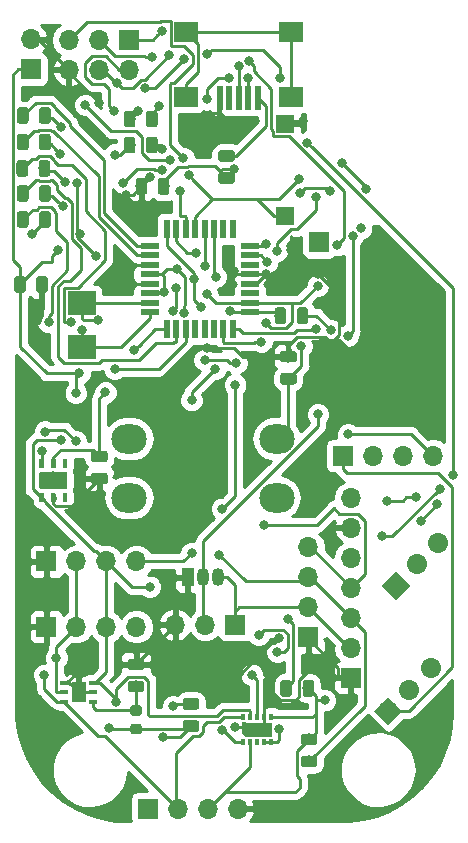
<source format=gbr>
G04 #@! TF.GenerationSoftware,KiCad,Pcbnew,(5.0.0)*
G04 #@! TF.CreationDate,2021-03-27T00:22:29-04:00*
G04 #@! TF.ProjectId,Section_SensorBlock,53656374696F6E5F53656E736F72426C,1.0*
G04 #@! TF.SameCoordinates,Original*
G04 #@! TF.FileFunction,Copper,L1,Top,Signal*
G04 #@! TF.FilePolarity,Positive*
%FSLAX46Y46*%
G04 Gerber Fmt 4.6, Leading zero omitted, Abs format (unit mm)*
G04 Created by KiCad (PCBNEW (5.0.0)) date 03/27/21 00:22:29*
%MOMM*%
%LPD*%
G01*
G04 APERTURE LIST*
G04 #@! TA.AperFunction,ComponentPad*
%ADD10R,1.700000X1.700000*%
G04 #@! TD*
G04 #@! TA.AperFunction,ComponentPad*
%ADD11O,1.700000X1.700000*%
G04 #@! TD*
G04 #@! TA.AperFunction,ComponentPad*
%ADD12C,1.700000*%
G04 #@! TD*
G04 #@! TA.AperFunction,Conductor*
%ADD13C,0.100000*%
G04 #@! TD*
G04 #@! TA.AperFunction,Conductor*
%ADD14C,1.700000*%
G04 #@! TD*
G04 #@! TA.AperFunction,SMDPad,CuDef*
%ADD15C,0.975000*%
G04 #@! TD*
G04 #@! TA.AperFunction,SMDPad,CuDef*
%ADD16R,0.500000X2.000000*%
G04 #@! TD*
G04 #@! TA.AperFunction,SMDPad,CuDef*
%ADD17R,2.000000X1.700000*%
G04 #@! TD*
G04 #@! TA.AperFunction,SMDPad,CuDef*
%ADD18C,0.875000*%
G04 #@! TD*
G04 #@! TA.AperFunction,ComponentPad*
%ADD19O,3.000000X2.500000*%
G04 #@! TD*
G04 #@! TA.AperFunction,SMDPad,CuDef*
%ADD20R,1.600000X0.550000*%
G04 #@! TD*
G04 #@! TA.AperFunction,SMDPad,CuDef*
%ADD21R,0.550000X1.600000*%
G04 #@! TD*
G04 #@! TA.AperFunction,SMDPad,CuDef*
%ADD22C,0.300000*%
G04 #@! TD*
G04 #@! TA.AperFunction,SMDPad,CuDef*
%ADD23R,0.300000X1.000000*%
G04 #@! TD*
G04 #@! TA.AperFunction,SMDPad,CuDef*
%ADD24R,2.200000X1.300000*%
G04 #@! TD*
G04 #@! TA.AperFunction,SMDPad,CuDef*
%ADD25R,0.400000X0.600000*%
G04 #@! TD*
G04 #@! TA.AperFunction,ComponentPad*
%ADD26O,1.050000X1.500000*%
G04 #@! TD*
G04 #@! TA.AperFunction,ComponentPad*
%ADD27R,1.050000X1.500000*%
G04 #@! TD*
G04 #@! TA.AperFunction,SMDPad,CuDef*
%ADD28R,0.700000X0.400000*%
G04 #@! TD*
G04 #@! TA.AperFunction,SMDPad,CuDef*
%ADD29R,1.230000X1.700000*%
G04 #@! TD*
G04 #@! TA.AperFunction,SMDPad,CuDef*
%ADD30R,2.400000X2.000000*%
G04 #@! TD*
G04 #@! TA.AperFunction,SMDPad,CuDef*
%ADD31R,1.500000X1.500000*%
G04 #@! TD*
G04 #@! TA.AperFunction,SMDPad,CuDef*
%ADD32C,1.500000*%
G04 #@! TD*
G04 #@! TA.AperFunction,SMDPad,CuDef*
%ADD33C,0.400000*%
G04 #@! TD*
G04 #@! TA.AperFunction,ViaPad*
%ADD34C,0.800000*%
G04 #@! TD*
G04 #@! TA.AperFunction,Conductor*
%ADD35C,0.250000*%
G04 #@! TD*
G04 #@! TA.AperFunction,Conductor*
%ADD36C,0.254000*%
G04 #@! TD*
G04 APERTURE END LIST*
D10*
G04 #@! TO.P,J304,1*
G04 #@! TO.N,GND*
X162400000Y-114200000D03*
D11*
G04 #@! TO.P,J304,2*
G04 #@! TO.N,+3V3*
X162400000Y-111660000D03*
G04 #@! TO.P,J304,3*
G04 #@! TO.N,/Sensorblock sensor sheet/SDA_3V3*
X162400000Y-109120000D03*
G04 #@! TO.P,J304,4*
G04 #@! TO.N,/Sensorblock sensor sheet/SCL_3V3*
X162400000Y-106580000D03*
G04 #@! TO.P,J304,5*
G04 #@! TO.N,Net-(J304-Pad5)*
X162400000Y-104040000D03*
G04 #@! TO.P,J304,6*
G04 #@! TO.N,GND*
X162400000Y-101500000D03*
G04 #@! TO.P,J304,7*
G04 #@! TO.N,Net-(J304-Pad7)*
X162400000Y-98960000D03*
G04 #@! TD*
D12*
G04 #@! TO.P,JP201,1*
G04 #@! TO.N,/Sensorblock MCU sheet/BT_RX*
X165550000Y-117000000D03*
D13*
G04 #@! TD*
G04 #@! TO.N,/Sensorblock MCU sheet/BT_RX*
G04 #@! TO.C,JP201*
G36*
X166752082Y-117000000D02*
X165550000Y-118202082D01*
X164347918Y-117000000D01*
X165550000Y-115797918D01*
X166752082Y-117000000D01*
X166752082Y-117000000D01*
G37*
D12*
G04 #@! TO.P,JP201,2*
G04 #@! TO.N,/Sensorblock MCU sheet/TX_ARD*
X167346051Y-115203949D03*
D14*
G04 #@! TD*
G04 #@! TO.N,/Sensorblock MCU sheet/TX_ARD*
G04 #@! TO.C,JP201*
X167346051Y-115203949D02*
X167346051Y-115203949D01*
D12*
G04 #@! TO.P,JP201,3*
G04 #@! TO.N,/Sensorblock MCU sheet/USB_RX*
X169142102Y-113407898D03*
D14*
G04 #@! TD*
G04 #@! TO.N,/Sensorblock MCU sheet/USB_RX*
G04 #@! TO.C,JP201*
X169142102Y-113407898D02*
X169142102Y-113407898D01*
D12*
G04 #@! TO.P,JP203,3*
G04 #@! TO.N,/Sensorblock MCU sheet/USB_TX*
X169792102Y-102807898D03*
D14*
G04 #@! TD*
G04 #@! TO.N,/Sensorblock MCU sheet/USB_TX*
G04 #@! TO.C,JP203*
X169792102Y-102807898D02*
X169792102Y-102807898D01*
D12*
G04 #@! TO.P,JP203,2*
G04 #@! TO.N,/Sensorblock MCU sheet/RX_ARD*
X167996051Y-104603949D03*
D14*
G04 #@! TD*
G04 #@! TO.N,/Sensorblock MCU sheet/RX_ARD*
G04 #@! TO.C,JP203*
X167996051Y-104603949D02*
X167996051Y-104603949D01*
D12*
G04 #@! TO.P,JP203,1*
G04 #@! TO.N,/Sensorblock MCU sheet/BT_TX*
X166200000Y-106400000D03*
D13*
G04 #@! TD*
G04 #@! TO.N,/Sensorblock MCU sheet/BT_TX*
G04 #@! TO.C,JP203*
G36*
X167402082Y-106400000D02*
X166200000Y-107602082D01*
X164997918Y-106400000D01*
X166200000Y-105197918D01*
X167402082Y-106400000D01*
X167402082Y-106400000D01*
G37*
G04 #@! TO.N,+5V*
G04 #@! TO.C,C205*
G36*
X146805142Y-71901174D02*
X146828803Y-71904684D01*
X146852007Y-71910496D01*
X146874529Y-71918554D01*
X146896153Y-71928782D01*
X146916670Y-71941079D01*
X146935883Y-71955329D01*
X146953607Y-71971393D01*
X146969671Y-71989117D01*
X146983921Y-72008330D01*
X146996218Y-72028847D01*
X147006446Y-72050471D01*
X147014504Y-72072993D01*
X147020316Y-72096197D01*
X147023826Y-72119858D01*
X147025000Y-72143750D01*
X147025000Y-73056250D01*
X147023826Y-73080142D01*
X147020316Y-73103803D01*
X147014504Y-73127007D01*
X147006446Y-73149529D01*
X146996218Y-73171153D01*
X146983921Y-73191670D01*
X146969671Y-73210883D01*
X146953607Y-73228607D01*
X146935883Y-73244671D01*
X146916670Y-73258921D01*
X146896153Y-73271218D01*
X146874529Y-73281446D01*
X146852007Y-73289504D01*
X146828803Y-73295316D01*
X146805142Y-73298826D01*
X146781250Y-73300000D01*
X146293750Y-73300000D01*
X146269858Y-73298826D01*
X146246197Y-73295316D01*
X146222993Y-73289504D01*
X146200471Y-73281446D01*
X146178847Y-73271218D01*
X146158330Y-73258921D01*
X146139117Y-73244671D01*
X146121393Y-73228607D01*
X146105329Y-73210883D01*
X146091079Y-73191670D01*
X146078782Y-73171153D01*
X146068554Y-73149529D01*
X146060496Y-73127007D01*
X146054684Y-73103803D01*
X146051174Y-73080142D01*
X146050000Y-73056250D01*
X146050000Y-72143750D01*
X146051174Y-72119858D01*
X146054684Y-72096197D01*
X146060496Y-72072993D01*
X146068554Y-72050471D01*
X146078782Y-72028847D01*
X146091079Y-72008330D01*
X146105329Y-71989117D01*
X146121393Y-71971393D01*
X146139117Y-71955329D01*
X146158330Y-71941079D01*
X146178847Y-71928782D01*
X146200471Y-71918554D01*
X146222993Y-71910496D01*
X146246197Y-71904684D01*
X146269858Y-71901174D01*
X146293750Y-71900000D01*
X146781250Y-71900000D01*
X146805142Y-71901174D01*
X146805142Y-71901174D01*
G37*
D15*
G04 #@! TD*
G04 #@! TO.P,C205,2*
G04 #@! TO.N,+5V*
X146537500Y-72600000D03*
D13*
G04 #@! TO.N,GND*
G04 #@! TO.C,C205*
G36*
X144930142Y-71901174D02*
X144953803Y-71904684D01*
X144977007Y-71910496D01*
X144999529Y-71918554D01*
X145021153Y-71928782D01*
X145041670Y-71941079D01*
X145060883Y-71955329D01*
X145078607Y-71971393D01*
X145094671Y-71989117D01*
X145108921Y-72008330D01*
X145121218Y-72028847D01*
X145131446Y-72050471D01*
X145139504Y-72072993D01*
X145145316Y-72096197D01*
X145148826Y-72119858D01*
X145150000Y-72143750D01*
X145150000Y-73056250D01*
X145148826Y-73080142D01*
X145145316Y-73103803D01*
X145139504Y-73127007D01*
X145131446Y-73149529D01*
X145121218Y-73171153D01*
X145108921Y-73191670D01*
X145094671Y-73210883D01*
X145078607Y-73228607D01*
X145060883Y-73244671D01*
X145041670Y-73258921D01*
X145021153Y-73271218D01*
X144999529Y-73281446D01*
X144977007Y-73289504D01*
X144953803Y-73295316D01*
X144930142Y-73298826D01*
X144906250Y-73300000D01*
X144418750Y-73300000D01*
X144394858Y-73298826D01*
X144371197Y-73295316D01*
X144347993Y-73289504D01*
X144325471Y-73281446D01*
X144303847Y-73271218D01*
X144283330Y-73258921D01*
X144264117Y-73244671D01*
X144246393Y-73228607D01*
X144230329Y-73210883D01*
X144216079Y-73191670D01*
X144203782Y-73171153D01*
X144193554Y-73149529D01*
X144185496Y-73127007D01*
X144179684Y-73103803D01*
X144176174Y-73080142D01*
X144175000Y-73056250D01*
X144175000Y-72143750D01*
X144176174Y-72119858D01*
X144179684Y-72096197D01*
X144185496Y-72072993D01*
X144193554Y-72050471D01*
X144203782Y-72028847D01*
X144216079Y-72008330D01*
X144230329Y-71989117D01*
X144246393Y-71971393D01*
X144264117Y-71955329D01*
X144283330Y-71941079D01*
X144303847Y-71928782D01*
X144325471Y-71918554D01*
X144347993Y-71910496D01*
X144371197Y-71904684D01*
X144394858Y-71901174D01*
X144418750Y-71900000D01*
X144906250Y-71900000D01*
X144930142Y-71901174D01*
X144930142Y-71901174D01*
G37*
D15*
G04 #@! TD*
G04 #@! TO.P,C205,1*
G04 #@! TO.N,GND*
X144662500Y-72600000D03*
D13*
G04 #@! TO.N,GND*
G04 #@! TO.C,C301*
G36*
X141580142Y-96851174D02*
X141603803Y-96854684D01*
X141627007Y-96860496D01*
X141649529Y-96868554D01*
X141671153Y-96878782D01*
X141691670Y-96891079D01*
X141710883Y-96905329D01*
X141728607Y-96921393D01*
X141744671Y-96939117D01*
X141758921Y-96958330D01*
X141771218Y-96978847D01*
X141781446Y-97000471D01*
X141789504Y-97022993D01*
X141795316Y-97046197D01*
X141798826Y-97069858D01*
X141800000Y-97093750D01*
X141800000Y-97581250D01*
X141798826Y-97605142D01*
X141795316Y-97628803D01*
X141789504Y-97652007D01*
X141781446Y-97674529D01*
X141771218Y-97696153D01*
X141758921Y-97716670D01*
X141744671Y-97735883D01*
X141728607Y-97753607D01*
X141710883Y-97769671D01*
X141691670Y-97783921D01*
X141671153Y-97796218D01*
X141649529Y-97806446D01*
X141627007Y-97814504D01*
X141603803Y-97820316D01*
X141580142Y-97823826D01*
X141556250Y-97825000D01*
X140643750Y-97825000D01*
X140619858Y-97823826D01*
X140596197Y-97820316D01*
X140572993Y-97814504D01*
X140550471Y-97806446D01*
X140528847Y-97796218D01*
X140508330Y-97783921D01*
X140489117Y-97769671D01*
X140471393Y-97753607D01*
X140455329Y-97735883D01*
X140441079Y-97716670D01*
X140428782Y-97696153D01*
X140418554Y-97674529D01*
X140410496Y-97652007D01*
X140404684Y-97628803D01*
X140401174Y-97605142D01*
X140400000Y-97581250D01*
X140400000Y-97093750D01*
X140401174Y-97069858D01*
X140404684Y-97046197D01*
X140410496Y-97022993D01*
X140418554Y-97000471D01*
X140428782Y-96978847D01*
X140441079Y-96958330D01*
X140455329Y-96939117D01*
X140471393Y-96921393D01*
X140489117Y-96905329D01*
X140508330Y-96891079D01*
X140528847Y-96878782D01*
X140550471Y-96868554D01*
X140572993Y-96860496D01*
X140596197Y-96854684D01*
X140619858Y-96851174D01*
X140643750Y-96850000D01*
X141556250Y-96850000D01*
X141580142Y-96851174D01*
X141580142Y-96851174D01*
G37*
D15*
G04 #@! TD*
G04 #@! TO.P,C301,2*
G04 #@! TO.N,GND*
X141100000Y-97337500D03*
D13*
G04 #@! TO.N,+3V3*
G04 #@! TO.C,C301*
G36*
X141580142Y-94976174D02*
X141603803Y-94979684D01*
X141627007Y-94985496D01*
X141649529Y-94993554D01*
X141671153Y-95003782D01*
X141691670Y-95016079D01*
X141710883Y-95030329D01*
X141728607Y-95046393D01*
X141744671Y-95064117D01*
X141758921Y-95083330D01*
X141771218Y-95103847D01*
X141781446Y-95125471D01*
X141789504Y-95147993D01*
X141795316Y-95171197D01*
X141798826Y-95194858D01*
X141800000Y-95218750D01*
X141800000Y-95706250D01*
X141798826Y-95730142D01*
X141795316Y-95753803D01*
X141789504Y-95777007D01*
X141781446Y-95799529D01*
X141771218Y-95821153D01*
X141758921Y-95841670D01*
X141744671Y-95860883D01*
X141728607Y-95878607D01*
X141710883Y-95894671D01*
X141691670Y-95908921D01*
X141671153Y-95921218D01*
X141649529Y-95931446D01*
X141627007Y-95939504D01*
X141603803Y-95945316D01*
X141580142Y-95948826D01*
X141556250Y-95950000D01*
X140643750Y-95950000D01*
X140619858Y-95948826D01*
X140596197Y-95945316D01*
X140572993Y-95939504D01*
X140550471Y-95931446D01*
X140528847Y-95921218D01*
X140508330Y-95908921D01*
X140489117Y-95894671D01*
X140471393Y-95878607D01*
X140455329Y-95860883D01*
X140441079Y-95841670D01*
X140428782Y-95821153D01*
X140418554Y-95799529D01*
X140410496Y-95777007D01*
X140404684Y-95753803D01*
X140401174Y-95730142D01*
X140400000Y-95706250D01*
X140400000Y-95218750D01*
X140401174Y-95194858D01*
X140404684Y-95171197D01*
X140410496Y-95147993D01*
X140418554Y-95125471D01*
X140428782Y-95103847D01*
X140441079Y-95083330D01*
X140455329Y-95064117D01*
X140471393Y-95046393D01*
X140489117Y-95030329D01*
X140508330Y-95016079D01*
X140528847Y-95003782D01*
X140550471Y-94993554D01*
X140572993Y-94985496D01*
X140596197Y-94979684D01*
X140619858Y-94976174D01*
X140643750Y-94975000D01*
X141556250Y-94975000D01*
X141580142Y-94976174D01*
X141580142Y-94976174D01*
G37*
D15*
G04 #@! TD*
G04 #@! TO.P,C301,1*
G04 #@! TO.N,+3V3*
X141100000Y-95462500D03*
D13*
G04 #@! TO.N,GND*
G04 #@! TO.C,C302*
G36*
X144680143Y-112576174D02*
X144703804Y-112579684D01*
X144727008Y-112585496D01*
X144749530Y-112593554D01*
X144771154Y-112603782D01*
X144791671Y-112616079D01*
X144810884Y-112630329D01*
X144828608Y-112646393D01*
X144844672Y-112664117D01*
X144858922Y-112683330D01*
X144871219Y-112703847D01*
X144881447Y-112725471D01*
X144889505Y-112747993D01*
X144895317Y-112771197D01*
X144898827Y-112794858D01*
X144900001Y-112818750D01*
X144900001Y-113306250D01*
X144898827Y-113330142D01*
X144895317Y-113353803D01*
X144889505Y-113377007D01*
X144881447Y-113399529D01*
X144871219Y-113421153D01*
X144858922Y-113441670D01*
X144844672Y-113460883D01*
X144828608Y-113478607D01*
X144810884Y-113494671D01*
X144791671Y-113508921D01*
X144771154Y-113521218D01*
X144749530Y-113531446D01*
X144727008Y-113539504D01*
X144703804Y-113545316D01*
X144680143Y-113548826D01*
X144656251Y-113550000D01*
X143743751Y-113550000D01*
X143719859Y-113548826D01*
X143696198Y-113545316D01*
X143672994Y-113539504D01*
X143650472Y-113531446D01*
X143628848Y-113521218D01*
X143608331Y-113508921D01*
X143589118Y-113494671D01*
X143571394Y-113478607D01*
X143555330Y-113460883D01*
X143541080Y-113441670D01*
X143528783Y-113421153D01*
X143518555Y-113399529D01*
X143510497Y-113377007D01*
X143504685Y-113353803D01*
X143501175Y-113330142D01*
X143500001Y-113306250D01*
X143500001Y-112818750D01*
X143501175Y-112794858D01*
X143504685Y-112771197D01*
X143510497Y-112747993D01*
X143518555Y-112725471D01*
X143528783Y-112703847D01*
X143541080Y-112683330D01*
X143555330Y-112664117D01*
X143571394Y-112646393D01*
X143589118Y-112630329D01*
X143608331Y-112616079D01*
X143628848Y-112603782D01*
X143650472Y-112593554D01*
X143672994Y-112585496D01*
X143696198Y-112579684D01*
X143719859Y-112576174D01*
X143743751Y-112575000D01*
X144656251Y-112575000D01*
X144680143Y-112576174D01*
X144680143Y-112576174D01*
G37*
D15*
G04 #@! TD*
G04 #@! TO.P,C302,1*
G04 #@! TO.N,GND*
X144200001Y-113062500D03*
D13*
G04 #@! TO.N,Net-(C302-Pad2)*
G04 #@! TO.C,C302*
G36*
X144680143Y-114451174D02*
X144703804Y-114454684D01*
X144727008Y-114460496D01*
X144749530Y-114468554D01*
X144771154Y-114478782D01*
X144791671Y-114491079D01*
X144810884Y-114505329D01*
X144828608Y-114521393D01*
X144844672Y-114539117D01*
X144858922Y-114558330D01*
X144871219Y-114578847D01*
X144881447Y-114600471D01*
X144889505Y-114622993D01*
X144895317Y-114646197D01*
X144898827Y-114669858D01*
X144900001Y-114693750D01*
X144900001Y-115181250D01*
X144898827Y-115205142D01*
X144895317Y-115228803D01*
X144889505Y-115252007D01*
X144881447Y-115274529D01*
X144871219Y-115296153D01*
X144858922Y-115316670D01*
X144844672Y-115335883D01*
X144828608Y-115353607D01*
X144810884Y-115369671D01*
X144791671Y-115383921D01*
X144771154Y-115396218D01*
X144749530Y-115406446D01*
X144727008Y-115414504D01*
X144703804Y-115420316D01*
X144680143Y-115423826D01*
X144656251Y-115425000D01*
X143743751Y-115425000D01*
X143719859Y-115423826D01*
X143696198Y-115420316D01*
X143672994Y-115414504D01*
X143650472Y-115406446D01*
X143628848Y-115396218D01*
X143608331Y-115383921D01*
X143589118Y-115369671D01*
X143571394Y-115353607D01*
X143555330Y-115335883D01*
X143541080Y-115316670D01*
X143528783Y-115296153D01*
X143518555Y-115274529D01*
X143510497Y-115252007D01*
X143504685Y-115228803D01*
X143501175Y-115205142D01*
X143500001Y-115181250D01*
X143500001Y-114693750D01*
X143501175Y-114669858D01*
X143504685Y-114646197D01*
X143510497Y-114622993D01*
X143518555Y-114600471D01*
X143528783Y-114578847D01*
X143541080Y-114558330D01*
X143555330Y-114539117D01*
X143571394Y-114521393D01*
X143589118Y-114505329D01*
X143608331Y-114491079D01*
X143628848Y-114478782D01*
X143650472Y-114468554D01*
X143672994Y-114460496D01*
X143696198Y-114454684D01*
X143719859Y-114451174D01*
X143743751Y-114450000D01*
X144656251Y-114450000D01*
X144680143Y-114451174D01*
X144680143Y-114451174D01*
G37*
D15*
G04 #@! TD*
G04 #@! TO.P,C302,2*
G04 #@! TO.N,Net-(C302-Pad2)*
X144200001Y-114937500D03*
D13*
G04 #@! TO.N,+5V*
G04 #@! TO.C,D201*
G36*
X152330142Y-71401174D02*
X152353803Y-71404684D01*
X152377007Y-71410496D01*
X152399529Y-71418554D01*
X152421153Y-71428782D01*
X152441670Y-71441079D01*
X152460883Y-71455329D01*
X152478607Y-71471393D01*
X152494671Y-71489117D01*
X152508921Y-71508330D01*
X152521218Y-71528847D01*
X152531446Y-71550471D01*
X152539504Y-71572993D01*
X152545316Y-71596197D01*
X152548826Y-71619858D01*
X152550000Y-71643750D01*
X152550000Y-72131250D01*
X152548826Y-72155142D01*
X152545316Y-72178803D01*
X152539504Y-72202007D01*
X152531446Y-72224529D01*
X152521218Y-72246153D01*
X152508921Y-72266670D01*
X152494671Y-72285883D01*
X152478607Y-72303607D01*
X152460883Y-72319671D01*
X152441670Y-72333921D01*
X152421153Y-72346218D01*
X152399529Y-72356446D01*
X152377007Y-72364504D01*
X152353803Y-72370316D01*
X152330142Y-72373826D01*
X152306250Y-72375000D01*
X151393750Y-72375000D01*
X151369858Y-72373826D01*
X151346197Y-72370316D01*
X151322993Y-72364504D01*
X151300471Y-72356446D01*
X151278847Y-72346218D01*
X151258330Y-72333921D01*
X151239117Y-72319671D01*
X151221393Y-72303607D01*
X151205329Y-72285883D01*
X151191079Y-72266670D01*
X151178782Y-72246153D01*
X151168554Y-72224529D01*
X151160496Y-72202007D01*
X151154684Y-72178803D01*
X151151174Y-72155142D01*
X151150000Y-72131250D01*
X151150000Y-71643750D01*
X151151174Y-71619858D01*
X151154684Y-71596197D01*
X151160496Y-71572993D01*
X151168554Y-71550471D01*
X151178782Y-71528847D01*
X151191079Y-71508330D01*
X151205329Y-71489117D01*
X151221393Y-71471393D01*
X151239117Y-71455329D01*
X151258330Y-71441079D01*
X151278847Y-71428782D01*
X151300471Y-71418554D01*
X151322993Y-71410496D01*
X151346197Y-71404684D01*
X151369858Y-71401174D01*
X151393750Y-71400000D01*
X152306250Y-71400000D01*
X152330142Y-71401174D01*
X152330142Y-71401174D01*
G37*
D15*
G04 #@! TD*
G04 #@! TO.P,D201,1*
G04 #@! TO.N,+5V*
X151850000Y-71887500D03*
D13*
G04 #@! TO.N,Net-(D201-Pad2)*
G04 #@! TO.C,D201*
G36*
X152330142Y-69526174D02*
X152353803Y-69529684D01*
X152377007Y-69535496D01*
X152399529Y-69543554D01*
X152421153Y-69553782D01*
X152441670Y-69566079D01*
X152460883Y-69580329D01*
X152478607Y-69596393D01*
X152494671Y-69614117D01*
X152508921Y-69633330D01*
X152521218Y-69653847D01*
X152531446Y-69675471D01*
X152539504Y-69697993D01*
X152545316Y-69721197D01*
X152548826Y-69744858D01*
X152550000Y-69768750D01*
X152550000Y-70256250D01*
X152548826Y-70280142D01*
X152545316Y-70303803D01*
X152539504Y-70327007D01*
X152531446Y-70349529D01*
X152521218Y-70371153D01*
X152508921Y-70391670D01*
X152494671Y-70410883D01*
X152478607Y-70428607D01*
X152460883Y-70444671D01*
X152441670Y-70458921D01*
X152421153Y-70471218D01*
X152399529Y-70481446D01*
X152377007Y-70489504D01*
X152353803Y-70495316D01*
X152330142Y-70498826D01*
X152306250Y-70500000D01*
X151393750Y-70500000D01*
X151369858Y-70498826D01*
X151346197Y-70495316D01*
X151322993Y-70489504D01*
X151300471Y-70481446D01*
X151278847Y-70471218D01*
X151258330Y-70458921D01*
X151239117Y-70444671D01*
X151221393Y-70428607D01*
X151205329Y-70410883D01*
X151191079Y-70391670D01*
X151178782Y-70371153D01*
X151168554Y-70349529D01*
X151160496Y-70327007D01*
X151154684Y-70303803D01*
X151151174Y-70280142D01*
X151150000Y-70256250D01*
X151150000Y-69768750D01*
X151151174Y-69744858D01*
X151154684Y-69721197D01*
X151160496Y-69697993D01*
X151168554Y-69675471D01*
X151178782Y-69653847D01*
X151191079Y-69633330D01*
X151205329Y-69614117D01*
X151221393Y-69596393D01*
X151239117Y-69580329D01*
X151258330Y-69566079D01*
X151278847Y-69553782D01*
X151300471Y-69543554D01*
X151322993Y-69535496D01*
X151346197Y-69529684D01*
X151369858Y-69526174D01*
X151393750Y-69525000D01*
X152306250Y-69525000D01*
X152330142Y-69526174D01*
X152330142Y-69526174D01*
G37*
D15*
G04 #@! TD*
G04 #@! TO.P,D201,2*
G04 #@! TO.N,Net-(D201-Pad2)*
X151850000Y-70012500D03*
D13*
G04 #@! TO.N,Net-(D202-Pad1)*
G04 #@! TO.C,D202*
G36*
X143930142Y-68401174D02*
X143953803Y-68404684D01*
X143977007Y-68410496D01*
X143999529Y-68418554D01*
X144021153Y-68428782D01*
X144041670Y-68441079D01*
X144060883Y-68455329D01*
X144078607Y-68471393D01*
X144094671Y-68489117D01*
X144108921Y-68508330D01*
X144121218Y-68528847D01*
X144131446Y-68550471D01*
X144139504Y-68572993D01*
X144145316Y-68596197D01*
X144148826Y-68619858D01*
X144150000Y-68643750D01*
X144150000Y-69556250D01*
X144148826Y-69580142D01*
X144145316Y-69603803D01*
X144139504Y-69627007D01*
X144131446Y-69649529D01*
X144121218Y-69671153D01*
X144108921Y-69691670D01*
X144094671Y-69710883D01*
X144078607Y-69728607D01*
X144060883Y-69744671D01*
X144041670Y-69758921D01*
X144021153Y-69771218D01*
X143999529Y-69781446D01*
X143977007Y-69789504D01*
X143953803Y-69795316D01*
X143930142Y-69798826D01*
X143906250Y-69800000D01*
X143418750Y-69800000D01*
X143394858Y-69798826D01*
X143371197Y-69795316D01*
X143347993Y-69789504D01*
X143325471Y-69781446D01*
X143303847Y-69771218D01*
X143283330Y-69758921D01*
X143264117Y-69744671D01*
X143246393Y-69728607D01*
X143230329Y-69710883D01*
X143216079Y-69691670D01*
X143203782Y-69671153D01*
X143193554Y-69649529D01*
X143185496Y-69627007D01*
X143179684Y-69603803D01*
X143176174Y-69580142D01*
X143175000Y-69556250D01*
X143175000Y-68643750D01*
X143176174Y-68619858D01*
X143179684Y-68596197D01*
X143185496Y-68572993D01*
X143193554Y-68550471D01*
X143203782Y-68528847D01*
X143216079Y-68508330D01*
X143230329Y-68489117D01*
X143246393Y-68471393D01*
X143264117Y-68455329D01*
X143283330Y-68441079D01*
X143303847Y-68428782D01*
X143325471Y-68418554D01*
X143347993Y-68410496D01*
X143371197Y-68404684D01*
X143394858Y-68401174D01*
X143418750Y-68400000D01*
X143906250Y-68400000D01*
X143930142Y-68401174D01*
X143930142Y-68401174D01*
G37*
D15*
G04 #@! TD*
G04 #@! TO.P,D202,1*
G04 #@! TO.N,Net-(D202-Pad1)*
X143662500Y-69100000D03*
D13*
G04 #@! TO.N,Net-(D202-Pad2)*
G04 #@! TO.C,D202*
G36*
X145805142Y-68401174D02*
X145828803Y-68404684D01*
X145852007Y-68410496D01*
X145874529Y-68418554D01*
X145896153Y-68428782D01*
X145916670Y-68441079D01*
X145935883Y-68455329D01*
X145953607Y-68471393D01*
X145969671Y-68489117D01*
X145983921Y-68508330D01*
X145996218Y-68528847D01*
X146006446Y-68550471D01*
X146014504Y-68572993D01*
X146020316Y-68596197D01*
X146023826Y-68619858D01*
X146025000Y-68643750D01*
X146025000Y-69556250D01*
X146023826Y-69580142D01*
X146020316Y-69603803D01*
X146014504Y-69627007D01*
X146006446Y-69649529D01*
X145996218Y-69671153D01*
X145983921Y-69691670D01*
X145969671Y-69710883D01*
X145953607Y-69728607D01*
X145935883Y-69744671D01*
X145916670Y-69758921D01*
X145896153Y-69771218D01*
X145874529Y-69781446D01*
X145852007Y-69789504D01*
X145828803Y-69795316D01*
X145805142Y-69798826D01*
X145781250Y-69800000D01*
X145293750Y-69800000D01*
X145269858Y-69798826D01*
X145246197Y-69795316D01*
X145222993Y-69789504D01*
X145200471Y-69781446D01*
X145178847Y-69771218D01*
X145158330Y-69758921D01*
X145139117Y-69744671D01*
X145121393Y-69728607D01*
X145105329Y-69710883D01*
X145091079Y-69691670D01*
X145078782Y-69671153D01*
X145068554Y-69649529D01*
X145060496Y-69627007D01*
X145054684Y-69603803D01*
X145051174Y-69580142D01*
X145050000Y-69556250D01*
X145050000Y-68643750D01*
X145051174Y-68619858D01*
X145054684Y-68596197D01*
X145060496Y-68572993D01*
X145068554Y-68550471D01*
X145078782Y-68528847D01*
X145091079Y-68508330D01*
X145105329Y-68489117D01*
X145121393Y-68471393D01*
X145139117Y-68455329D01*
X145158330Y-68441079D01*
X145178847Y-68428782D01*
X145200471Y-68418554D01*
X145222993Y-68410496D01*
X145246197Y-68404684D01*
X145269858Y-68401174D01*
X145293750Y-68400000D01*
X145781250Y-68400000D01*
X145805142Y-68401174D01*
X145805142Y-68401174D01*
G37*
D15*
G04 #@! TD*
G04 #@! TO.P,D202,2*
G04 #@! TO.N,Net-(D202-Pad2)*
X145537500Y-69100000D03*
D13*
G04 #@! TO.N,Net-(D203-Pad2)*
G04 #@! TO.C,D203*
G36*
X145805142Y-66201174D02*
X145828803Y-66204684D01*
X145852007Y-66210496D01*
X145874529Y-66218554D01*
X145896153Y-66228782D01*
X145916670Y-66241079D01*
X145935883Y-66255329D01*
X145953607Y-66271393D01*
X145969671Y-66289117D01*
X145983921Y-66308330D01*
X145996218Y-66328847D01*
X146006446Y-66350471D01*
X146014504Y-66372993D01*
X146020316Y-66396197D01*
X146023826Y-66419858D01*
X146025000Y-66443750D01*
X146025000Y-67356250D01*
X146023826Y-67380142D01*
X146020316Y-67403803D01*
X146014504Y-67427007D01*
X146006446Y-67449529D01*
X145996218Y-67471153D01*
X145983921Y-67491670D01*
X145969671Y-67510883D01*
X145953607Y-67528607D01*
X145935883Y-67544671D01*
X145916670Y-67558921D01*
X145896153Y-67571218D01*
X145874529Y-67581446D01*
X145852007Y-67589504D01*
X145828803Y-67595316D01*
X145805142Y-67598826D01*
X145781250Y-67600000D01*
X145293750Y-67600000D01*
X145269858Y-67598826D01*
X145246197Y-67595316D01*
X145222993Y-67589504D01*
X145200471Y-67581446D01*
X145178847Y-67571218D01*
X145158330Y-67558921D01*
X145139117Y-67544671D01*
X145121393Y-67528607D01*
X145105329Y-67510883D01*
X145091079Y-67491670D01*
X145078782Y-67471153D01*
X145068554Y-67449529D01*
X145060496Y-67427007D01*
X145054684Y-67403803D01*
X145051174Y-67380142D01*
X145050000Y-67356250D01*
X145050000Y-66443750D01*
X145051174Y-66419858D01*
X145054684Y-66396197D01*
X145060496Y-66372993D01*
X145068554Y-66350471D01*
X145078782Y-66328847D01*
X145091079Y-66308330D01*
X145105329Y-66289117D01*
X145121393Y-66271393D01*
X145139117Y-66255329D01*
X145158330Y-66241079D01*
X145178847Y-66228782D01*
X145200471Y-66218554D01*
X145222993Y-66210496D01*
X145246197Y-66204684D01*
X145269858Y-66201174D01*
X145293750Y-66200000D01*
X145781250Y-66200000D01*
X145805142Y-66201174D01*
X145805142Y-66201174D01*
G37*
D15*
G04 #@! TD*
G04 #@! TO.P,D203,2*
G04 #@! TO.N,Net-(D203-Pad2)*
X145537500Y-66900000D03*
D13*
G04 #@! TO.N,Net-(D203-Pad1)*
G04 #@! TO.C,D203*
G36*
X143930142Y-66201174D02*
X143953803Y-66204684D01*
X143977007Y-66210496D01*
X143999529Y-66218554D01*
X144021153Y-66228782D01*
X144041670Y-66241079D01*
X144060883Y-66255329D01*
X144078607Y-66271393D01*
X144094671Y-66289117D01*
X144108921Y-66308330D01*
X144121218Y-66328847D01*
X144131446Y-66350471D01*
X144139504Y-66372993D01*
X144145316Y-66396197D01*
X144148826Y-66419858D01*
X144150000Y-66443750D01*
X144150000Y-67356250D01*
X144148826Y-67380142D01*
X144145316Y-67403803D01*
X144139504Y-67427007D01*
X144131446Y-67449529D01*
X144121218Y-67471153D01*
X144108921Y-67491670D01*
X144094671Y-67510883D01*
X144078607Y-67528607D01*
X144060883Y-67544671D01*
X144041670Y-67558921D01*
X144021153Y-67571218D01*
X143999529Y-67581446D01*
X143977007Y-67589504D01*
X143953803Y-67595316D01*
X143930142Y-67598826D01*
X143906250Y-67600000D01*
X143418750Y-67600000D01*
X143394858Y-67598826D01*
X143371197Y-67595316D01*
X143347993Y-67589504D01*
X143325471Y-67581446D01*
X143303847Y-67571218D01*
X143283330Y-67558921D01*
X143264117Y-67544671D01*
X143246393Y-67528607D01*
X143230329Y-67510883D01*
X143216079Y-67491670D01*
X143203782Y-67471153D01*
X143193554Y-67449529D01*
X143185496Y-67427007D01*
X143179684Y-67403803D01*
X143176174Y-67380142D01*
X143175000Y-67356250D01*
X143175000Y-66443750D01*
X143176174Y-66419858D01*
X143179684Y-66396197D01*
X143185496Y-66372993D01*
X143193554Y-66350471D01*
X143203782Y-66328847D01*
X143216079Y-66308330D01*
X143230329Y-66289117D01*
X143246393Y-66271393D01*
X143264117Y-66255329D01*
X143283330Y-66241079D01*
X143303847Y-66228782D01*
X143325471Y-66218554D01*
X143347993Y-66210496D01*
X143371197Y-66204684D01*
X143394858Y-66201174D01*
X143418750Y-66200000D01*
X143906250Y-66200000D01*
X143930142Y-66201174D01*
X143930142Y-66201174D01*
G37*
D15*
G04 #@! TD*
G04 #@! TO.P,D203,1*
G04 #@! TO.N,Net-(D203-Pad1)*
X143662500Y-66900000D03*
D13*
G04 #@! TO.N,/Sensorblock MCU sheet/PB5-SCK*
G04 #@! TO.C,D205*
G36*
X156692641Y-82851174D02*
X156716302Y-82854684D01*
X156739506Y-82860496D01*
X156762028Y-82868554D01*
X156783652Y-82878782D01*
X156804169Y-82891079D01*
X156823382Y-82905329D01*
X156841106Y-82921393D01*
X156857170Y-82939117D01*
X156871420Y-82958330D01*
X156883717Y-82978847D01*
X156893945Y-83000471D01*
X156902003Y-83022993D01*
X156907815Y-83046197D01*
X156911325Y-83069858D01*
X156912499Y-83093750D01*
X156912499Y-84006250D01*
X156911325Y-84030142D01*
X156907815Y-84053803D01*
X156902003Y-84077007D01*
X156893945Y-84099529D01*
X156883717Y-84121153D01*
X156871420Y-84141670D01*
X156857170Y-84160883D01*
X156841106Y-84178607D01*
X156823382Y-84194671D01*
X156804169Y-84208921D01*
X156783652Y-84221218D01*
X156762028Y-84231446D01*
X156739506Y-84239504D01*
X156716302Y-84245316D01*
X156692641Y-84248826D01*
X156668749Y-84250000D01*
X156181249Y-84250000D01*
X156157357Y-84248826D01*
X156133696Y-84245316D01*
X156110492Y-84239504D01*
X156087970Y-84231446D01*
X156066346Y-84221218D01*
X156045829Y-84208921D01*
X156026616Y-84194671D01*
X156008892Y-84178607D01*
X155992828Y-84160883D01*
X155978578Y-84141670D01*
X155966281Y-84121153D01*
X155956053Y-84099529D01*
X155947995Y-84077007D01*
X155942183Y-84053803D01*
X155938673Y-84030142D01*
X155937499Y-84006250D01*
X155937499Y-83093750D01*
X155938673Y-83069858D01*
X155942183Y-83046197D01*
X155947995Y-83022993D01*
X155956053Y-83000471D01*
X155966281Y-82978847D01*
X155978578Y-82958330D01*
X155992828Y-82939117D01*
X156008892Y-82921393D01*
X156026616Y-82905329D01*
X156045829Y-82891079D01*
X156066346Y-82878782D01*
X156087970Y-82868554D01*
X156110492Y-82860496D01*
X156133696Y-82854684D01*
X156157357Y-82851174D01*
X156181249Y-82850000D01*
X156668749Y-82850000D01*
X156692641Y-82851174D01*
X156692641Y-82851174D01*
G37*
D15*
G04 #@! TD*
G04 #@! TO.P,D205,2*
G04 #@! TO.N,/Sensorblock MCU sheet/PB5-SCK*
X156424999Y-83550000D03*
D13*
G04 #@! TO.N,Net-(D205-Pad1)*
G04 #@! TO.C,D205*
G36*
X158567641Y-82851174D02*
X158591302Y-82854684D01*
X158614506Y-82860496D01*
X158637028Y-82868554D01*
X158658652Y-82878782D01*
X158679169Y-82891079D01*
X158698382Y-82905329D01*
X158716106Y-82921393D01*
X158732170Y-82939117D01*
X158746420Y-82958330D01*
X158758717Y-82978847D01*
X158768945Y-83000471D01*
X158777003Y-83022993D01*
X158782815Y-83046197D01*
X158786325Y-83069858D01*
X158787499Y-83093750D01*
X158787499Y-84006250D01*
X158786325Y-84030142D01*
X158782815Y-84053803D01*
X158777003Y-84077007D01*
X158768945Y-84099529D01*
X158758717Y-84121153D01*
X158746420Y-84141670D01*
X158732170Y-84160883D01*
X158716106Y-84178607D01*
X158698382Y-84194671D01*
X158679169Y-84208921D01*
X158658652Y-84221218D01*
X158637028Y-84231446D01*
X158614506Y-84239504D01*
X158591302Y-84245316D01*
X158567641Y-84248826D01*
X158543749Y-84250000D01*
X158056249Y-84250000D01*
X158032357Y-84248826D01*
X158008696Y-84245316D01*
X157985492Y-84239504D01*
X157962970Y-84231446D01*
X157941346Y-84221218D01*
X157920829Y-84208921D01*
X157901616Y-84194671D01*
X157883892Y-84178607D01*
X157867828Y-84160883D01*
X157853578Y-84141670D01*
X157841281Y-84121153D01*
X157831053Y-84099529D01*
X157822995Y-84077007D01*
X157817183Y-84053803D01*
X157813673Y-84030142D01*
X157812499Y-84006250D01*
X157812499Y-83093750D01*
X157813673Y-83069858D01*
X157817183Y-83046197D01*
X157822995Y-83022993D01*
X157831053Y-83000471D01*
X157841281Y-82978847D01*
X157853578Y-82958330D01*
X157867828Y-82939117D01*
X157883892Y-82921393D01*
X157901616Y-82905329D01*
X157920829Y-82891079D01*
X157941346Y-82878782D01*
X157962970Y-82868554D01*
X157985492Y-82860496D01*
X158008696Y-82854684D01*
X158032357Y-82851174D01*
X158056249Y-82850000D01*
X158543749Y-82850000D01*
X158567641Y-82851174D01*
X158567641Y-82851174D01*
G37*
D15*
G04 #@! TD*
G04 #@! TO.P,D205,1*
G04 #@! TO.N,Net-(D205-Pad1)*
X158299999Y-83550000D03*
D13*
G04 #@! TO.N,Net-(D206-Pad1)*
G04 #@! TO.C,D206*
G36*
X136755142Y-65901173D02*
X136778803Y-65904683D01*
X136802007Y-65910495D01*
X136824529Y-65918553D01*
X136846153Y-65928781D01*
X136866670Y-65941078D01*
X136885883Y-65955328D01*
X136903607Y-65971392D01*
X136919671Y-65989116D01*
X136933921Y-66008329D01*
X136946218Y-66028846D01*
X136956446Y-66050470D01*
X136964504Y-66072992D01*
X136970316Y-66096196D01*
X136973826Y-66119857D01*
X136975000Y-66143749D01*
X136975000Y-67056249D01*
X136973826Y-67080141D01*
X136970316Y-67103802D01*
X136964504Y-67127006D01*
X136956446Y-67149528D01*
X136946218Y-67171152D01*
X136933921Y-67191669D01*
X136919671Y-67210882D01*
X136903607Y-67228606D01*
X136885883Y-67244670D01*
X136866670Y-67258920D01*
X136846153Y-67271217D01*
X136824529Y-67281445D01*
X136802007Y-67289503D01*
X136778803Y-67295315D01*
X136755142Y-67298825D01*
X136731250Y-67299999D01*
X136243750Y-67299999D01*
X136219858Y-67298825D01*
X136196197Y-67295315D01*
X136172993Y-67289503D01*
X136150471Y-67281445D01*
X136128847Y-67271217D01*
X136108330Y-67258920D01*
X136089117Y-67244670D01*
X136071393Y-67228606D01*
X136055329Y-67210882D01*
X136041079Y-67191669D01*
X136028782Y-67171152D01*
X136018554Y-67149528D01*
X136010496Y-67127006D01*
X136004684Y-67103802D01*
X136001174Y-67080141D01*
X136000000Y-67056249D01*
X136000000Y-66143749D01*
X136001174Y-66119857D01*
X136004684Y-66096196D01*
X136010496Y-66072992D01*
X136018554Y-66050470D01*
X136028782Y-66028846D01*
X136041079Y-66008329D01*
X136055329Y-65989116D01*
X136071393Y-65971392D01*
X136089117Y-65955328D01*
X136108330Y-65941078D01*
X136128847Y-65928781D01*
X136150471Y-65918553D01*
X136172993Y-65910495D01*
X136196197Y-65904683D01*
X136219858Y-65901173D01*
X136243750Y-65899999D01*
X136731250Y-65899999D01*
X136755142Y-65901173D01*
X136755142Y-65901173D01*
G37*
D15*
G04 #@! TD*
G04 #@! TO.P,D206,1*
G04 #@! TO.N,Net-(D206-Pad1)*
X136487500Y-66599999D03*
D13*
G04 #@! TO.N,/Sensorblock MCU sheet/LED_Meter_1*
G04 #@! TO.C,D206*
G36*
X134880142Y-65901173D02*
X134903803Y-65904683D01*
X134927007Y-65910495D01*
X134949529Y-65918553D01*
X134971153Y-65928781D01*
X134991670Y-65941078D01*
X135010883Y-65955328D01*
X135028607Y-65971392D01*
X135044671Y-65989116D01*
X135058921Y-66008329D01*
X135071218Y-66028846D01*
X135081446Y-66050470D01*
X135089504Y-66072992D01*
X135095316Y-66096196D01*
X135098826Y-66119857D01*
X135100000Y-66143749D01*
X135100000Y-67056249D01*
X135098826Y-67080141D01*
X135095316Y-67103802D01*
X135089504Y-67127006D01*
X135081446Y-67149528D01*
X135071218Y-67171152D01*
X135058921Y-67191669D01*
X135044671Y-67210882D01*
X135028607Y-67228606D01*
X135010883Y-67244670D01*
X134991670Y-67258920D01*
X134971153Y-67271217D01*
X134949529Y-67281445D01*
X134927007Y-67289503D01*
X134903803Y-67295315D01*
X134880142Y-67298825D01*
X134856250Y-67299999D01*
X134368750Y-67299999D01*
X134344858Y-67298825D01*
X134321197Y-67295315D01*
X134297993Y-67289503D01*
X134275471Y-67281445D01*
X134253847Y-67271217D01*
X134233330Y-67258920D01*
X134214117Y-67244670D01*
X134196393Y-67228606D01*
X134180329Y-67210882D01*
X134166079Y-67191669D01*
X134153782Y-67171152D01*
X134143554Y-67149528D01*
X134135496Y-67127006D01*
X134129684Y-67103802D01*
X134126174Y-67080141D01*
X134125000Y-67056249D01*
X134125000Y-66143749D01*
X134126174Y-66119857D01*
X134129684Y-66096196D01*
X134135496Y-66072992D01*
X134143554Y-66050470D01*
X134153782Y-66028846D01*
X134166079Y-66008329D01*
X134180329Y-65989116D01*
X134196393Y-65971392D01*
X134214117Y-65955328D01*
X134233330Y-65941078D01*
X134253847Y-65928781D01*
X134275471Y-65918553D01*
X134297993Y-65910495D01*
X134321197Y-65904683D01*
X134344858Y-65901173D01*
X134368750Y-65899999D01*
X134856250Y-65899999D01*
X134880142Y-65901173D01*
X134880142Y-65901173D01*
G37*
D15*
G04 #@! TD*
G04 #@! TO.P,D206,2*
G04 #@! TO.N,/Sensorblock MCU sheet/LED_Meter_1*
X134612500Y-66599999D03*
D13*
G04 #@! TO.N,/Sensorblock MCU sheet/LED_Meter_2*
G04 #@! TO.C,D207*
G36*
X134880142Y-68151174D02*
X134903803Y-68154684D01*
X134927007Y-68160496D01*
X134949529Y-68168554D01*
X134971153Y-68178782D01*
X134991670Y-68191079D01*
X135010883Y-68205329D01*
X135028607Y-68221393D01*
X135044671Y-68239117D01*
X135058921Y-68258330D01*
X135071218Y-68278847D01*
X135081446Y-68300471D01*
X135089504Y-68322993D01*
X135095316Y-68346197D01*
X135098826Y-68369858D01*
X135100000Y-68393750D01*
X135100000Y-69306250D01*
X135098826Y-69330142D01*
X135095316Y-69353803D01*
X135089504Y-69377007D01*
X135081446Y-69399529D01*
X135071218Y-69421153D01*
X135058921Y-69441670D01*
X135044671Y-69460883D01*
X135028607Y-69478607D01*
X135010883Y-69494671D01*
X134991670Y-69508921D01*
X134971153Y-69521218D01*
X134949529Y-69531446D01*
X134927007Y-69539504D01*
X134903803Y-69545316D01*
X134880142Y-69548826D01*
X134856250Y-69550000D01*
X134368750Y-69550000D01*
X134344858Y-69548826D01*
X134321197Y-69545316D01*
X134297993Y-69539504D01*
X134275471Y-69531446D01*
X134253847Y-69521218D01*
X134233330Y-69508921D01*
X134214117Y-69494671D01*
X134196393Y-69478607D01*
X134180329Y-69460883D01*
X134166079Y-69441670D01*
X134153782Y-69421153D01*
X134143554Y-69399529D01*
X134135496Y-69377007D01*
X134129684Y-69353803D01*
X134126174Y-69330142D01*
X134125000Y-69306250D01*
X134125000Y-68393750D01*
X134126174Y-68369858D01*
X134129684Y-68346197D01*
X134135496Y-68322993D01*
X134143554Y-68300471D01*
X134153782Y-68278847D01*
X134166079Y-68258330D01*
X134180329Y-68239117D01*
X134196393Y-68221393D01*
X134214117Y-68205329D01*
X134233330Y-68191079D01*
X134253847Y-68178782D01*
X134275471Y-68168554D01*
X134297993Y-68160496D01*
X134321197Y-68154684D01*
X134344858Y-68151174D01*
X134368750Y-68150000D01*
X134856250Y-68150000D01*
X134880142Y-68151174D01*
X134880142Y-68151174D01*
G37*
D15*
G04 #@! TD*
G04 #@! TO.P,D207,2*
G04 #@! TO.N,/Sensorblock MCU sheet/LED_Meter_2*
X134612500Y-68850000D03*
D13*
G04 #@! TO.N,Net-(D207-Pad1)*
G04 #@! TO.C,D207*
G36*
X136755142Y-68151174D02*
X136778803Y-68154684D01*
X136802007Y-68160496D01*
X136824529Y-68168554D01*
X136846153Y-68178782D01*
X136866670Y-68191079D01*
X136885883Y-68205329D01*
X136903607Y-68221393D01*
X136919671Y-68239117D01*
X136933921Y-68258330D01*
X136946218Y-68278847D01*
X136956446Y-68300471D01*
X136964504Y-68322993D01*
X136970316Y-68346197D01*
X136973826Y-68369858D01*
X136975000Y-68393750D01*
X136975000Y-69306250D01*
X136973826Y-69330142D01*
X136970316Y-69353803D01*
X136964504Y-69377007D01*
X136956446Y-69399529D01*
X136946218Y-69421153D01*
X136933921Y-69441670D01*
X136919671Y-69460883D01*
X136903607Y-69478607D01*
X136885883Y-69494671D01*
X136866670Y-69508921D01*
X136846153Y-69521218D01*
X136824529Y-69531446D01*
X136802007Y-69539504D01*
X136778803Y-69545316D01*
X136755142Y-69548826D01*
X136731250Y-69550000D01*
X136243750Y-69550000D01*
X136219858Y-69548826D01*
X136196197Y-69545316D01*
X136172993Y-69539504D01*
X136150471Y-69531446D01*
X136128847Y-69521218D01*
X136108330Y-69508921D01*
X136089117Y-69494671D01*
X136071393Y-69478607D01*
X136055329Y-69460883D01*
X136041079Y-69441670D01*
X136028782Y-69421153D01*
X136018554Y-69399529D01*
X136010496Y-69377007D01*
X136004684Y-69353803D01*
X136001174Y-69330142D01*
X136000000Y-69306250D01*
X136000000Y-68393750D01*
X136001174Y-68369858D01*
X136004684Y-68346197D01*
X136010496Y-68322993D01*
X136018554Y-68300471D01*
X136028782Y-68278847D01*
X136041079Y-68258330D01*
X136055329Y-68239117D01*
X136071393Y-68221393D01*
X136089117Y-68205329D01*
X136108330Y-68191079D01*
X136128847Y-68178782D01*
X136150471Y-68168554D01*
X136172993Y-68160496D01*
X136196197Y-68154684D01*
X136219858Y-68151174D01*
X136243750Y-68150000D01*
X136731250Y-68150000D01*
X136755142Y-68151174D01*
X136755142Y-68151174D01*
G37*
D15*
G04 #@! TD*
G04 #@! TO.P,D207,1*
G04 #@! TO.N,Net-(D207-Pad1)*
X136487500Y-68850000D03*
D13*
G04 #@! TO.N,Net-(D208-Pad1)*
G04 #@! TO.C,D208*
G36*
X136710142Y-70381173D02*
X136733803Y-70384683D01*
X136757007Y-70390495D01*
X136779529Y-70398553D01*
X136801153Y-70408781D01*
X136821670Y-70421078D01*
X136840883Y-70435328D01*
X136858607Y-70451392D01*
X136874671Y-70469116D01*
X136888921Y-70488329D01*
X136901218Y-70508846D01*
X136911446Y-70530470D01*
X136919504Y-70552992D01*
X136925316Y-70576196D01*
X136928826Y-70599857D01*
X136930000Y-70623749D01*
X136930000Y-71536249D01*
X136928826Y-71560141D01*
X136925316Y-71583802D01*
X136919504Y-71607006D01*
X136911446Y-71629528D01*
X136901218Y-71651152D01*
X136888921Y-71671669D01*
X136874671Y-71690882D01*
X136858607Y-71708606D01*
X136840883Y-71724670D01*
X136821670Y-71738920D01*
X136801153Y-71751217D01*
X136779529Y-71761445D01*
X136757007Y-71769503D01*
X136733803Y-71775315D01*
X136710142Y-71778825D01*
X136686250Y-71779999D01*
X136198750Y-71779999D01*
X136174858Y-71778825D01*
X136151197Y-71775315D01*
X136127993Y-71769503D01*
X136105471Y-71761445D01*
X136083847Y-71751217D01*
X136063330Y-71738920D01*
X136044117Y-71724670D01*
X136026393Y-71708606D01*
X136010329Y-71690882D01*
X135996079Y-71671669D01*
X135983782Y-71651152D01*
X135973554Y-71629528D01*
X135965496Y-71607006D01*
X135959684Y-71583802D01*
X135956174Y-71560141D01*
X135955000Y-71536249D01*
X135955000Y-70623749D01*
X135956174Y-70599857D01*
X135959684Y-70576196D01*
X135965496Y-70552992D01*
X135973554Y-70530470D01*
X135983782Y-70508846D01*
X135996079Y-70488329D01*
X136010329Y-70469116D01*
X136026393Y-70451392D01*
X136044117Y-70435328D01*
X136063330Y-70421078D01*
X136083847Y-70408781D01*
X136105471Y-70398553D01*
X136127993Y-70390495D01*
X136151197Y-70384683D01*
X136174858Y-70381173D01*
X136198750Y-70379999D01*
X136686250Y-70379999D01*
X136710142Y-70381173D01*
X136710142Y-70381173D01*
G37*
D15*
G04 #@! TD*
G04 #@! TO.P,D208,1*
G04 #@! TO.N,Net-(D208-Pad1)*
X136442500Y-71079999D03*
D13*
G04 #@! TO.N,/Sensorblock MCU sheet/LED_Meter_3*
G04 #@! TO.C,D208*
G36*
X134835142Y-70381173D02*
X134858803Y-70384683D01*
X134882007Y-70390495D01*
X134904529Y-70398553D01*
X134926153Y-70408781D01*
X134946670Y-70421078D01*
X134965883Y-70435328D01*
X134983607Y-70451392D01*
X134999671Y-70469116D01*
X135013921Y-70488329D01*
X135026218Y-70508846D01*
X135036446Y-70530470D01*
X135044504Y-70552992D01*
X135050316Y-70576196D01*
X135053826Y-70599857D01*
X135055000Y-70623749D01*
X135055000Y-71536249D01*
X135053826Y-71560141D01*
X135050316Y-71583802D01*
X135044504Y-71607006D01*
X135036446Y-71629528D01*
X135026218Y-71651152D01*
X135013921Y-71671669D01*
X134999671Y-71690882D01*
X134983607Y-71708606D01*
X134965883Y-71724670D01*
X134946670Y-71738920D01*
X134926153Y-71751217D01*
X134904529Y-71761445D01*
X134882007Y-71769503D01*
X134858803Y-71775315D01*
X134835142Y-71778825D01*
X134811250Y-71779999D01*
X134323750Y-71779999D01*
X134299858Y-71778825D01*
X134276197Y-71775315D01*
X134252993Y-71769503D01*
X134230471Y-71761445D01*
X134208847Y-71751217D01*
X134188330Y-71738920D01*
X134169117Y-71724670D01*
X134151393Y-71708606D01*
X134135329Y-71690882D01*
X134121079Y-71671669D01*
X134108782Y-71651152D01*
X134098554Y-71629528D01*
X134090496Y-71607006D01*
X134084684Y-71583802D01*
X134081174Y-71560141D01*
X134080000Y-71536249D01*
X134080000Y-70623749D01*
X134081174Y-70599857D01*
X134084684Y-70576196D01*
X134090496Y-70552992D01*
X134098554Y-70530470D01*
X134108782Y-70508846D01*
X134121079Y-70488329D01*
X134135329Y-70469116D01*
X134151393Y-70451392D01*
X134169117Y-70435328D01*
X134188330Y-70421078D01*
X134208847Y-70408781D01*
X134230471Y-70398553D01*
X134252993Y-70390495D01*
X134276197Y-70384683D01*
X134299858Y-70381173D01*
X134323750Y-70379999D01*
X134811250Y-70379999D01*
X134835142Y-70381173D01*
X134835142Y-70381173D01*
G37*
D15*
G04 #@! TD*
G04 #@! TO.P,D208,2*
G04 #@! TO.N,/Sensorblock MCU sheet/LED_Meter_3*
X134567500Y-71079999D03*
D13*
G04 #@! TO.N,/Sensorblock MCU sheet/LED_Meter_4*
G04 #@! TO.C,D209*
G36*
X134880143Y-72501174D02*
X134903804Y-72504684D01*
X134927008Y-72510496D01*
X134949530Y-72518554D01*
X134971154Y-72528782D01*
X134991671Y-72541079D01*
X135010884Y-72555329D01*
X135028608Y-72571393D01*
X135044672Y-72589117D01*
X135058922Y-72608330D01*
X135071219Y-72628847D01*
X135081447Y-72650471D01*
X135089505Y-72672993D01*
X135095317Y-72696197D01*
X135098827Y-72719858D01*
X135100001Y-72743750D01*
X135100001Y-73656250D01*
X135098827Y-73680142D01*
X135095317Y-73703803D01*
X135089505Y-73727007D01*
X135081447Y-73749529D01*
X135071219Y-73771153D01*
X135058922Y-73791670D01*
X135044672Y-73810883D01*
X135028608Y-73828607D01*
X135010884Y-73844671D01*
X134991671Y-73858921D01*
X134971154Y-73871218D01*
X134949530Y-73881446D01*
X134927008Y-73889504D01*
X134903804Y-73895316D01*
X134880143Y-73898826D01*
X134856251Y-73900000D01*
X134368751Y-73900000D01*
X134344859Y-73898826D01*
X134321198Y-73895316D01*
X134297994Y-73889504D01*
X134275472Y-73881446D01*
X134253848Y-73871218D01*
X134233331Y-73858921D01*
X134214118Y-73844671D01*
X134196394Y-73828607D01*
X134180330Y-73810883D01*
X134166080Y-73791670D01*
X134153783Y-73771153D01*
X134143555Y-73749529D01*
X134135497Y-73727007D01*
X134129685Y-73703803D01*
X134126175Y-73680142D01*
X134125001Y-73656250D01*
X134125001Y-72743750D01*
X134126175Y-72719858D01*
X134129685Y-72696197D01*
X134135497Y-72672993D01*
X134143555Y-72650471D01*
X134153783Y-72628847D01*
X134166080Y-72608330D01*
X134180330Y-72589117D01*
X134196394Y-72571393D01*
X134214118Y-72555329D01*
X134233331Y-72541079D01*
X134253848Y-72528782D01*
X134275472Y-72518554D01*
X134297994Y-72510496D01*
X134321198Y-72504684D01*
X134344859Y-72501174D01*
X134368751Y-72500000D01*
X134856251Y-72500000D01*
X134880143Y-72501174D01*
X134880143Y-72501174D01*
G37*
D15*
G04 #@! TD*
G04 #@! TO.P,D209,2*
G04 #@! TO.N,/Sensorblock MCU sheet/LED_Meter_4*
X134612501Y-73200000D03*
D13*
G04 #@! TO.N,Net-(D209-Pad1)*
G04 #@! TO.C,D209*
G36*
X136755143Y-72501174D02*
X136778804Y-72504684D01*
X136802008Y-72510496D01*
X136824530Y-72518554D01*
X136846154Y-72528782D01*
X136866671Y-72541079D01*
X136885884Y-72555329D01*
X136903608Y-72571393D01*
X136919672Y-72589117D01*
X136933922Y-72608330D01*
X136946219Y-72628847D01*
X136956447Y-72650471D01*
X136964505Y-72672993D01*
X136970317Y-72696197D01*
X136973827Y-72719858D01*
X136975001Y-72743750D01*
X136975001Y-73656250D01*
X136973827Y-73680142D01*
X136970317Y-73703803D01*
X136964505Y-73727007D01*
X136956447Y-73749529D01*
X136946219Y-73771153D01*
X136933922Y-73791670D01*
X136919672Y-73810883D01*
X136903608Y-73828607D01*
X136885884Y-73844671D01*
X136866671Y-73858921D01*
X136846154Y-73871218D01*
X136824530Y-73881446D01*
X136802008Y-73889504D01*
X136778804Y-73895316D01*
X136755143Y-73898826D01*
X136731251Y-73900000D01*
X136243751Y-73900000D01*
X136219859Y-73898826D01*
X136196198Y-73895316D01*
X136172994Y-73889504D01*
X136150472Y-73881446D01*
X136128848Y-73871218D01*
X136108331Y-73858921D01*
X136089118Y-73844671D01*
X136071394Y-73828607D01*
X136055330Y-73810883D01*
X136041080Y-73791670D01*
X136028783Y-73771153D01*
X136018555Y-73749529D01*
X136010497Y-73727007D01*
X136004685Y-73703803D01*
X136001175Y-73680142D01*
X136000001Y-73656250D01*
X136000001Y-72743750D01*
X136001175Y-72719858D01*
X136004685Y-72696197D01*
X136010497Y-72672993D01*
X136018555Y-72650471D01*
X136028783Y-72628847D01*
X136041080Y-72608330D01*
X136055330Y-72589117D01*
X136071394Y-72571393D01*
X136089118Y-72555329D01*
X136108331Y-72541079D01*
X136128848Y-72528782D01*
X136150472Y-72518554D01*
X136172994Y-72510496D01*
X136196198Y-72504684D01*
X136219859Y-72501174D01*
X136243751Y-72500000D01*
X136731251Y-72500000D01*
X136755143Y-72501174D01*
X136755143Y-72501174D01*
G37*
D15*
G04 #@! TD*
G04 #@! TO.P,D209,1*
G04 #@! TO.N,Net-(D209-Pad1)*
X136487501Y-73200000D03*
D13*
G04 #@! TO.N,Net-(D210-Pad1)*
G04 #@! TO.C,D210*
G36*
X136755142Y-74701174D02*
X136778803Y-74704684D01*
X136802007Y-74710496D01*
X136824529Y-74718554D01*
X136846153Y-74728782D01*
X136866670Y-74741079D01*
X136885883Y-74755329D01*
X136903607Y-74771393D01*
X136919671Y-74789117D01*
X136933921Y-74808330D01*
X136946218Y-74828847D01*
X136956446Y-74850471D01*
X136964504Y-74872993D01*
X136970316Y-74896197D01*
X136973826Y-74919858D01*
X136975000Y-74943750D01*
X136975000Y-75856250D01*
X136973826Y-75880142D01*
X136970316Y-75903803D01*
X136964504Y-75927007D01*
X136956446Y-75949529D01*
X136946218Y-75971153D01*
X136933921Y-75991670D01*
X136919671Y-76010883D01*
X136903607Y-76028607D01*
X136885883Y-76044671D01*
X136866670Y-76058921D01*
X136846153Y-76071218D01*
X136824529Y-76081446D01*
X136802007Y-76089504D01*
X136778803Y-76095316D01*
X136755142Y-76098826D01*
X136731250Y-76100000D01*
X136243750Y-76100000D01*
X136219858Y-76098826D01*
X136196197Y-76095316D01*
X136172993Y-76089504D01*
X136150471Y-76081446D01*
X136128847Y-76071218D01*
X136108330Y-76058921D01*
X136089117Y-76044671D01*
X136071393Y-76028607D01*
X136055329Y-76010883D01*
X136041079Y-75991670D01*
X136028782Y-75971153D01*
X136018554Y-75949529D01*
X136010496Y-75927007D01*
X136004684Y-75903803D01*
X136001174Y-75880142D01*
X136000000Y-75856250D01*
X136000000Y-74943750D01*
X136001174Y-74919858D01*
X136004684Y-74896197D01*
X136010496Y-74872993D01*
X136018554Y-74850471D01*
X136028782Y-74828847D01*
X136041079Y-74808330D01*
X136055329Y-74789117D01*
X136071393Y-74771393D01*
X136089117Y-74755329D01*
X136108330Y-74741079D01*
X136128847Y-74728782D01*
X136150471Y-74718554D01*
X136172993Y-74710496D01*
X136196197Y-74704684D01*
X136219858Y-74701174D01*
X136243750Y-74700000D01*
X136731250Y-74700000D01*
X136755142Y-74701174D01*
X136755142Y-74701174D01*
G37*
D15*
G04 #@! TD*
G04 #@! TO.P,D210,1*
G04 #@! TO.N,Net-(D210-Pad1)*
X136487500Y-75400000D03*
D13*
G04 #@! TO.N,/Sensorblock MCU sheet/LED_Meter_5*
G04 #@! TO.C,D210*
G36*
X134880142Y-74701174D02*
X134903803Y-74704684D01*
X134927007Y-74710496D01*
X134949529Y-74718554D01*
X134971153Y-74728782D01*
X134991670Y-74741079D01*
X135010883Y-74755329D01*
X135028607Y-74771393D01*
X135044671Y-74789117D01*
X135058921Y-74808330D01*
X135071218Y-74828847D01*
X135081446Y-74850471D01*
X135089504Y-74872993D01*
X135095316Y-74896197D01*
X135098826Y-74919858D01*
X135100000Y-74943750D01*
X135100000Y-75856250D01*
X135098826Y-75880142D01*
X135095316Y-75903803D01*
X135089504Y-75927007D01*
X135081446Y-75949529D01*
X135071218Y-75971153D01*
X135058921Y-75991670D01*
X135044671Y-76010883D01*
X135028607Y-76028607D01*
X135010883Y-76044671D01*
X134991670Y-76058921D01*
X134971153Y-76071218D01*
X134949529Y-76081446D01*
X134927007Y-76089504D01*
X134903803Y-76095316D01*
X134880142Y-76098826D01*
X134856250Y-76100000D01*
X134368750Y-76100000D01*
X134344858Y-76098826D01*
X134321197Y-76095316D01*
X134297993Y-76089504D01*
X134275471Y-76081446D01*
X134253847Y-76071218D01*
X134233330Y-76058921D01*
X134214117Y-76044671D01*
X134196393Y-76028607D01*
X134180329Y-76010883D01*
X134166079Y-75991670D01*
X134153782Y-75971153D01*
X134143554Y-75949529D01*
X134135496Y-75927007D01*
X134129684Y-75903803D01*
X134126174Y-75880142D01*
X134125000Y-75856250D01*
X134125000Y-74943750D01*
X134126174Y-74919858D01*
X134129684Y-74896197D01*
X134135496Y-74872993D01*
X134143554Y-74850471D01*
X134153782Y-74828847D01*
X134166079Y-74808330D01*
X134180329Y-74789117D01*
X134196393Y-74771393D01*
X134214117Y-74755329D01*
X134233330Y-74741079D01*
X134253847Y-74728782D01*
X134275471Y-74718554D01*
X134297993Y-74710496D01*
X134321197Y-74704684D01*
X134344858Y-74701174D01*
X134368750Y-74700000D01*
X134856250Y-74700000D01*
X134880142Y-74701174D01*
X134880142Y-74701174D01*
G37*
D15*
G04 #@! TD*
G04 #@! TO.P,D210,2*
G04 #@! TO.N,/Sensorblock MCU sheet/LED_Meter_5*
X134612500Y-75400000D03*
D10*
G04 #@! TO.P,ICSP201,1*
G04 #@! TO.N,/Sensorblock MCU sheet/PB4-MISO*
X143600000Y-60200000D03*
D11*
G04 #@! TO.P,ICSP201,2*
G04 #@! TO.N,+5V*
X143600000Y-62740000D03*
G04 #@! TO.P,ICSP201,3*
G04 #@! TO.N,/Sensorblock MCU sheet/PB5-SCK*
X141060000Y-60200000D03*
G04 #@! TO.P,ICSP201,4*
G04 #@! TO.N,/Sensorblock MCU sheet/PB3-MOSI*
X141060000Y-62740000D03*
G04 #@! TO.P,ICSP201,5*
G04 #@! TO.N,/Sensorblock MCU sheet/PC6-RST*
X138520000Y-60200000D03*
G04 #@! TO.P,ICSP201,6*
G04 #@! TO.N,GND*
X138520000Y-62740000D03*
G04 #@! TD*
D16*
G04 #@! TO.P,J201,1*
G04 #@! TO.N,Net-(D201-Pad2)*
X154500000Y-65100000D03*
G04 #@! TO.P,J201,2*
G04 #@! TO.N,Net-(J201-Pad2)*
X153700000Y-65100000D03*
G04 #@! TO.P,J201,3*
G04 #@! TO.N,Net-(J201-Pad3)*
X152900000Y-65100000D03*
G04 #@! TO.P,J201,4*
G04 #@! TO.N,Net-(J201-Pad4)*
X152100000Y-65100000D03*
G04 #@! TO.P,J201,5*
G04 #@! TO.N,GND*
X151300000Y-65100000D03*
D17*
G04 #@! TO.P,J201,6*
G04 #@! TO.N,Net-(J201-Pad6)*
X157350000Y-65000000D03*
X157350000Y-59550000D03*
X148450000Y-65000000D03*
X148450000Y-59550000D03*
G04 #@! TD*
D10*
G04 #@! TO.P,J202,1*
G04 #@! TO.N,+5V*
X135300000Y-62700000D03*
D11*
G04 #@! TO.P,J202,2*
G04 #@! TO.N,GND*
X135300000Y-60160000D03*
G04 #@! TD*
D10*
G04 #@! TO.P,J301,1*
G04 #@! TO.N,/Sensorblock sensor sheet/SDA_3V3*
X145200000Y-125300000D03*
D11*
G04 #@! TO.P,J301,2*
G04 #@! TO.N,/Sensorblock sensor sheet/SCL_3V3*
X147740000Y-125300000D03*
G04 #@! TO.P,J301,3*
G04 #@! TO.N,+3V3*
X150280000Y-125300000D03*
G04 #@! TO.P,J301,4*
G04 #@! TO.N,GND*
X152820000Y-125300000D03*
G04 #@! TD*
G04 #@! TO.P,J302,4*
G04 #@! TO.N,/Sensorblock sensor sheet/SCL_3V3*
X144240000Y-104350000D03*
G04 #@! TO.P,J302,3*
G04 #@! TO.N,/Sensorblock sensor sheet/SDA_3V3*
X141700000Y-104350000D03*
G04 #@! TO.P,J302,2*
G04 #@! TO.N,+3V3*
X139160000Y-104350000D03*
D10*
G04 #@! TO.P,J302,1*
G04 #@! TO.N,GND*
X136620000Y-104350000D03*
G04 #@! TD*
G04 #@! TO.P,J306,1*
G04 #@! TO.N,+3V3*
X152600000Y-109700000D03*
D11*
G04 #@! TO.P,J306,2*
G04 #@! TO.N,/Sensorblock sensor sheet/1Wire_3V3*
X150060000Y-109700000D03*
G04 #@! TO.P,J306,3*
G04 #@! TO.N,GND*
X147520000Y-109700000D03*
G04 #@! TD*
D13*
G04 #@! TO.N,GND*
G04 #@! TO.C,R206*
G36*
X157580142Y-86526174D02*
X157603803Y-86529684D01*
X157627007Y-86535496D01*
X157649529Y-86543554D01*
X157671153Y-86553782D01*
X157691670Y-86566079D01*
X157710883Y-86580329D01*
X157728607Y-86596393D01*
X157744671Y-86614117D01*
X157758921Y-86633330D01*
X157771218Y-86653847D01*
X157781446Y-86675471D01*
X157789504Y-86697993D01*
X157795316Y-86721197D01*
X157798826Y-86744858D01*
X157800000Y-86768750D01*
X157800000Y-87256250D01*
X157798826Y-87280142D01*
X157795316Y-87303803D01*
X157789504Y-87327007D01*
X157781446Y-87349529D01*
X157771218Y-87371153D01*
X157758921Y-87391670D01*
X157744671Y-87410883D01*
X157728607Y-87428607D01*
X157710883Y-87444671D01*
X157691670Y-87458921D01*
X157671153Y-87471218D01*
X157649529Y-87481446D01*
X157627007Y-87489504D01*
X157603803Y-87495316D01*
X157580142Y-87498826D01*
X157556250Y-87500000D01*
X156643750Y-87500000D01*
X156619858Y-87498826D01*
X156596197Y-87495316D01*
X156572993Y-87489504D01*
X156550471Y-87481446D01*
X156528847Y-87471218D01*
X156508330Y-87458921D01*
X156489117Y-87444671D01*
X156471393Y-87428607D01*
X156455329Y-87410883D01*
X156441079Y-87391670D01*
X156428782Y-87371153D01*
X156418554Y-87349529D01*
X156410496Y-87327007D01*
X156404684Y-87303803D01*
X156401174Y-87280142D01*
X156400000Y-87256250D01*
X156400000Y-86768750D01*
X156401174Y-86744858D01*
X156404684Y-86721197D01*
X156410496Y-86697993D01*
X156418554Y-86675471D01*
X156428782Y-86653847D01*
X156441079Y-86633330D01*
X156455329Y-86614117D01*
X156471393Y-86596393D01*
X156489117Y-86580329D01*
X156508330Y-86566079D01*
X156528847Y-86553782D01*
X156550471Y-86543554D01*
X156572993Y-86535496D01*
X156596197Y-86529684D01*
X156619858Y-86526174D01*
X156643750Y-86525000D01*
X157556250Y-86525000D01*
X157580142Y-86526174D01*
X157580142Y-86526174D01*
G37*
D15*
G04 #@! TD*
G04 #@! TO.P,R206,2*
G04 #@! TO.N,GND*
X157100000Y-87012500D03*
D13*
G04 #@! TO.N,/Sensorblock MCU sheet/BTN_In*
G04 #@! TO.C,R206*
G36*
X157580142Y-88401174D02*
X157603803Y-88404684D01*
X157627007Y-88410496D01*
X157649529Y-88418554D01*
X157671153Y-88428782D01*
X157691670Y-88441079D01*
X157710883Y-88455329D01*
X157728607Y-88471393D01*
X157744671Y-88489117D01*
X157758921Y-88508330D01*
X157771218Y-88528847D01*
X157781446Y-88550471D01*
X157789504Y-88572993D01*
X157795316Y-88596197D01*
X157798826Y-88619858D01*
X157800000Y-88643750D01*
X157800000Y-89131250D01*
X157798826Y-89155142D01*
X157795316Y-89178803D01*
X157789504Y-89202007D01*
X157781446Y-89224529D01*
X157771218Y-89246153D01*
X157758921Y-89266670D01*
X157744671Y-89285883D01*
X157728607Y-89303607D01*
X157710883Y-89319671D01*
X157691670Y-89333921D01*
X157671153Y-89346218D01*
X157649529Y-89356446D01*
X157627007Y-89364504D01*
X157603803Y-89370316D01*
X157580142Y-89373826D01*
X157556250Y-89375000D01*
X156643750Y-89375000D01*
X156619858Y-89373826D01*
X156596197Y-89370316D01*
X156572993Y-89364504D01*
X156550471Y-89356446D01*
X156528847Y-89346218D01*
X156508330Y-89333921D01*
X156489117Y-89319671D01*
X156471393Y-89303607D01*
X156455329Y-89285883D01*
X156441079Y-89266670D01*
X156428782Y-89246153D01*
X156418554Y-89224529D01*
X156410496Y-89202007D01*
X156404684Y-89178803D01*
X156401174Y-89155142D01*
X156400000Y-89131250D01*
X156400000Y-88643750D01*
X156401174Y-88619858D01*
X156404684Y-88596197D01*
X156410496Y-88572993D01*
X156418554Y-88550471D01*
X156428782Y-88528847D01*
X156441079Y-88508330D01*
X156455329Y-88489117D01*
X156471393Y-88471393D01*
X156489117Y-88455329D01*
X156508330Y-88441079D01*
X156528847Y-88428782D01*
X156550471Y-88418554D01*
X156572993Y-88410496D01*
X156596197Y-88404684D01*
X156619858Y-88401174D01*
X156643750Y-88400000D01*
X157556250Y-88400000D01*
X157580142Y-88401174D01*
X157580142Y-88401174D01*
G37*
D15*
G04 #@! TD*
G04 #@! TO.P,R206,1*
G04 #@! TO.N,/Sensorblock MCU sheet/BTN_In*
X157100000Y-88887500D03*
D13*
G04 #@! TO.N,/Sensorblock sensor sheet/SCL_3V3*
G04 #@! TO.C,R304*
G36*
X157180142Y-114401174D02*
X157203803Y-114404684D01*
X157227007Y-114410496D01*
X157249529Y-114418554D01*
X157271153Y-114428782D01*
X157291670Y-114441079D01*
X157310883Y-114455329D01*
X157328607Y-114471393D01*
X157344671Y-114489117D01*
X157358921Y-114508330D01*
X157371218Y-114528847D01*
X157381446Y-114550471D01*
X157389504Y-114572993D01*
X157395316Y-114596197D01*
X157398826Y-114619858D01*
X157400000Y-114643750D01*
X157400000Y-115556250D01*
X157398826Y-115580142D01*
X157395316Y-115603803D01*
X157389504Y-115627007D01*
X157381446Y-115649529D01*
X157371218Y-115671153D01*
X157358921Y-115691670D01*
X157344671Y-115710883D01*
X157328607Y-115728607D01*
X157310883Y-115744671D01*
X157291670Y-115758921D01*
X157271153Y-115771218D01*
X157249529Y-115781446D01*
X157227007Y-115789504D01*
X157203803Y-115795316D01*
X157180142Y-115798826D01*
X157156250Y-115800000D01*
X156668750Y-115800000D01*
X156644858Y-115798826D01*
X156621197Y-115795316D01*
X156597993Y-115789504D01*
X156575471Y-115781446D01*
X156553847Y-115771218D01*
X156533330Y-115758921D01*
X156514117Y-115744671D01*
X156496393Y-115728607D01*
X156480329Y-115710883D01*
X156466079Y-115691670D01*
X156453782Y-115671153D01*
X156443554Y-115649529D01*
X156435496Y-115627007D01*
X156429684Y-115603803D01*
X156426174Y-115580142D01*
X156425000Y-115556250D01*
X156425000Y-114643750D01*
X156426174Y-114619858D01*
X156429684Y-114596197D01*
X156435496Y-114572993D01*
X156443554Y-114550471D01*
X156453782Y-114528847D01*
X156466079Y-114508330D01*
X156480329Y-114489117D01*
X156496393Y-114471393D01*
X156514117Y-114455329D01*
X156533330Y-114441079D01*
X156553847Y-114428782D01*
X156575471Y-114418554D01*
X156597993Y-114410496D01*
X156621197Y-114404684D01*
X156644858Y-114401174D01*
X156668750Y-114400000D01*
X157156250Y-114400000D01*
X157180142Y-114401174D01*
X157180142Y-114401174D01*
G37*
D15*
G04 #@! TD*
G04 #@! TO.P,R304,1*
G04 #@! TO.N,/Sensorblock sensor sheet/SCL_3V3*
X156912500Y-115100000D03*
D13*
G04 #@! TO.N,+3V3*
G04 #@! TO.C,R304*
G36*
X159055142Y-114401174D02*
X159078803Y-114404684D01*
X159102007Y-114410496D01*
X159124529Y-114418554D01*
X159146153Y-114428782D01*
X159166670Y-114441079D01*
X159185883Y-114455329D01*
X159203607Y-114471393D01*
X159219671Y-114489117D01*
X159233921Y-114508330D01*
X159246218Y-114528847D01*
X159256446Y-114550471D01*
X159264504Y-114572993D01*
X159270316Y-114596197D01*
X159273826Y-114619858D01*
X159275000Y-114643750D01*
X159275000Y-115556250D01*
X159273826Y-115580142D01*
X159270316Y-115603803D01*
X159264504Y-115627007D01*
X159256446Y-115649529D01*
X159246218Y-115671153D01*
X159233921Y-115691670D01*
X159219671Y-115710883D01*
X159203607Y-115728607D01*
X159185883Y-115744671D01*
X159166670Y-115758921D01*
X159146153Y-115771218D01*
X159124529Y-115781446D01*
X159102007Y-115789504D01*
X159078803Y-115795316D01*
X159055142Y-115798826D01*
X159031250Y-115800000D01*
X158543750Y-115800000D01*
X158519858Y-115798826D01*
X158496197Y-115795316D01*
X158472993Y-115789504D01*
X158450471Y-115781446D01*
X158428847Y-115771218D01*
X158408330Y-115758921D01*
X158389117Y-115744671D01*
X158371393Y-115728607D01*
X158355329Y-115710883D01*
X158341079Y-115691670D01*
X158328782Y-115671153D01*
X158318554Y-115649529D01*
X158310496Y-115627007D01*
X158304684Y-115603803D01*
X158301174Y-115580142D01*
X158300000Y-115556250D01*
X158300000Y-114643750D01*
X158301174Y-114619858D01*
X158304684Y-114596197D01*
X158310496Y-114572993D01*
X158318554Y-114550471D01*
X158328782Y-114528847D01*
X158341079Y-114508330D01*
X158355329Y-114489117D01*
X158371393Y-114471393D01*
X158389117Y-114455329D01*
X158408330Y-114441079D01*
X158428847Y-114428782D01*
X158450471Y-114418554D01*
X158472993Y-114410496D01*
X158496197Y-114404684D01*
X158519858Y-114401174D01*
X158543750Y-114400000D01*
X159031250Y-114400000D01*
X159055142Y-114401174D01*
X159055142Y-114401174D01*
G37*
D15*
G04 #@! TD*
G04 #@! TO.P,R304,2*
G04 #@! TO.N,+3V3*
X158787500Y-115100000D03*
D13*
G04 #@! TO.N,+3V3*
G04 #@! TO.C,R305*
G36*
X159330142Y-118926174D02*
X159353803Y-118929684D01*
X159377007Y-118935496D01*
X159399529Y-118943554D01*
X159421153Y-118953782D01*
X159441670Y-118966079D01*
X159460883Y-118980329D01*
X159478607Y-118996393D01*
X159494671Y-119014117D01*
X159508921Y-119033330D01*
X159521218Y-119053847D01*
X159531446Y-119075471D01*
X159539504Y-119097993D01*
X159545316Y-119121197D01*
X159548826Y-119144858D01*
X159550000Y-119168750D01*
X159550000Y-119656250D01*
X159548826Y-119680142D01*
X159545316Y-119703803D01*
X159539504Y-119727007D01*
X159531446Y-119749529D01*
X159521218Y-119771153D01*
X159508921Y-119791670D01*
X159494671Y-119810883D01*
X159478607Y-119828607D01*
X159460883Y-119844671D01*
X159441670Y-119858921D01*
X159421153Y-119871218D01*
X159399529Y-119881446D01*
X159377007Y-119889504D01*
X159353803Y-119895316D01*
X159330142Y-119898826D01*
X159306250Y-119900000D01*
X158393750Y-119900000D01*
X158369858Y-119898826D01*
X158346197Y-119895316D01*
X158322993Y-119889504D01*
X158300471Y-119881446D01*
X158278847Y-119871218D01*
X158258330Y-119858921D01*
X158239117Y-119844671D01*
X158221393Y-119828607D01*
X158205329Y-119810883D01*
X158191079Y-119791670D01*
X158178782Y-119771153D01*
X158168554Y-119749529D01*
X158160496Y-119727007D01*
X158154684Y-119703803D01*
X158151174Y-119680142D01*
X158150000Y-119656250D01*
X158150000Y-119168750D01*
X158151174Y-119144858D01*
X158154684Y-119121197D01*
X158160496Y-119097993D01*
X158168554Y-119075471D01*
X158178782Y-119053847D01*
X158191079Y-119033330D01*
X158205329Y-119014117D01*
X158221393Y-118996393D01*
X158239117Y-118980329D01*
X158258330Y-118966079D01*
X158278847Y-118953782D01*
X158300471Y-118943554D01*
X158322993Y-118935496D01*
X158346197Y-118929684D01*
X158369858Y-118926174D01*
X158393750Y-118925000D01*
X159306250Y-118925000D01*
X159330142Y-118926174D01*
X159330142Y-118926174D01*
G37*
D15*
G04 #@! TD*
G04 #@! TO.P,R305,2*
G04 #@! TO.N,+3V3*
X158850000Y-119412500D03*
D13*
G04 #@! TO.N,/Sensorblock sensor sheet/SDA_3V3*
G04 #@! TO.C,R305*
G36*
X159330142Y-120801174D02*
X159353803Y-120804684D01*
X159377007Y-120810496D01*
X159399529Y-120818554D01*
X159421153Y-120828782D01*
X159441670Y-120841079D01*
X159460883Y-120855329D01*
X159478607Y-120871393D01*
X159494671Y-120889117D01*
X159508921Y-120908330D01*
X159521218Y-120928847D01*
X159531446Y-120950471D01*
X159539504Y-120972993D01*
X159545316Y-120996197D01*
X159548826Y-121019858D01*
X159550000Y-121043750D01*
X159550000Y-121531250D01*
X159548826Y-121555142D01*
X159545316Y-121578803D01*
X159539504Y-121602007D01*
X159531446Y-121624529D01*
X159521218Y-121646153D01*
X159508921Y-121666670D01*
X159494671Y-121685883D01*
X159478607Y-121703607D01*
X159460883Y-121719671D01*
X159441670Y-121733921D01*
X159421153Y-121746218D01*
X159399529Y-121756446D01*
X159377007Y-121764504D01*
X159353803Y-121770316D01*
X159330142Y-121773826D01*
X159306250Y-121775000D01*
X158393750Y-121775000D01*
X158369858Y-121773826D01*
X158346197Y-121770316D01*
X158322993Y-121764504D01*
X158300471Y-121756446D01*
X158278847Y-121746218D01*
X158258330Y-121733921D01*
X158239117Y-121719671D01*
X158221393Y-121703607D01*
X158205329Y-121685883D01*
X158191079Y-121666670D01*
X158178782Y-121646153D01*
X158168554Y-121624529D01*
X158160496Y-121602007D01*
X158154684Y-121578803D01*
X158151174Y-121555142D01*
X158150000Y-121531250D01*
X158150000Y-121043750D01*
X158151174Y-121019858D01*
X158154684Y-120996197D01*
X158160496Y-120972993D01*
X158168554Y-120950471D01*
X158178782Y-120928847D01*
X158191079Y-120908330D01*
X158205329Y-120889117D01*
X158221393Y-120871393D01*
X158239117Y-120855329D01*
X158258330Y-120841079D01*
X158278847Y-120828782D01*
X158300471Y-120818554D01*
X158322993Y-120810496D01*
X158346197Y-120804684D01*
X158369858Y-120801174D01*
X158393750Y-120800000D01*
X159306250Y-120800000D01*
X159330142Y-120801174D01*
X159330142Y-120801174D01*
G37*
D15*
G04 #@! TD*
G04 #@! TO.P,R305,1*
G04 #@! TO.N,/Sensorblock sensor sheet/SDA_3V3*
X158850000Y-121287500D03*
D13*
G04 #@! TO.N,+3V3*
G04 #@! TO.C,R311*
G36*
X144477691Y-118101053D02*
X144498926Y-118104203D01*
X144519750Y-118109419D01*
X144539962Y-118116651D01*
X144559368Y-118125830D01*
X144577781Y-118136866D01*
X144595024Y-118149654D01*
X144610930Y-118164070D01*
X144625346Y-118179976D01*
X144638134Y-118197219D01*
X144649170Y-118215632D01*
X144658349Y-118235038D01*
X144665581Y-118255250D01*
X144670797Y-118276074D01*
X144673947Y-118297309D01*
X144675000Y-118318750D01*
X144675000Y-118756250D01*
X144673947Y-118777691D01*
X144670797Y-118798926D01*
X144665581Y-118819750D01*
X144658349Y-118839962D01*
X144649170Y-118859368D01*
X144638134Y-118877781D01*
X144625346Y-118895024D01*
X144610930Y-118910930D01*
X144595024Y-118925346D01*
X144577781Y-118938134D01*
X144559368Y-118949170D01*
X144539962Y-118958349D01*
X144519750Y-118965581D01*
X144498926Y-118970797D01*
X144477691Y-118973947D01*
X144456250Y-118975000D01*
X143943750Y-118975000D01*
X143922309Y-118973947D01*
X143901074Y-118970797D01*
X143880250Y-118965581D01*
X143860038Y-118958349D01*
X143840632Y-118949170D01*
X143822219Y-118938134D01*
X143804976Y-118925346D01*
X143789070Y-118910930D01*
X143774654Y-118895024D01*
X143761866Y-118877781D01*
X143750830Y-118859368D01*
X143741651Y-118839962D01*
X143734419Y-118819750D01*
X143729203Y-118798926D01*
X143726053Y-118777691D01*
X143725000Y-118756250D01*
X143725000Y-118318750D01*
X143726053Y-118297309D01*
X143729203Y-118276074D01*
X143734419Y-118255250D01*
X143741651Y-118235038D01*
X143750830Y-118215632D01*
X143761866Y-118197219D01*
X143774654Y-118179976D01*
X143789070Y-118164070D01*
X143804976Y-118149654D01*
X143822219Y-118136866D01*
X143840632Y-118125830D01*
X143860038Y-118116651D01*
X143880250Y-118109419D01*
X143901074Y-118104203D01*
X143922309Y-118101053D01*
X143943750Y-118100000D01*
X144456250Y-118100000D01*
X144477691Y-118101053D01*
X144477691Y-118101053D01*
G37*
D18*
G04 #@! TD*
G04 #@! TO.P,R311,1*
G04 #@! TO.N,+3V3*
X144200000Y-118537500D03*
D13*
G04 #@! TO.N,Net-(C302-Pad2)*
G04 #@! TO.C,R311*
G36*
X144477691Y-116526053D02*
X144498926Y-116529203D01*
X144519750Y-116534419D01*
X144539962Y-116541651D01*
X144559368Y-116550830D01*
X144577781Y-116561866D01*
X144595024Y-116574654D01*
X144610930Y-116589070D01*
X144625346Y-116604976D01*
X144638134Y-116622219D01*
X144649170Y-116640632D01*
X144658349Y-116660038D01*
X144665581Y-116680250D01*
X144670797Y-116701074D01*
X144673947Y-116722309D01*
X144675000Y-116743750D01*
X144675000Y-117181250D01*
X144673947Y-117202691D01*
X144670797Y-117223926D01*
X144665581Y-117244750D01*
X144658349Y-117264962D01*
X144649170Y-117284368D01*
X144638134Y-117302781D01*
X144625346Y-117320024D01*
X144610930Y-117335930D01*
X144595024Y-117350346D01*
X144577781Y-117363134D01*
X144559368Y-117374170D01*
X144539962Y-117383349D01*
X144519750Y-117390581D01*
X144498926Y-117395797D01*
X144477691Y-117398947D01*
X144456250Y-117400000D01*
X143943750Y-117400000D01*
X143922309Y-117398947D01*
X143901074Y-117395797D01*
X143880250Y-117390581D01*
X143860038Y-117383349D01*
X143840632Y-117374170D01*
X143822219Y-117363134D01*
X143804976Y-117350346D01*
X143789070Y-117335930D01*
X143774654Y-117320024D01*
X143761866Y-117302781D01*
X143750830Y-117284368D01*
X143741651Y-117264962D01*
X143734419Y-117244750D01*
X143729203Y-117223926D01*
X143726053Y-117202691D01*
X143725000Y-117181250D01*
X143725000Y-116743750D01*
X143726053Y-116722309D01*
X143729203Y-116701074D01*
X143734419Y-116680250D01*
X143741651Y-116660038D01*
X143750830Y-116640632D01*
X143761866Y-116622219D01*
X143774654Y-116604976D01*
X143789070Y-116589070D01*
X143804976Y-116574654D01*
X143822219Y-116561866D01*
X143840632Y-116550830D01*
X143860038Y-116541651D01*
X143880250Y-116534419D01*
X143901074Y-116529203D01*
X143922309Y-116526053D01*
X143943750Y-116525000D01*
X144456250Y-116525000D01*
X144477691Y-116526053D01*
X144477691Y-116526053D01*
G37*
D18*
G04 #@! TD*
G04 #@! TO.P,R311,2*
G04 #@! TO.N,Net-(C302-Pad2)*
X144200000Y-116962500D03*
D13*
G04 #@! TO.N,+3V3*
G04 #@! TO.C,R312*
G36*
X149330142Y-117801174D02*
X149353803Y-117804684D01*
X149377007Y-117810496D01*
X149399529Y-117818554D01*
X149421153Y-117828782D01*
X149441670Y-117841079D01*
X149460883Y-117855329D01*
X149478607Y-117871393D01*
X149494671Y-117889117D01*
X149508921Y-117908330D01*
X149521218Y-117928847D01*
X149531446Y-117950471D01*
X149539504Y-117972993D01*
X149545316Y-117996197D01*
X149548826Y-118019858D01*
X149550000Y-118043750D01*
X149550000Y-118531250D01*
X149548826Y-118555142D01*
X149545316Y-118578803D01*
X149539504Y-118602007D01*
X149531446Y-118624529D01*
X149521218Y-118646153D01*
X149508921Y-118666670D01*
X149494671Y-118685883D01*
X149478607Y-118703607D01*
X149460883Y-118719671D01*
X149441670Y-118733921D01*
X149421153Y-118746218D01*
X149399529Y-118756446D01*
X149377007Y-118764504D01*
X149353803Y-118770316D01*
X149330142Y-118773826D01*
X149306250Y-118775000D01*
X148393750Y-118775000D01*
X148369858Y-118773826D01*
X148346197Y-118770316D01*
X148322993Y-118764504D01*
X148300471Y-118756446D01*
X148278847Y-118746218D01*
X148258330Y-118733921D01*
X148239117Y-118719671D01*
X148221393Y-118703607D01*
X148205329Y-118685883D01*
X148191079Y-118666670D01*
X148178782Y-118646153D01*
X148168554Y-118624529D01*
X148160496Y-118602007D01*
X148154684Y-118578803D01*
X148151174Y-118555142D01*
X148150000Y-118531250D01*
X148150000Y-118043750D01*
X148151174Y-118019858D01*
X148154684Y-117996197D01*
X148160496Y-117972993D01*
X148168554Y-117950471D01*
X148178782Y-117928847D01*
X148191079Y-117908330D01*
X148205329Y-117889117D01*
X148221393Y-117871393D01*
X148239117Y-117855329D01*
X148258330Y-117841079D01*
X148278847Y-117828782D01*
X148300471Y-117818554D01*
X148322993Y-117810496D01*
X148346197Y-117804684D01*
X148369858Y-117801174D01*
X148393750Y-117800000D01*
X149306250Y-117800000D01*
X149330142Y-117801174D01*
X149330142Y-117801174D01*
G37*
D15*
G04 #@! TD*
G04 #@! TO.P,R312,2*
G04 #@! TO.N,+3V3*
X148850000Y-118287500D03*
D13*
G04 #@! TO.N,Net-(R312-Pad1)*
G04 #@! TO.C,R312*
G36*
X149330142Y-115926174D02*
X149353803Y-115929684D01*
X149377007Y-115935496D01*
X149399529Y-115943554D01*
X149421153Y-115953782D01*
X149441670Y-115966079D01*
X149460883Y-115980329D01*
X149478607Y-115996393D01*
X149494671Y-116014117D01*
X149508921Y-116033330D01*
X149521218Y-116053847D01*
X149531446Y-116075471D01*
X149539504Y-116097993D01*
X149545316Y-116121197D01*
X149548826Y-116144858D01*
X149550000Y-116168750D01*
X149550000Y-116656250D01*
X149548826Y-116680142D01*
X149545316Y-116703803D01*
X149539504Y-116727007D01*
X149531446Y-116749529D01*
X149521218Y-116771153D01*
X149508921Y-116791670D01*
X149494671Y-116810883D01*
X149478607Y-116828607D01*
X149460883Y-116844671D01*
X149441670Y-116858921D01*
X149421153Y-116871218D01*
X149399529Y-116881446D01*
X149377007Y-116889504D01*
X149353803Y-116895316D01*
X149330142Y-116898826D01*
X149306250Y-116900000D01*
X148393750Y-116900000D01*
X148369858Y-116898826D01*
X148346197Y-116895316D01*
X148322993Y-116889504D01*
X148300471Y-116881446D01*
X148278847Y-116871218D01*
X148258330Y-116858921D01*
X148239117Y-116844671D01*
X148221393Y-116828607D01*
X148205329Y-116810883D01*
X148191079Y-116791670D01*
X148178782Y-116771153D01*
X148168554Y-116749529D01*
X148160496Y-116727007D01*
X148154684Y-116703803D01*
X148151174Y-116680142D01*
X148150000Y-116656250D01*
X148150000Y-116168750D01*
X148151174Y-116144858D01*
X148154684Y-116121197D01*
X148160496Y-116097993D01*
X148168554Y-116075471D01*
X148178782Y-116053847D01*
X148191079Y-116033330D01*
X148205329Y-116014117D01*
X148221393Y-115996393D01*
X148239117Y-115980329D01*
X148258330Y-115966079D01*
X148278847Y-115953782D01*
X148300471Y-115943554D01*
X148322993Y-115935496D01*
X148346197Y-115929684D01*
X148369858Y-115926174D01*
X148393750Y-115925000D01*
X149306250Y-115925000D01*
X149330142Y-115926174D01*
X149330142Y-115926174D01*
G37*
D15*
G04 #@! TD*
G04 #@! TO.P,R312,1*
G04 #@! TO.N,Net-(R312-Pad1)*
X148850000Y-116412500D03*
D19*
G04 #@! TO.P,SW202,2*
G04 #@! TO.N,/Sensorblock MCU sheet/BTN_In*
X156100000Y-93950000D03*
G04 #@! TO.P,SW202,1*
G04 #@! TO.N,+5V*
X156100000Y-98950000D03*
G04 #@! TO.P,SW202,2*
G04 #@! TO.N,/Sensorblock MCU sheet/BTN_In*
X143600000Y-93950000D03*
G04 #@! TO.P,SW202,1*
G04 #@! TO.N,+5V*
X143600000Y-98950000D03*
G04 #@! TD*
D20*
G04 #@! TO.P,U201,1*
G04 #@! TO.N,/Sensorblock MCU sheet/LED_Meter_1*
X145350000Y-77650000D03*
G04 #@! TO.P,U201,2*
G04 #@! TO.N,/Sensorblock MCU sheet/LED_Meter_2*
X145350000Y-78450000D03*
G04 #@! TO.P,U201,3*
G04 #@! TO.N,GND*
X145350000Y-79250000D03*
G04 #@! TO.P,U201,4*
G04 #@! TO.N,+5V*
X145350000Y-80050000D03*
G04 #@! TO.P,U201,5*
G04 #@! TO.N,GND*
X145350000Y-80850000D03*
G04 #@! TO.P,U201,6*
G04 #@! TO.N,+5V*
X145350000Y-81650000D03*
G04 #@! TO.P,U201,7*
G04 #@! TO.N,Net-(C203-Pad2)*
X145350000Y-82450000D03*
G04 #@! TO.P,U201,8*
G04 #@! TO.N,Net-(C204-Pad2)*
X145350000Y-83250000D03*
D21*
G04 #@! TO.P,U201,9*
G04 #@! TO.N,/Sensorblock MCU sheet/LED_Meter_3*
X146800000Y-84700000D03*
G04 #@! TO.P,U201,10*
G04 #@! TO.N,/Sensorblock MCU sheet/LED_Meter_4*
X147600000Y-84700000D03*
G04 #@! TO.P,U201,11*
G04 #@! TO.N,/Sensorblock MCU sheet/LED_Meter_5*
X148400000Y-84700000D03*
G04 #@! TO.P,U201,12*
G04 #@! TO.N,Net-(U201-Pad12)*
X149200000Y-84700000D03*
G04 #@! TO.P,U201,13*
G04 #@! TO.N,Net-(U201-Pad13)*
X150000000Y-84700000D03*
G04 #@! TO.P,U201,14*
G04 #@! TO.N,/Sensorblock MCU sheet/PB2-SS*
X150800000Y-84700000D03*
G04 #@! TO.P,U201,15*
G04 #@! TO.N,/Sensorblock MCU sheet/PB3-MOSI*
X151600000Y-84700000D03*
G04 #@! TO.P,U201,16*
G04 #@! TO.N,/Sensorblock MCU sheet/PB4-MISO*
X152400000Y-84700000D03*
D20*
G04 #@! TO.P,U201,17*
G04 #@! TO.N,/Sensorblock MCU sheet/PB5-SCK*
X153850000Y-83250000D03*
G04 #@! TO.P,U201,18*
G04 #@! TO.N,+5V*
X153850000Y-82450000D03*
G04 #@! TO.P,U201,19*
G04 #@! TO.N,Net-(U201-Pad19)*
X153850000Y-81650000D03*
G04 #@! TO.P,U201,20*
G04 #@! TO.N,GND*
X153850000Y-80850000D03*
G04 #@! TO.P,U201,21*
X153850000Y-80050000D03*
G04 #@! TO.P,U201,22*
G04 #@! TO.N,Net-(U201-Pad22)*
X153850000Y-79250000D03*
G04 #@! TO.P,U201,23*
G04 #@! TO.N,/Sensorblock MCU sheet/BTN_In*
X153850000Y-78450000D03*
G04 #@! TO.P,U201,24*
G04 #@! TO.N,Net-(R201-Pad2)*
X153850000Y-77650000D03*
D21*
G04 #@! TO.P,U201,25*
G04 #@! TO.N,Net-(U201-Pad25)*
X152400000Y-76200000D03*
G04 #@! TO.P,U201,26*
G04 #@! TO.N,Net-(U201-Pad26)*
X151600000Y-76200000D03*
G04 #@! TO.P,U201,27*
G04 #@! TO.N,AT_SDA*
X150800000Y-76200000D03*
G04 #@! TO.P,U201,28*
G04 #@! TO.N,AT_SCL*
X150000000Y-76200000D03*
G04 #@! TO.P,U201,29*
G04 #@! TO.N,/Sensorblock MCU sheet/PC6-RST*
X149200000Y-76200000D03*
G04 #@! TO.P,U201,30*
G04 #@! TO.N,/Sensorblock MCU sheet/RX_ARD*
X148400000Y-76200000D03*
G04 #@! TO.P,U201,31*
G04 #@! TO.N,/Sensorblock MCU sheet/TX_ARD*
X147600000Y-76200000D03*
G04 #@! TO.P,U201,32*
G04 #@! TO.N,AT_1Wire*
X146800000Y-76200000D03*
G04 #@! TD*
D10*
G04 #@! TO.P,U203,1*
G04 #@! TO.N,/Sensorblock MCU sheet/BT_RX*
X161700000Y-95400000D03*
D11*
G04 #@! TO.P,U203,2*
G04 #@! TO.N,/Sensorblock MCU sheet/BT_TX*
X164240000Y-95400000D03*
G04 #@! TO.P,U203,3*
G04 #@! TO.N,GND*
X166780000Y-95400000D03*
G04 #@! TO.P,U203,4*
G04 #@! TO.N,+5V*
X169320000Y-95400000D03*
G04 #@! TD*
D22*
G04 #@! TO.P,U301,11*
G04 #@! TO.N,GND*
X153350000Y-118600000D03*
D13*
G04 #@! TD*
G04 #@! TO.N,GND*
G04 #@! TO.C,U301*
G36*
X153500000Y-119250000D02*
X153200000Y-118950000D01*
X153200000Y-118250000D01*
X153500000Y-117950000D01*
X153500000Y-119250000D01*
X153500000Y-119250000D01*
G37*
D23*
G04 #@! TO.P,U301,11*
G04 #@! TO.N,GND*
X153350000Y-118450000D03*
D24*
X154600000Y-118600000D03*
D25*
G04 #@! TO.P,U301,6*
G04 #@! TO.N,+3V3*
X155650000Y-117550000D03*
G04 #@! TO.P,U301,7*
G04 #@! TO.N,GND*
X155050000Y-117550000D03*
G04 #@! TO.P,U301,10*
G04 #@! TO.N,/Sensorblock sensor sheet/SCL_3V3*
X153250000Y-117550000D03*
G04 #@! TO.P,U301,9*
G04 #@! TO.N,/Sensorblock sensor sheet/SDA_3V3*
X153850000Y-117550000D03*
G04 #@! TO.P,U301,5*
G04 #@! TO.N,Net-(TH301-Pad1)*
X155650000Y-119650000D03*
G04 #@! TO.P,U301,1*
G04 #@! TO.N,Net-(JP301-Pad2)*
X153250000Y-119650000D03*
G04 #@! TO.P,U301,2*
G04 #@! TO.N,+3V3*
X153850000Y-119650000D03*
G04 #@! TO.P,U301,3*
G04 #@! TO.N,/Sensorblock sensor sheet/CO2_!Int*
X154450000Y-119650000D03*
G04 #@! TO.P,U301,4*
G04 #@! TO.N,Net-(TH301-Pad1)*
X155050000Y-119650000D03*
G04 #@! TO.P,U301,8*
G04 #@! TO.N,Net-(R312-Pad1)*
X154450000Y-117550000D03*
G04 #@! TD*
D26*
G04 #@! TO.P,U302,2*
G04 #@! TO.N,/Sensorblock sensor sheet/1Wire_3V3*
X149870000Y-105700000D03*
G04 #@! TO.P,U302,3*
G04 #@! TO.N,+3V3*
X151140000Y-105700000D03*
D27*
G04 #@! TO.P,U302,1*
G04 #@! TO.N,GND*
X148600000Y-105700000D03*
G04 #@! TD*
D28*
G04 #@! TO.P,U304,6*
G04 #@! TO.N,/Sensorblock sensor sheet/SCL_3V3*
X138125000Y-116250000D03*
G04 #@! TO.P,U304,1*
G04 #@! TO.N,Net-(C302-Pad2)*
X140575000Y-116250000D03*
G04 #@! TO.P,U304,5*
G04 #@! TO.N,+3V3*
X138125000Y-115450000D03*
G04 #@! TO.P,U304,2*
G04 #@! TO.N,GND*
X140575000Y-115450000D03*
G04 #@! TO.P,U304,4*
X138125000Y-114650000D03*
G04 #@! TO.P,U304,3*
G04 #@! TO.N,/Sensorblock sensor sheet/SDA_3V3*
X140575000Y-114650000D03*
D29*
G04 #@! TO.P,U304,7*
G04 #@! TO.N,GND*
X139350000Y-115450000D03*
G04 #@! TD*
D30*
G04 #@! TO.P,Y201,1*
G04 #@! TO.N,Net-(C203-Pad2)*
X139600000Y-82500000D03*
G04 #@! TO.P,Y201,2*
G04 #@! TO.N,Net-(C204-Pad2)*
X139600000Y-86200000D03*
G04 #@! TD*
D31*
G04 #@! TO.P,SW201,1*
G04 #@! TO.N,/Sensorblock MCU sheet/PC6-RST*
X156850000Y-75100000D03*
G04 #@! TO.P,SW201,2*
G04 #@! TO.N,GND*
X156850000Y-67300000D03*
G04 #@! TD*
D13*
G04 #@! TO.N,+5V*
G04 #@! TO.C,C207*
G36*
X134630142Y-80201174D02*
X134653803Y-80204684D01*
X134677007Y-80210496D01*
X134699529Y-80218554D01*
X134721153Y-80228782D01*
X134741670Y-80241079D01*
X134760883Y-80255329D01*
X134778607Y-80271393D01*
X134794671Y-80289117D01*
X134808921Y-80308330D01*
X134821218Y-80328847D01*
X134831446Y-80350471D01*
X134839504Y-80372993D01*
X134845316Y-80396197D01*
X134848826Y-80419858D01*
X134850000Y-80443750D01*
X134850000Y-81356250D01*
X134848826Y-81380142D01*
X134845316Y-81403803D01*
X134839504Y-81427007D01*
X134831446Y-81449529D01*
X134821218Y-81471153D01*
X134808921Y-81491670D01*
X134794671Y-81510883D01*
X134778607Y-81528607D01*
X134760883Y-81544671D01*
X134741670Y-81558921D01*
X134721153Y-81571218D01*
X134699529Y-81581446D01*
X134677007Y-81589504D01*
X134653803Y-81595316D01*
X134630142Y-81598826D01*
X134606250Y-81600000D01*
X134118750Y-81600000D01*
X134094858Y-81598826D01*
X134071197Y-81595316D01*
X134047993Y-81589504D01*
X134025471Y-81581446D01*
X134003847Y-81571218D01*
X133983330Y-81558921D01*
X133964117Y-81544671D01*
X133946393Y-81528607D01*
X133930329Y-81510883D01*
X133916079Y-81491670D01*
X133903782Y-81471153D01*
X133893554Y-81449529D01*
X133885496Y-81427007D01*
X133879684Y-81403803D01*
X133876174Y-81380142D01*
X133875000Y-81356250D01*
X133875000Y-80443750D01*
X133876174Y-80419858D01*
X133879684Y-80396197D01*
X133885496Y-80372993D01*
X133893554Y-80350471D01*
X133903782Y-80328847D01*
X133916079Y-80308330D01*
X133930329Y-80289117D01*
X133946393Y-80271393D01*
X133964117Y-80255329D01*
X133983330Y-80241079D01*
X134003847Y-80228782D01*
X134025471Y-80218554D01*
X134047993Y-80210496D01*
X134071197Y-80204684D01*
X134094858Y-80201174D01*
X134118750Y-80200000D01*
X134606250Y-80200000D01*
X134630142Y-80201174D01*
X134630142Y-80201174D01*
G37*
D15*
G04 #@! TD*
G04 #@! TO.P,C207,1*
G04 #@! TO.N,+5V*
X134362500Y-80900000D03*
D13*
G04 #@! TO.N,GND*
G04 #@! TO.C,C207*
G36*
X136505142Y-80201174D02*
X136528803Y-80204684D01*
X136552007Y-80210496D01*
X136574529Y-80218554D01*
X136596153Y-80228782D01*
X136616670Y-80241079D01*
X136635883Y-80255329D01*
X136653607Y-80271393D01*
X136669671Y-80289117D01*
X136683921Y-80308330D01*
X136696218Y-80328847D01*
X136706446Y-80350471D01*
X136714504Y-80372993D01*
X136720316Y-80396197D01*
X136723826Y-80419858D01*
X136725000Y-80443750D01*
X136725000Y-81356250D01*
X136723826Y-81380142D01*
X136720316Y-81403803D01*
X136714504Y-81427007D01*
X136706446Y-81449529D01*
X136696218Y-81471153D01*
X136683921Y-81491670D01*
X136669671Y-81510883D01*
X136653607Y-81528607D01*
X136635883Y-81544671D01*
X136616670Y-81558921D01*
X136596153Y-81571218D01*
X136574529Y-81581446D01*
X136552007Y-81589504D01*
X136528803Y-81595316D01*
X136505142Y-81598826D01*
X136481250Y-81600000D01*
X135993750Y-81600000D01*
X135969858Y-81598826D01*
X135946197Y-81595316D01*
X135922993Y-81589504D01*
X135900471Y-81581446D01*
X135878847Y-81571218D01*
X135858330Y-81558921D01*
X135839117Y-81544671D01*
X135821393Y-81528607D01*
X135805329Y-81510883D01*
X135791079Y-81491670D01*
X135778782Y-81471153D01*
X135768554Y-81449529D01*
X135760496Y-81427007D01*
X135754684Y-81403803D01*
X135751174Y-81380142D01*
X135750000Y-81356250D01*
X135750000Y-80443750D01*
X135751174Y-80419858D01*
X135754684Y-80396197D01*
X135760496Y-80372993D01*
X135768554Y-80350471D01*
X135778782Y-80328847D01*
X135791079Y-80308330D01*
X135805329Y-80289117D01*
X135821393Y-80271393D01*
X135839117Y-80255329D01*
X135858330Y-80241079D01*
X135878847Y-80228782D01*
X135900471Y-80218554D01*
X135922993Y-80210496D01*
X135946197Y-80204684D01*
X135969858Y-80201174D01*
X135993750Y-80200000D01*
X136481250Y-80200000D01*
X136505142Y-80201174D01*
X136505142Y-80201174D01*
G37*
D15*
G04 #@! TD*
G04 #@! TO.P,C207,2*
G04 #@! TO.N,GND*
X136237500Y-80900000D03*
D13*
G04 #@! TO.N,N/C*
G04 #@! TO.C,U303*
G36*
X138174504Y-96751204D02*
X138198773Y-96754804D01*
X138222571Y-96760765D01*
X138245671Y-96769030D01*
X138267849Y-96779520D01*
X138288893Y-96792133D01*
X138308598Y-96806747D01*
X138326777Y-96823223D01*
X138343253Y-96841402D01*
X138357867Y-96861107D01*
X138370480Y-96882151D01*
X138380970Y-96904329D01*
X138389235Y-96927429D01*
X138395196Y-96951227D01*
X138398796Y-96975496D01*
X138400000Y-97000000D01*
X138400000Y-98000000D01*
X138398796Y-98024504D01*
X138395196Y-98048773D01*
X138389235Y-98072571D01*
X138380970Y-98095671D01*
X138370480Y-98117849D01*
X138357867Y-98138893D01*
X138343253Y-98158598D01*
X138326777Y-98176777D01*
X138308598Y-98193253D01*
X138288893Y-98207867D01*
X138267849Y-98220480D01*
X138245671Y-98230970D01*
X138222571Y-98239235D01*
X138198773Y-98245196D01*
X138174504Y-98248796D01*
X138150000Y-98250000D01*
X136250000Y-98250000D01*
X136225496Y-98248796D01*
X136201227Y-98245196D01*
X136177429Y-98239235D01*
X136154329Y-98230970D01*
X136132151Y-98220480D01*
X136111107Y-98207867D01*
X136091402Y-98193253D01*
X136073223Y-98176777D01*
X136056747Y-98158598D01*
X136042133Y-98138893D01*
X136029520Y-98117849D01*
X136019030Y-98095671D01*
X136010765Y-98072571D01*
X136004804Y-98048773D01*
X136001204Y-98024504D01*
X136000000Y-98000000D01*
X136000000Y-97000000D01*
X136001204Y-96975496D01*
X136004804Y-96951227D01*
X136010765Y-96927429D01*
X136019030Y-96904329D01*
X136029520Y-96882151D01*
X136042133Y-96861107D01*
X136056747Y-96841402D01*
X136073223Y-96823223D01*
X136091402Y-96806747D01*
X136111107Y-96792133D01*
X136132151Y-96779520D01*
X136154329Y-96769030D01*
X136177429Y-96760765D01*
X136201227Y-96754804D01*
X136225496Y-96751204D01*
X136250000Y-96750000D01*
X138150000Y-96750000D01*
X138174504Y-96751204D01*
X138174504Y-96751204D01*
G37*
D32*
G04 #@! TD*
G04 #@! TO.P,U303,7*
G04 #@! TO.N,N/C*
X137200000Y-97500000D03*
D13*
G04 #@! TO.N,/Sensorblock sensor sheet/SDA_3V3*
G04 #@! TO.C,U303*
G36*
X136309802Y-98550482D02*
X136319509Y-98551921D01*
X136329028Y-98554306D01*
X136338268Y-98557612D01*
X136347140Y-98561808D01*
X136355557Y-98566853D01*
X136363439Y-98572699D01*
X136370711Y-98579289D01*
X136377301Y-98586561D01*
X136383147Y-98594443D01*
X136388192Y-98602860D01*
X136392388Y-98611732D01*
X136395694Y-98620972D01*
X136398079Y-98630491D01*
X136399518Y-98640198D01*
X136400000Y-98650000D01*
X136400000Y-99250000D01*
X136399518Y-99259802D01*
X136398079Y-99269509D01*
X136395694Y-99279028D01*
X136392388Y-99288268D01*
X136388192Y-99297140D01*
X136383147Y-99305557D01*
X136377301Y-99313439D01*
X136370711Y-99320711D01*
X136363439Y-99327301D01*
X136355557Y-99333147D01*
X136347140Y-99338192D01*
X136338268Y-99342388D01*
X136329028Y-99345694D01*
X136319509Y-99348079D01*
X136309802Y-99349518D01*
X136300000Y-99350000D01*
X136100000Y-99350000D01*
X136090198Y-99349518D01*
X136080491Y-99348079D01*
X136070972Y-99345694D01*
X136061732Y-99342388D01*
X136052860Y-99338192D01*
X136044443Y-99333147D01*
X136036561Y-99327301D01*
X136029289Y-99320711D01*
X136022699Y-99313439D01*
X136016853Y-99305557D01*
X136011808Y-99297140D01*
X136007612Y-99288268D01*
X136004306Y-99279028D01*
X136001921Y-99269509D01*
X136000482Y-99259802D01*
X136000000Y-99250000D01*
X136000000Y-98650000D01*
X136000482Y-98640198D01*
X136001921Y-98630491D01*
X136004306Y-98620972D01*
X136007612Y-98611732D01*
X136011808Y-98602860D01*
X136016853Y-98594443D01*
X136022699Y-98586561D01*
X136029289Y-98579289D01*
X136036561Y-98572699D01*
X136044443Y-98566853D01*
X136052860Y-98561808D01*
X136061732Y-98557612D01*
X136070972Y-98554306D01*
X136080491Y-98551921D01*
X136090198Y-98550482D01*
X136100000Y-98550000D01*
X136300000Y-98550000D01*
X136309802Y-98550482D01*
X136309802Y-98550482D01*
G37*
D33*
G04 #@! TD*
G04 #@! TO.P,U303,1*
G04 #@! TO.N,/Sensorblock sensor sheet/SDA_3V3*
X136200000Y-98950000D03*
D13*
G04 #@! TO.N,GND*
G04 #@! TO.C,U303*
G36*
X137309802Y-98550482D02*
X137319509Y-98551921D01*
X137329028Y-98554306D01*
X137338268Y-98557612D01*
X137347140Y-98561808D01*
X137355557Y-98566853D01*
X137363439Y-98572699D01*
X137370711Y-98579289D01*
X137377301Y-98586561D01*
X137383147Y-98594443D01*
X137388192Y-98602860D01*
X137392388Y-98611732D01*
X137395694Y-98620972D01*
X137398079Y-98630491D01*
X137399518Y-98640198D01*
X137400000Y-98650000D01*
X137400000Y-99250000D01*
X137399518Y-99259802D01*
X137398079Y-99269509D01*
X137395694Y-99279028D01*
X137392388Y-99288268D01*
X137388192Y-99297140D01*
X137383147Y-99305557D01*
X137377301Y-99313439D01*
X137370711Y-99320711D01*
X137363439Y-99327301D01*
X137355557Y-99333147D01*
X137347140Y-99338192D01*
X137338268Y-99342388D01*
X137329028Y-99345694D01*
X137319509Y-99348079D01*
X137309802Y-99349518D01*
X137300000Y-99350000D01*
X137100000Y-99350000D01*
X137090198Y-99349518D01*
X137080491Y-99348079D01*
X137070972Y-99345694D01*
X137061732Y-99342388D01*
X137052860Y-99338192D01*
X137044443Y-99333147D01*
X137036561Y-99327301D01*
X137029289Y-99320711D01*
X137022699Y-99313439D01*
X137016853Y-99305557D01*
X137011808Y-99297140D01*
X137007612Y-99288268D01*
X137004306Y-99279028D01*
X137001921Y-99269509D01*
X137000482Y-99259802D01*
X137000000Y-99250000D01*
X137000000Y-98650000D01*
X137000482Y-98640198D01*
X137001921Y-98630491D01*
X137004306Y-98620972D01*
X137007612Y-98611732D01*
X137011808Y-98602860D01*
X137016853Y-98594443D01*
X137022699Y-98586561D01*
X137029289Y-98579289D01*
X137036561Y-98572699D01*
X137044443Y-98566853D01*
X137052860Y-98561808D01*
X137061732Y-98557612D01*
X137070972Y-98554306D01*
X137080491Y-98551921D01*
X137090198Y-98550482D01*
X137100000Y-98550000D01*
X137300000Y-98550000D01*
X137309802Y-98550482D01*
X137309802Y-98550482D01*
G37*
D33*
G04 #@! TD*
G04 #@! TO.P,U303,2*
G04 #@! TO.N,GND*
X137200000Y-98950000D03*
D13*
G04 #@! TO.N,Net-(U303-Pad3)*
G04 #@! TO.C,U303*
G36*
X138309802Y-98550482D02*
X138319509Y-98551921D01*
X138329028Y-98554306D01*
X138338268Y-98557612D01*
X138347140Y-98561808D01*
X138355557Y-98566853D01*
X138363439Y-98572699D01*
X138370711Y-98579289D01*
X138377301Y-98586561D01*
X138383147Y-98594443D01*
X138388192Y-98602860D01*
X138392388Y-98611732D01*
X138395694Y-98620972D01*
X138398079Y-98630491D01*
X138399518Y-98640198D01*
X138400000Y-98650000D01*
X138400000Y-99250000D01*
X138399518Y-99259802D01*
X138398079Y-99269509D01*
X138395694Y-99279028D01*
X138392388Y-99288268D01*
X138388192Y-99297140D01*
X138383147Y-99305557D01*
X138377301Y-99313439D01*
X138370711Y-99320711D01*
X138363439Y-99327301D01*
X138355557Y-99333147D01*
X138347140Y-99338192D01*
X138338268Y-99342388D01*
X138329028Y-99345694D01*
X138319509Y-99348079D01*
X138309802Y-99349518D01*
X138300000Y-99350000D01*
X138100000Y-99350000D01*
X138090198Y-99349518D01*
X138080491Y-99348079D01*
X138070972Y-99345694D01*
X138061732Y-99342388D01*
X138052860Y-99338192D01*
X138044443Y-99333147D01*
X138036561Y-99327301D01*
X138029289Y-99320711D01*
X138022699Y-99313439D01*
X138016853Y-99305557D01*
X138011808Y-99297140D01*
X138007612Y-99288268D01*
X138004306Y-99279028D01*
X138001921Y-99269509D01*
X138000482Y-99259802D01*
X138000000Y-99250000D01*
X138000000Y-98650000D01*
X138000482Y-98640198D01*
X138001921Y-98630491D01*
X138004306Y-98620972D01*
X138007612Y-98611732D01*
X138011808Y-98602860D01*
X138016853Y-98594443D01*
X138022699Y-98586561D01*
X138029289Y-98579289D01*
X138036561Y-98572699D01*
X138044443Y-98566853D01*
X138052860Y-98561808D01*
X138061732Y-98557612D01*
X138070972Y-98554306D01*
X138080491Y-98551921D01*
X138090198Y-98550482D01*
X138100000Y-98550000D01*
X138300000Y-98550000D01*
X138309802Y-98550482D01*
X138309802Y-98550482D01*
G37*
D33*
G04 #@! TD*
G04 #@! TO.P,U303,3*
G04 #@! TO.N,Net-(U303-Pad3)*
X138200000Y-98950000D03*
D13*
G04 #@! TO.N,Net-(U303-Pad4)*
G04 #@! TO.C,U303*
G36*
X138309802Y-95650482D02*
X138319509Y-95651921D01*
X138329028Y-95654306D01*
X138338268Y-95657612D01*
X138347140Y-95661808D01*
X138355557Y-95666853D01*
X138363439Y-95672699D01*
X138370711Y-95679289D01*
X138377301Y-95686561D01*
X138383147Y-95694443D01*
X138388192Y-95702860D01*
X138392388Y-95711732D01*
X138395694Y-95720972D01*
X138398079Y-95730491D01*
X138399518Y-95740198D01*
X138400000Y-95750000D01*
X138400000Y-96350000D01*
X138399518Y-96359802D01*
X138398079Y-96369509D01*
X138395694Y-96379028D01*
X138392388Y-96388268D01*
X138388192Y-96397140D01*
X138383147Y-96405557D01*
X138377301Y-96413439D01*
X138370711Y-96420711D01*
X138363439Y-96427301D01*
X138355557Y-96433147D01*
X138347140Y-96438192D01*
X138338268Y-96442388D01*
X138329028Y-96445694D01*
X138319509Y-96448079D01*
X138309802Y-96449518D01*
X138300000Y-96450000D01*
X138100000Y-96450000D01*
X138090198Y-96449518D01*
X138080491Y-96448079D01*
X138070972Y-96445694D01*
X138061732Y-96442388D01*
X138052860Y-96438192D01*
X138044443Y-96433147D01*
X138036561Y-96427301D01*
X138029289Y-96420711D01*
X138022699Y-96413439D01*
X138016853Y-96405557D01*
X138011808Y-96397140D01*
X138007612Y-96388268D01*
X138004306Y-96379028D01*
X138001921Y-96369509D01*
X138000482Y-96359802D01*
X138000000Y-96350000D01*
X138000000Y-95750000D01*
X138000482Y-95740198D01*
X138001921Y-95730491D01*
X138004306Y-95720972D01*
X138007612Y-95711732D01*
X138011808Y-95702860D01*
X138016853Y-95694443D01*
X138022699Y-95686561D01*
X138029289Y-95679289D01*
X138036561Y-95672699D01*
X138044443Y-95666853D01*
X138052860Y-95661808D01*
X138061732Y-95657612D01*
X138070972Y-95654306D01*
X138080491Y-95651921D01*
X138090198Y-95650482D01*
X138100000Y-95650000D01*
X138300000Y-95650000D01*
X138309802Y-95650482D01*
X138309802Y-95650482D01*
G37*
D33*
G04 #@! TD*
G04 #@! TO.P,U303,4*
G04 #@! TO.N,Net-(U303-Pad4)*
X138200000Y-96050000D03*
D13*
G04 #@! TO.N,+3V3*
G04 #@! TO.C,U303*
G36*
X137309802Y-95650482D02*
X137319509Y-95651921D01*
X137329028Y-95654306D01*
X137338268Y-95657612D01*
X137347140Y-95661808D01*
X137355557Y-95666853D01*
X137363439Y-95672699D01*
X137370711Y-95679289D01*
X137377301Y-95686561D01*
X137383147Y-95694443D01*
X137388192Y-95702860D01*
X137392388Y-95711732D01*
X137395694Y-95720972D01*
X137398079Y-95730491D01*
X137399518Y-95740198D01*
X137400000Y-95750000D01*
X137400000Y-96350000D01*
X137399518Y-96359802D01*
X137398079Y-96369509D01*
X137395694Y-96379028D01*
X137392388Y-96388268D01*
X137388192Y-96397140D01*
X137383147Y-96405557D01*
X137377301Y-96413439D01*
X137370711Y-96420711D01*
X137363439Y-96427301D01*
X137355557Y-96433147D01*
X137347140Y-96438192D01*
X137338268Y-96442388D01*
X137329028Y-96445694D01*
X137319509Y-96448079D01*
X137309802Y-96449518D01*
X137300000Y-96450000D01*
X137100000Y-96450000D01*
X137090198Y-96449518D01*
X137080491Y-96448079D01*
X137070972Y-96445694D01*
X137061732Y-96442388D01*
X137052860Y-96438192D01*
X137044443Y-96433147D01*
X137036561Y-96427301D01*
X137029289Y-96420711D01*
X137022699Y-96413439D01*
X137016853Y-96405557D01*
X137011808Y-96397140D01*
X137007612Y-96388268D01*
X137004306Y-96379028D01*
X137001921Y-96369509D01*
X137000482Y-96359802D01*
X137000000Y-96350000D01*
X137000000Y-95750000D01*
X137000482Y-95740198D01*
X137001921Y-95730491D01*
X137004306Y-95720972D01*
X137007612Y-95711732D01*
X137011808Y-95702860D01*
X137016853Y-95694443D01*
X137022699Y-95686561D01*
X137029289Y-95679289D01*
X137036561Y-95672699D01*
X137044443Y-95666853D01*
X137052860Y-95661808D01*
X137061732Y-95657612D01*
X137070972Y-95654306D01*
X137080491Y-95651921D01*
X137090198Y-95650482D01*
X137100000Y-95650000D01*
X137300000Y-95650000D01*
X137309802Y-95650482D01*
X137309802Y-95650482D01*
G37*
D33*
G04 #@! TD*
G04 #@! TO.P,U303,5*
G04 #@! TO.N,+3V3*
X137200000Y-96050000D03*
D13*
G04 #@! TO.N,/Sensorblock sensor sheet/SCL_3V3*
G04 #@! TO.C,U303*
G36*
X136309802Y-95650482D02*
X136319509Y-95651921D01*
X136329028Y-95654306D01*
X136338268Y-95657612D01*
X136347140Y-95661808D01*
X136355557Y-95666853D01*
X136363439Y-95672699D01*
X136370711Y-95679289D01*
X136377301Y-95686561D01*
X136383147Y-95694443D01*
X136388192Y-95702860D01*
X136392388Y-95711732D01*
X136395694Y-95720972D01*
X136398079Y-95730491D01*
X136399518Y-95740198D01*
X136400000Y-95750000D01*
X136400000Y-96350000D01*
X136399518Y-96359802D01*
X136398079Y-96369509D01*
X136395694Y-96379028D01*
X136392388Y-96388268D01*
X136388192Y-96397140D01*
X136383147Y-96405557D01*
X136377301Y-96413439D01*
X136370711Y-96420711D01*
X136363439Y-96427301D01*
X136355557Y-96433147D01*
X136347140Y-96438192D01*
X136338268Y-96442388D01*
X136329028Y-96445694D01*
X136319509Y-96448079D01*
X136309802Y-96449518D01*
X136300000Y-96450000D01*
X136100000Y-96450000D01*
X136090198Y-96449518D01*
X136080491Y-96448079D01*
X136070972Y-96445694D01*
X136061732Y-96442388D01*
X136052860Y-96438192D01*
X136044443Y-96433147D01*
X136036561Y-96427301D01*
X136029289Y-96420711D01*
X136022699Y-96413439D01*
X136016853Y-96405557D01*
X136011808Y-96397140D01*
X136007612Y-96388268D01*
X136004306Y-96379028D01*
X136001921Y-96369509D01*
X136000482Y-96359802D01*
X136000000Y-96350000D01*
X136000000Y-95750000D01*
X136000482Y-95740198D01*
X136001921Y-95730491D01*
X136004306Y-95720972D01*
X136007612Y-95711732D01*
X136011808Y-95702860D01*
X136016853Y-95694443D01*
X136022699Y-95686561D01*
X136029289Y-95679289D01*
X136036561Y-95672699D01*
X136044443Y-95666853D01*
X136052860Y-95661808D01*
X136061732Y-95657612D01*
X136070972Y-95654306D01*
X136080491Y-95651921D01*
X136090198Y-95650482D01*
X136100000Y-95650000D01*
X136300000Y-95650000D01*
X136309802Y-95650482D01*
X136309802Y-95650482D01*
G37*
D33*
G04 #@! TD*
G04 #@! TO.P,U303,6*
G04 #@! TO.N,/Sensorblock sensor sheet/SCL_3V3*
X136200000Y-96050000D03*
D11*
G04 #@! TO.P,J303,4*
G04 #@! TO.N,/Sensorblock sensor sheet/SCL_3V3*
X158800000Y-103160000D03*
G04 #@! TO.P,J303,3*
G04 #@! TO.N,/Sensorblock sensor sheet/SDA_3V3*
X158800000Y-105700000D03*
G04 #@! TO.P,J303,2*
G04 #@! TO.N,+3V3*
X158800000Y-108240000D03*
D10*
G04 #@! TO.P,J303,1*
G04 #@! TO.N,GND*
X158800000Y-110780000D03*
G04 #@! TD*
G04 #@! TO.P,J305,1*
G04 #@! TO.N,GND*
X136600000Y-109900000D03*
D11*
G04 #@! TO.P,J305,2*
G04 #@! TO.N,+3V3*
X139140000Y-109900000D03*
G04 #@! TO.P,J305,3*
G04 #@! TO.N,/Sensorblock sensor sheet/SDA_3V3*
X141680000Y-109900000D03*
G04 #@! TO.P,J305,4*
G04 #@! TO.N,/Sensorblock sensor sheet/SCL_3V3*
X144220000Y-109900000D03*
G04 #@! TD*
D10*
G04 #@! TO.P,J203,1*
G04 #@! TO.N,Net-(J203-Pad1)*
X159700000Y-77300000D03*
G04 #@! TD*
D34*
G04 #@! TO.N,GND*
X143600000Y-80700000D03*
X155200000Y-80000000D03*
X159600000Y-80000000D03*
X152513342Y-79793329D03*
X157300000Y-78025000D03*
X163600001Y-87800000D03*
X143387340Y-73312660D03*
X154300000Y-67100000D03*
X158300000Y-67100000D03*
X149600000Y-66800000D03*
X145408763Y-71838387D03*
X135800000Y-84000000D03*
X141100000Y-65500000D03*
X152550000Y-118350000D03*
X150700000Y-114100000D03*
X156300000Y-110850000D03*
X159954694Y-113080000D03*
X144965000Y-108150000D03*
X143050000Y-107700000D03*
X140350000Y-111400000D03*
X150209070Y-86288602D03*
G04 #@! TO.N,+5V*
X142350000Y-66200000D03*
X159587347Y-81012653D03*
X155237347Y-84162653D03*
X139100000Y-94181263D03*
X136500000Y-93362653D03*
X139100000Y-90100000D03*
X139400000Y-88425000D03*
X162150001Y-93600000D03*
X152500000Y-71100016D03*
X147699990Y-79600000D03*
X150212653Y-81700000D03*
X137600012Y-78000000D03*
X146600361Y-81521470D03*
X148298740Y-83277679D03*
G04 #@! TO.N,Net-(C203-Pad2)*
X141000000Y-83900000D03*
G04 #@! TO.N,Net-(C204-Pad2)*
X139600000Y-84800000D03*
G04 #@! TO.N,/Sensorblock MCU sheet/PC6-RST*
X158000000Y-72000000D03*
X148216431Y-70225022D03*
X148655308Y-71669316D03*
G04 #@! TO.N,+3V3*
X140850002Y-78500000D03*
X141614497Y-90049990D03*
X139200000Y-72300000D03*
X147602532Y-81174990D03*
X160200000Y-116100000D03*
X146500002Y-119200000D03*
X147305662Y-83160117D03*
X139500000Y-76650000D03*
X141933904Y-118495445D03*
X137449999Y-112500000D03*
G04 #@! TO.N,Net-(D202-Pad1)*
X142400000Y-69900000D03*
G04 #@! TO.N,Net-(D202-Pad2)*
X146425010Y-69400000D03*
G04 #@! TO.N,Net-(D203-Pad2)*
X146175000Y-65800000D03*
G04 #@! TO.N,Net-(D203-Pad1)*
X144400000Y-66200000D03*
G04 #@! TO.N,/Sensorblock MCU sheet/PB5-SCK*
X156400000Y-63400000D03*
X152200000Y-83175000D03*
X156100000Y-78100000D03*
X150200013Y-61420185D03*
X145577932Y-61669410D03*
X159400000Y-73500000D03*
G04 #@! TO.N,Net-(D205-Pad1)*
X160700000Y-84800000D03*
G04 #@! TO.N,Net-(D206-Pad1)*
X137849161Y-67550839D03*
G04 #@! TO.N,Net-(D207-Pad1)*
X137754110Y-69828791D03*
G04 #@! TO.N,Net-(D208-Pad1)*
X138165819Y-72213076D03*
G04 #@! TO.N,/Sensorblock MCU sheet/LED_Meter_3*
X138700000Y-84100000D03*
X144062500Y-86474990D03*
G04 #@! TO.N,Net-(D209-Pad1)*
X138000000Y-74300000D03*
G04 #@! TO.N,Net-(D210-Pad1)*
X135400000Y-76600000D03*
G04 #@! TO.N,/Sensorblock MCU sheet/LED_Meter_5*
X142400000Y-88025000D03*
X136800000Y-84100000D03*
G04 #@! TO.N,/Sensorblock MCU sheet/PB4-MISO*
X159400000Y-84649999D03*
X161229848Y-77570152D03*
X153800000Y-62000000D03*
X146399989Y-59404071D03*
G04 #@! TO.N,/Sensorblock MCU sheet/PB3-MOSI*
X142600000Y-63875000D03*
X147000000Y-61500000D03*
X162531950Y-76821642D03*
X162142988Y-85248603D03*
X154825000Y-85750020D03*
G04 #@! TO.N,Net-(J201-Pad2)*
X147100000Y-70400000D03*
X150200000Y-65225000D03*
X152100000Y-63400000D03*
X153700000Y-63400000D03*
X139900000Y-65700000D03*
G04 #@! TO.N,Net-(J201-Pad3)*
X152887659Y-62409460D03*
X148292914Y-61818935D03*
X145000000Y-64299990D03*
G04 #@! TO.N,/Sensorblock sensor sheet/SDA_3V3*
X137887653Y-94087653D03*
X142500000Y-116237500D03*
X151250000Y-103800000D03*
X145350000Y-106500000D03*
G04 #@! TO.N,/Sensorblock sensor sheet/SCL_3V3*
X136200000Y-95000000D03*
X136450000Y-113950000D03*
X157050000Y-109200000D03*
X148900000Y-103650000D03*
X155000000Y-101250010D03*
G04 #@! TO.N,/Sensorblock sensor sheet/1Wire_3V3*
X159600000Y-91900000D03*
G04 #@! TO.N,/Sensorblock MCU sheet/TX_ARD*
X152600000Y-89400000D03*
X151500000Y-99900000D03*
X149250011Y-78201598D03*
G04 #@! TO.N,/Sensorblock MCU sheet/USB_RX*
X146400000Y-71200000D03*
X171000000Y-97000000D03*
X169900000Y-98200000D03*
X158712660Y-68887340D03*
X143125010Y-72300947D03*
X165000000Y-102200000D03*
G04 #@! TO.N,/Sensorblock MCU sheet/USB_TX*
X165475000Y-99200000D03*
X167900000Y-98900000D03*
G04 #@! TO.N,/Sensorblock MCU sheet/RX_ARD*
X169700000Y-99500000D03*
X163264028Y-76140420D03*
X147900000Y-73000000D03*
X158066456Y-73175000D03*
X160600000Y-73000000D03*
X161675000Y-70600000D03*
X163700000Y-72800000D03*
X168300000Y-100899996D03*
G04 #@! TO.N,Net-(JP301-Pad2)*
X151450006Y-118650000D03*
G04 #@! TO.N,AT_SCL*
X150037653Y-79362347D03*
G04 #@! TO.N,AT_SDA*
X150937653Y-80262347D03*
X148900000Y-90700000D03*
X150907497Y-88025010D03*
G04 #@! TO.N,AT_1Wire*
X149680865Y-82780865D03*
X149098482Y-80476198D03*
X152699998Y-87550000D03*
X150000000Y-87300000D03*
G04 #@! TO.N,/Sensorblock MCU sheet/BTN_In*
X155310431Y-79006114D03*
X158200000Y-86100000D03*
G04 #@! TO.N,Net-(R312-Pad1)*
X147350000Y-116600000D03*
X154000000Y-113950000D03*
X154599999Y-110550000D03*
X156150000Y-112000000D03*
G04 #@! TO.N,Net-(TH301-Pad1)*
X156300002Y-118550000D03*
G04 #@! TO.N,Net-(R201-Pad2)*
X155200000Y-77500000D03*
G04 #@! TD*
D35*
G04 #@! TO.N,GND*
X145350000Y-80850000D02*
X143750000Y-80850000D01*
X143750000Y-80850000D02*
X143600000Y-80700000D01*
X135940000Y-60160000D02*
X134600000Y-60160000D01*
X138520000Y-62740000D02*
X135940000Y-60160000D01*
X153900000Y-80000000D02*
X153850000Y-80050000D01*
X155200000Y-80000000D02*
X153900000Y-80000000D01*
X154350000Y-80850000D02*
X155200000Y-80000000D01*
X153850000Y-80850000D02*
X154350000Y-80850000D01*
X160201997Y-85374999D02*
X160426998Y-85600000D01*
X157851999Y-85374999D02*
X160201997Y-85374999D01*
X157100000Y-87012500D02*
X157100000Y-86126998D01*
X157100000Y-86126998D02*
X157851999Y-85374999D01*
X160426998Y-85600000D02*
X160973002Y-85600000D01*
X161425001Y-85148001D02*
X161425001Y-81825001D01*
X161425001Y-81825001D02*
X159600000Y-80000000D01*
X137200000Y-99450000D02*
X137200000Y-98950000D01*
X137425010Y-99675010D02*
X137200000Y-99450000D01*
X138762490Y-99675010D02*
X137425010Y-99675010D01*
X141100000Y-97337500D02*
X138762490Y-99675010D01*
X152770013Y-80050000D02*
X153850000Y-80050000D01*
X152513342Y-79793329D02*
X152770013Y-80050000D01*
X144262285Y-79250000D02*
X145350000Y-79250000D01*
X157300000Y-78025000D02*
X157300000Y-76800000D01*
X161073002Y-85500000D02*
X161425001Y-85148001D01*
X160973002Y-85600000D02*
X161073002Y-85500000D01*
X160973002Y-85600000D02*
X161400001Y-85600000D01*
X161400001Y-85600000D02*
X163600001Y-87800000D01*
X144662500Y-72600000D02*
X143949840Y-73312660D01*
X143949840Y-73312660D02*
X143387340Y-73312660D01*
X152050000Y-67100000D02*
X154300000Y-67100000D01*
X151300000Y-65100000D02*
X151300000Y-66350000D01*
X151300000Y-66350000D02*
X152050000Y-67100000D01*
X157050000Y-67100000D02*
X156850000Y-67300000D01*
X158300000Y-67100000D02*
X157050000Y-67100000D01*
X151300000Y-66350000D02*
X150050000Y-66350000D01*
X150050000Y-66350000D02*
X149600000Y-66800000D01*
X144662500Y-72600000D02*
X145408763Y-71853737D01*
X145408763Y-71853737D02*
X145408763Y-71838387D01*
X136237500Y-83562500D02*
X136237500Y-80900000D01*
X135800000Y-84000000D02*
X136237500Y-83562500D01*
X138520000Y-62920000D02*
X138520000Y-62740000D01*
X141100000Y-65500000D02*
X138520000Y-62920000D01*
X161300000Y-114200000D02*
X162400000Y-114200000D01*
X161300000Y-113400000D02*
X161300000Y-114200000D01*
X158800000Y-110780000D02*
X158800000Y-110900000D01*
X158800000Y-110900000D02*
X161300000Y-113400000D01*
X140575000Y-115450000D02*
X139350000Y-115450000D01*
X138550000Y-114650000D02*
X138125000Y-114650000D01*
X139350000Y-115450000D02*
X138550000Y-114650000D01*
X153350000Y-118450000D02*
X153350000Y-118600000D01*
X153350000Y-118600000D02*
X154600000Y-118600000D01*
X153250000Y-118350000D02*
X153350000Y-118450000D01*
X152550000Y-118350000D02*
X153250000Y-118350000D01*
X150700000Y-114100000D02*
X151950000Y-114100000D01*
X151950000Y-114100000D02*
X152800000Y-114100000D01*
X152800000Y-114100000D02*
X155650001Y-111249999D01*
X155650001Y-111249999D02*
X155900001Y-111249999D01*
X155900001Y-111249999D02*
X156300000Y-110850000D01*
X155050000Y-114300000D02*
X155250000Y-114100000D01*
X155050000Y-117550000D02*
X155050000Y-114300000D01*
X159389009Y-113080000D02*
X159954694Y-113080000D01*
X156425010Y-116125010D02*
X157674990Y-116125010D01*
X155250000Y-114100000D02*
X155250000Y-114950000D01*
X155250000Y-114950000D02*
X156425010Y-116125010D01*
X159303150Y-113080000D02*
X159389009Y-113080000D01*
X157974990Y-114408160D02*
X159303150Y-113080000D01*
X157974990Y-115825010D02*
X157974990Y-114408160D01*
X157674990Y-116125010D02*
X157974990Y-115825010D01*
X155050000Y-118150000D02*
X154600000Y-118600000D01*
X155050000Y-117550000D02*
X155050000Y-118150000D01*
X161074694Y-114200000D02*
X159954694Y-113080000D01*
X162400000Y-114200000D02*
X161074694Y-114200000D01*
X147520000Y-110920000D02*
X147520000Y-109700000D01*
X150700000Y-114100000D02*
X147520000Y-110920000D01*
X147520000Y-109742501D02*
X147520000Y-109700000D01*
X144200001Y-113062500D02*
X147520000Y-109742501D01*
X144965000Y-108150000D02*
X143850000Y-108150000D01*
X143850000Y-108150000D02*
X143400000Y-107700000D01*
X143400000Y-107700000D02*
X143050000Y-107700000D01*
X138275000Y-114650000D02*
X138125000Y-114650000D01*
X140350000Y-112575000D02*
X138275000Y-114650000D01*
X140350000Y-111400000D02*
X140350000Y-112575000D01*
X152511602Y-86288602D02*
X150209070Y-86288602D01*
X157100000Y-87012500D02*
X153235500Y-87012500D01*
X153235500Y-87012500D02*
X152511602Y-86288602D01*
X143200001Y-80300001D02*
X143200001Y-79449999D01*
X143600000Y-80700000D02*
X143200001Y-80300001D01*
X143200001Y-79449999D02*
X143400000Y-79250000D01*
X143700000Y-79250000D02*
X144262285Y-79250000D01*
X143400000Y-79250000D02*
X143700000Y-79250000D01*
G04 #@! TO.N,+5V*
X152100000Y-82450000D02*
X153850000Y-82450000D01*
X146400000Y-80050000D02*
X145350000Y-80050000D01*
X146400000Y-81650000D02*
X146475001Y-81574999D01*
X145350000Y-81650000D02*
X146400000Y-81650000D01*
X154900000Y-82450000D02*
X154950000Y-82500000D01*
X153850000Y-82450000D02*
X154900000Y-82450000D01*
X158100000Y-82500000D02*
X159587347Y-81012653D01*
X154950000Y-82500000D02*
X157400000Y-82500000D01*
X157400000Y-82500000D02*
X157400000Y-84079349D01*
X157400000Y-84079349D02*
X156904339Y-84575010D01*
X156904339Y-84575010D02*
X155649704Y-84575010D01*
X157400000Y-82500000D02*
X158100000Y-82500000D01*
X155649704Y-84575010D02*
X155237347Y-84162653D01*
X136668979Y-93193674D02*
X136500000Y-93362653D01*
X139100000Y-94181263D02*
X138112411Y-93193674D01*
X138112411Y-93193674D02*
X136668979Y-93193674D01*
X139100000Y-90100000D02*
X139100000Y-88725000D01*
X139100000Y-88725000D02*
X139400000Y-88425000D01*
X167520000Y-93600000D02*
X169320000Y-95400000D01*
X162150001Y-93600000D02*
X167520000Y-93600000D01*
X146537500Y-72162500D02*
X147749977Y-70950023D01*
X146537500Y-72600000D02*
X146537500Y-72162500D01*
X147749977Y-70950023D02*
X148564432Y-70950023D01*
X148564432Y-70950023D02*
X148615155Y-70899300D01*
X148615155Y-70899300D02*
X150861800Y-70899300D01*
X150861800Y-70899300D02*
X151293763Y-71331263D01*
X151850000Y-71887500D02*
X151293763Y-71331263D01*
X151525010Y-71100016D02*
X151934315Y-71100016D01*
X151934315Y-71100016D02*
X152500000Y-71100016D01*
X151293763Y-71331263D02*
X151525010Y-71100016D01*
X147134305Y-79600000D02*
X147699990Y-79600000D01*
X146400000Y-80050000D02*
X146850000Y-79600000D01*
X146850000Y-79600000D02*
X147134305Y-79600000D01*
X152100000Y-82450000D02*
X150962653Y-82450000D01*
X150962653Y-82450000D02*
X150212653Y-81700000D01*
X136262500Y-79000000D02*
X137100000Y-79000000D01*
X134362500Y-80900000D02*
X136262500Y-79000000D01*
X136912500Y-79000000D02*
X137100000Y-79000000D01*
X134362500Y-81700000D02*
X134362500Y-80900000D01*
X139400000Y-88425000D02*
X136625000Y-88425000D01*
X136625000Y-88425000D02*
X134362500Y-86162500D01*
X134362500Y-86162500D02*
X134362500Y-81700000D01*
X137100000Y-79000000D02*
X137100000Y-78500012D01*
X137100000Y-78500012D02*
X137200013Y-78399999D01*
X137200013Y-78399999D02*
X137600012Y-78000000D01*
X145350000Y-81650000D02*
X146471831Y-81650000D01*
X146471831Y-81650000D02*
X146600361Y-81521470D01*
X146600361Y-80955785D02*
X146600361Y-81521470D01*
X146400000Y-80050000D02*
X146600361Y-80250361D01*
X146600361Y-80250361D02*
X146600361Y-80955785D01*
X141950001Y-65800001D02*
X142350000Y-66200000D01*
X140495999Y-63915001D02*
X141515001Y-63915001D01*
X142799002Y-62740000D02*
X141624001Y-61564999D01*
X143600000Y-62740000D02*
X142799002Y-62740000D01*
X141515001Y-63915001D02*
X141950001Y-64350001D01*
X141624001Y-61564999D02*
X140495999Y-61564999D01*
X140495999Y-61564999D02*
X139884999Y-62175999D01*
X139884999Y-62175999D02*
X139884999Y-63304001D01*
X141950001Y-64350001D02*
X141950001Y-65800001D01*
X139884999Y-63304001D02*
X140495999Y-63915001D01*
X134362500Y-80100000D02*
X134362500Y-80900000D01*
X134362500Y-79463664D02*
X134362500Y-80100000D01*
X133754990Y-78856154D02*
X134362500Y-79463664D01*
X133754990Y-63145010D02*
X133754990Y-78856154D01*
X134200000Y-62700000D02*
X133754990Y-63145010D01*
X135300000Y-62700000D02*
X134200000Y-62700000D01*
X148298740Y-82711994D02*
X148298740Y-83277679D01*
X148335732Y-82675002D02*
X148298740Y-82711994D01*
X147699990Y-79600000D02*
X148335732Y-80235742D01*
X148335732Y-80235742D02*
X148335732Y-82675002D01*
G04 #@! TO.N,Net-(C203-Pad2)*
X139550000Y-82450000D02*
X139600000Y-82500000D01*
X139650000Y-82450000D02*
X139600000Y-82500000D01*
X145350000Y-82450000D02*
X139650000Y-82450000D01*
X139750000Y-83900000D02*
X141000000Y-83900000D01*
X139600000Y-82500000D02*
X139600000Y-83750000D01*
X139600000Y-83750000D02*
X139750000Y-83900000D01*
G04 #@! TO.N,Net-(C204-Pad2)*
X139550000Y-86250000D02*
X139600000Y-86200000D01*
X145350000Y-83775000D02*
X145350000Y-83250000D01*
X142925000Y-86200000D02*
X145350000Y-83775000D01*
X139600000Y-86200000D02*
X142925000Y-86200000D01*
X139600000Y-84800000D02*
X139600000Y-86200000D01*
G04 #@! TO.N,/Sensorblock MCU sheet/PC6-RST*
X155850000Y-75100000D02*
X154450000Y-73700000D01*
X156850000Y-75100000D02*
X155850000Y-75100000D01*
X149200000Y-75150000D02*
X149200000Y-76200000D01*
X150650000Y-73700000D02*
X149200000Y-75150000D01*
X154450000Y-73700000D02*
X150650000Y-73700000D01*
X154450000Y-73700000D02*
X156300000Y-73700000D01*
X156300000Y-73700000D02*
X158000000Y-72000000D01*
X149025004Y-61492734D02*
X149025004Y-62248002D01*
X147124999Y-58625010D02*
X147124999Y-60660001D01*
X147189999Y-63824999D02*
X147100000Y-63914998D01*
X146301987Y-58625010D02*
X147124999Y-58625010D01*
X147100000Y-69108591D02*
X148216431Y-70225022D01*
X147189999Y-60725001D02*
X148257271Y-60725001D01*
X147100000Y-63914998D02*
X147100000Y-69108591D01*
X146226996Y-58700000D02*
X146301987Y-58625010D01*
X149055307Y-72069315D02*
X148655308Y-71669316D01*
X150650000Y-73664008D02*
X149055307Y-72069315D01*
X147124999Y-60660001D02*
X147189999Y-60725001D01*
X140020000Y-58700000D02*
X146226996Y-58700000D01*
X138520000Y-60200000D02*
X140020000Y-58700000D01*
X147448006Y-63824999D02*
X147189999Y-63824999D01*
X148257271Y-60725001D02*
X149025004Y-61492734D01*
X149025004Y-62248002D02*
X147448006Y-63824999D01*
X150650000Y-73700000D02*
X150650000Y-73664008D01*
G04 #@! TO.N,+3V3*
X137200000Y-95550000D02*
X137200000Y-96050000D01*
X137843737Y-94906263D02*
X137200000Y-95550000D01*
X140543763Y-94906263D02*
X137843737Y-94906263D01*
X141100000Y-95462500D02*
X140543763Y-94906263D01*
X141100000Y-95462500D02*
X141100000Y-90564487D01*
X141100000Y-90564487D02*
X141614497Y-90049990D01*
X139200000Y-72865685D02*
X139200000Y-72300000D01*
X140850002Y-78500000D02*
X139200000Y-76849998D01*
X139200000Y-76849998D02*
X139200000Y-72865685D01*
X152600000Y-108600000D02*
X152600000Y-109700000D01*
X152960000Y-108240000D02*
X152600000Y-108600000D01*
X158800000Y-108240000D02*
X152960000Y-108240000D01*
X151915000Y-105700000D02*
X151140000Y-105700000D01*
X152600000Y-106385000D02*
X151915000Y-105700000D01*
X152600000Y-109700000D02*
X152600000Y-106385000D01*
X162220000Y-111660000D02*
X162400000Y-111660000D01*
X158800000Y-108240000D02*
X162220000Y-111660000D01*
X138290001Y-110749999D02*
X139140000Y-109900000D01*
X137449999Y-111590001D02*
X138290001Y-110749999D01*
X137525000Y-115450000D02*
X137449999Y-115374999D01*
X138125000Y-115450000D02*
X137525000Y-115450000D01*
X148600000Y-118537500D02*
X148850000Y-118287500D01*
X144200000Y-118537500D02*
X148600000Y-118537500D01*
X159343737Y-115656237D02*
X158787500Y-115100000D01*
X159406237Y-115718737D02*
X159343737Y-115656237D01*
X158850000Y-119412500D02*
X159406237Y-118856263D01*
X159506237Y-116100000D02*
X159406237Y-116200000D01*
X160200000Y-116100000D02*
X159506237Y-116100000D01*
X159406237Y-116200000D02*
X159406237Y-115718737D01*
X159106237Y-117550000D02*
X159406237Y-117250000D01*
X155650000Y-117550000D02*
X159106237Y-117550000D01*
X159406237Y-118856263D02*
X159406237Y-117250000D01*
X159406237Y-117250000D02*
X159406237Y-116200000D01*
X148850000Y-118287500D02*
X147937500Y-119200000D01*
X147937500Y-119200000D02*
X147065687Y-119200000D01*
X147065687Y-119200000D02*
X146500002Y-119200000D01*
X153850000Y-121730000D02*
X153850000Y-119650000D01*
X150280000Y-125300000D02*
X153850000Y-121730000D01*
X151704999Y-123875001D02*
X151280000Y-124300000D01*
X157698001Y-123875001D02*
X151704999Y-123875001D01*
X158075001Y-123498001D02*
X157698001Y-123875001D01*
X158075001Y-122801999D02*
X158075001Y-123498001D01*
X157824990Y-122551988D02*
X158075001Y-122801999D01*
X151280000Y-124300000D02*
X150280000Y-125300000D01*
X157824990Y-120437510D02*
X157824990Y-122551988D01*
X158850000Y-119412500D02*
X157824990Y-120437510D01*
X147602532Y-82863247D02*
X147305662Y-83160117D01*
X147602532Y-81174990D02*
X147602532Y-82863247D01*
X139200000Y-76849998D02*
X139300002Y-76849998D01*
X139300002Y-76849998D02*
X139500000Y-76650000D01*
X144200000Y-118537500D02*
X141975959Y-118537500D01*
X141975959Y-118537500D02*
X141933904Y-118495445D01*
X137449999Y-112500000D02*
X137449999Y-111590001D01*
X137449999Y-115374999D02*
X137449999Y-112500000D01*
X139140000Y-104370000D02*
X139160000Y-104350000D01*
X139140000Y-109900000D02*
X139140000Y-104370000D01*
G04 #@! TO.N,Net-(C302-Pad2)*
X140575000Y-116700000D02*
X140575000Y-116250000D01*
X144200000Y-116962500D02*
X140837500Y-116962500D01*
X140837500Y-116962500D02*
X140575000Y-116700000D01*
X144200000Y-114937501D02*
X144200001Y-114937500D01*
X144200000Y-116962500D02*
X144200000Y-114937501D01*
G04 #@! TO.N,Net-(D201-Pad2)*
X152687500Y-70012500D02*
X151850000Y-70012500D01*
X155200000Y-67500000D02*
X152687500Y-70012500D01*
X154500000Y-65100000D02*
X155200000Y-65800000D01*
X155200000Y-65800000D02*
X155200000Y-67500000D01*
G04 #@! TO.N,Net-(D202-Pad1)*
X143662500Y-69100000D02*
X142862500Y-69900000D01*
X142862500Y-69900000D02*
X142400000Y-69900000D01*
G04 #@! TO.N,Net-(D202-Pad2)*
X145537500Y-69100000D02*
X146125010Y-69100000D01*
X146125010Y-69100000D02*
X146425010Y-69400000D01*
G04 #@! TO.N,Net-(D203-Pad2)*
X145537500Y-66900000D02*
X145537500Y-66437500D01*
X145537500Y-66437500D02*
X146175000Y-65800000D01*
G04 #@! TO.N,Net-(D203-Pad1)*
X144362500Y-66200000D02*
X143662500Y-66900000D01*
X144400000Y-66200000D02*
X144362500Y-66200000D01*
G04 #@! TO.N,/Sensorblock MCU sheet/PB5-SCK*
X156124999Y-83250000D02*
X156424999Y-83550000D01*
X153850000Y-83250000D02*
X156124999Y-83250000D01*
X153850000Y-83250000D02*
X152275000Y-83250000D01*
X152275000Y-83250000D02*
X152200000Y-83175000D01*
X156400000Y-62478998D02*
X154941188Y-61020186D01*
X150600012Y-61020186D02*
X150200013Y-61420185D01*
X154941188Y-61020186D02*
X150600012Y-61020186D01*
X156400000Y-63400000D02*
X156400000Y-62478998D01*
X145012247Y-61669410D02*
X145577932Y-61669410D01*
X141060000Y-60200000D02*
X142421158Y-61561158D01*
X142421158Y-61561158D02*
X144903995Y-61561158D01*
X144903995Y-61561158D02*
X145012247Y-61669410D01*
X156100000Y-77363590D02*
X157288589Y-76175001D01*
X156100000Y-78100000D02*
X156100000Y-77363590D01*
X157288589Y-76175001D02*
X157860001Y-76175001D01*
X157860001Y-76175001D02*
X159400000Y-74635002D01*
X159400000Y-74635002D02*
X159400000Y-74065685D01*
X159400000Y-74065685D02*
X159400000Y-73500000D01*
G04 #@! TO.N,Net-(D205-Pad1)*
X158299999Y-83550000D02*
X159450000Y-83550000D01*
X159450000Y-83550000D02*
X160700000Y-84800000D01*
G04 #@! TO.N,Net-(D206-Pad1)*
X137449162Y-67150840D02*
X137849161Y-67550839D01*
X136287500Y-66799999D02*
X137098321Y-66799999D01*
X137098321Y-66799999D02*
X137449162Y-67150840D01*
G04 #@! TO.N,/Sensorblock MCU sheet/LED_Meter_1*
X136946315Y-65574989D02*
X136871326Y-65500000D01*
X134968737Y-66243762D02*
X134412500Y-66799999D01*
X136966840Y-65574989D02*
X136946315Y-65574989D01*
X137300010Y-65908159D02*
X136966840Y-65574989D01*
X136871326Y-65500000D02*
X135712499Y-65500000D01*
X137300010Y-65928684D02*
X137300010Y-65908159D01*
X144300000Y-77650000D02*
X141475012Y-74825012D01*
X135712499Y-65500000D02*
X134968737Y-66243762D01*
X145350000Y-77650000D02*
X144300000Y-77650000D01*
X141475012Y-74825012D02*
X141475012Y-70402010D01*
X138574163Y-67501161D02*
X138574163Y-67202837D01*
X141475012Y-70402010D02*
X138574163Y-67501161D01*
X138574163Y-67202837D02*
X137300010Y-65928684D01*
G04 #@! TO.N,/Sensorblock MCU sheet/LED_Meter_2*
X134968737Y-68493763D02*
X134412500Y-69050000D01*
X135933150Y-67900000D02*
X135562500Y-67900000D01*
X136008160Y-67824990D02*
X135933150Y-67900000D01*
X144300000Y-78450000D02*
X141025001Y-75175001D01*
X145350000Y-78450000D02*
X144300000Y-78450000D01*
X135562500Y-67900000D02*
X134968737Y-68493763D01*
X141025001Y-75175001D02*
X141025001Y-71751999D01*
X141025001Y-71751999D02*
X137173002Y-67900000D01*
X137173002Y-67900000D02*
X137041850Y-67900000D01*
X136966840Y-67824990D02*
X136008160Y-67824990D01*
X137041850Y-67900000D02*
X136966840Y-67824990D01*
G04 #@! TO.N,Net-(D207-Pad1)*
X136975319Y-69050000D02*
X137354111Y-69428792D01*
X137354111Y-69428792D02*
X137754110Y-69828791D01*
X136287500Y-69050000D02*
X136975319Y-69050000D01*
G04 #@! TO.N,Net-(D208-Pad1)*
X137232742Y-71279999D02*
X137765820Y-71813077D01*
X137765820Y-71813077D02*
X138165819Y-72213076D01*
X136242500Y-71279999D02*
X137232742Y-71279999D01*
G04 #@! TO.N,/Sensorblock MCU sheet/LED_Meter_3*
X146800000Y-84700000D02*
X145837490Y-84700000D01*
X145837490Y-84700000D02*
X144462499Y-86074991D01*
X144462499Y-86074991D02*
X144062500Y-86474990D01*
X135392510Y-70254989D02*
X134367500Y-71279999D01*
X136921840Y-70054989D02*
X135963160Y-70054989D01*
X137255010Y-70388159D02*
X136921840Y-70054989D01*
X135763160Y-70254989D02*
X135392510Y-70254989D01*
X137600000Y-70800000D02*
X137255010Y-70455010D01*
X137255010Y-70455010D02*
X137255010Y-70388159D01*
X135963160Y-70054989D02*
X135763160Y-70254989D01*
X139248005Y-81174999D02*
X141575003Y-78848001D01*
X138700000Y-84100000D02*
X138134315Y-84100000D01*
X138134315Y-84100000D02*
X138074999Y-84040684D01*
X138773002Y-70800000D02*
X137600000Y-70800000D01*
X139925001Y-71951999D02*
X138773002Y-70800000D01*
X138074999Y-84040684D02*
X138074999Y-81239999D01*
X138074999Y-81239999D02*
X138139999Y-81174999D01*
X138139999Y-81174999D02*
X139248005Y-81174999D01*
X141575003Y-76361413D02*
X139925001Y-74711411D01*
X141575003Y-78848001D02*
X141575003Y-76361413D01*
X139925001Y-74711411D02*
X139925001Y-71951999D01*
G04 #@! TO.N,/Sensorblock MCU sheet/LED_Meter_4*
X147600000Y-85750000D02*
X147600000Y-84700000D01*
X147400001Y-85760001D02*
X147589999Y-85760001D01*
X147335001Y-85825001D02*
X147400001Y-85760001D01*
X145910501Y-85825001D02*
X147335001Y-85825001D01*
X141285002Y-87300000D02*
X144435502Y-87300000D01*
X144435502Y-87300000D02*
X145910501Y-85825001D01*
X137624989Y-87009991D02*
X138139999Y-87525001D01*
X137624989Y-81053599D02*
X137624989Y-87009991D01*
X136926849Y-72100000D02*
X137100000Y-72100000D01*
X138078588Y-80600000D02*
X137624989Y-81053599D01*
X135712501Y-72100000D02*
X135958151Y-72100000D01*
X136921840Y-72105009D02*
X136926849Y-72100000D01*
X138139999Y-87525001D02*
X141060001Y-87525001D01*
X135958151Y-72100000D02*
X135963160Y-72105009D01*
X147589999Y-85760001D02*
X147600000Y-85750000D01*
X137500000Y-72873002D02*
X138201996Y-73574998D01*
X135963160Y-72105009D02*
X136921840Y-72105009D01*
X138749990Y-77049990D02*
X139525001Y-77825001D01*
X137100000Y-72100000D02*
X137500000Y-72500000D01*
X141060001Y-87525001D02*
X141285002Y-87300000D01*
X137500000Y-72500000D02*
X137500000Y-72873002D01*
X138201996Y-73574998D02*
X138348002Y-73574998D01*
X134412501Y-73400000D02*
X135712501Y-72100000D01*
X138348002Y-73574998D02*
X138749990Y-73976986D01*
X138749990Y-73976986D02*
X138749990Y-77049990D01*
X139525001Y-77825001D02*
X139525001Y-79674999D01*
X139525001Y-79674999D02*
X138600000Y-80600000D01*
X138600000Y-80600000D02*
X138078588Y-80600000D01*
G04 #@! TO.N,Net-(D209-Pad1)*
X137100000Y-73400000D02*
X137600001Y-73900001D01*
X137600001Y-73900001D02*
X138000000Y-74300000D01*
X136287501Y-73400000D02*
X137100000Y-73400000D01*
G04 #@! TO.N,Net-(D210-Pad1)*
X136287500Y-75600000D02*
X136287500Y-75712500D01*
X136287500Y-75712500D02*
X135400000Y-76600000D01*
G04 #@! TO.N,/Sensorblock MCU sheet/LED_Meter_5*
X146125000Y-88025000D02*
X142400000Y-88025000D01*
X148400000Y-84700000D02*
X148400000Y-85750000D01*
X148400000Y-85750000D02*
X146125000Y-88025000D01*
X134968737Y-75043763D02*
X134412500Y-75600000D01*
X135437510Y-74574990D02*
X134968737Y-75043763D01*
X136966840Y-74374990D02*
X136008160Y-74374990D01*
X137300010Y-74800010D02*
X137300010Y-74708160D01*
X137400000Y-74900000D02*
X137300010Y-74800010D01*
X137300010Y-74708160D02*
X136966840Y-74374990D01*
X137400000Y-76336410D02*
X137400000Y-74900000D01*
X136800000Y-83534315D02*
X137050010Y-83284305D01*
X136800000Y-84100000D02*
X136800000Y-83534315D01*
X137050010Y-83284305D02*
X137050010Y-80992168D01*
X136008160Y-74374990D02*
X135808160Y-74574990D01*
X137050010Y-80992168D02*
X138400000Y-79642178D01*
X138400000Y-79642178D02*
X138400000Y-77336410D01*
X135808160Y-74574990D02*
X135437510Y-74574990D01*
X138400000Y-77336410D02*
X137400000Y-76336410D01*
G04 #@! TO.N,/Sensorblock MCU sheet/PB4-MISO*
X157565568Y-85025020D02*
X157790588Y-84800000D01*
X153250020Y-85025020D02*
X157565568Y-85025020D01*
X152400000Y-84700000D02*
X152925000Y-84700000D01*
X152925000Y-84700000D02*
X153250020Y-85025020D01*
X157790588Y-84800000D02*
X159249999Y-84800000D01*
X159249999Y-84800000D02*
X159400000Y-84649999D01*
X145999990Y-59804070D02*
X146399989Y-59404071D01*
X143600000Y-60200000D02*
X145604060Y-60200000D01*
X145604060Y-60200000D02*
X145999990Y-59804070D01*
X155650009Y-64315694D02*
X154199999Y-62865684D01*
X155650009Y-67750009D02*
X155650009Y-64315694D01*
X155774999Y-67874999D02*
X155650009Y-67750009D01*
X154199999Y-62865684D02*
X154199999Y-62399999D01*
X157175001Y-68375001D02*
X155839999Y-68375001D01*
X161800000Y-77000000D02*
X161800000Y-73000000D01*
X161800000Y-73000000D02*
X157175001Y-68375001D01*
X154199999Y-62399999D02*
X153800000Y-62000000D01*
X161229848Y-77570152D02*
X161800000Y-77000000D01*
X155774999Y-68310001D02*
X155774999Y-67874999D01*
X155839999Y-68375001D02*
X155774999Y-68310001D01*
G04 #@! TO.N,/Sensorblock MCU sheet/PB3-MOSI*
X141060000Y-62740000D02*
X141440000Y-62740000D01*
X141440000Y-62740000D02*
X142700000Y-64000000D01*
X144925011Y-63574989D02*
X147000000Y-61500000D01*
X144651999Y-63574989D02*
X144925011Y-63574989D01*
X143951989Y-64274999D02*
X144651999Y-63574989D01*
X142600000Y-63875000D02*
X142999999Y-64274999D01*
X142999999Y-64274999D02*
X143951989Y-64274999D01*
X162531950Y-76821642D02*
X162531950Y-84859641D01*
X162531950Y-84859641D02*
X162142988Y-85248603D01*
X151600000Y-85750000D02*
X151600000Y-84700000D01*
X151675001Y-85825001D02*
X151600000Y-85750000D01*
X154184334Y-85825001D02*
X151675001Y-85825001D01*
X154259315Y-85750020D02*
X154184334Y-85825001D01*
X154825000Y-85750020D02*
X154259315Y-85750020D01*
G04 #@! TO.N,Net-(J201-Pad2)*
X151164998Y-63400000D02*
X152100000Y-63400000D01*
X150200000Y-65225000D02*
X150200000Y-64364998D01*
X150200000Y-64364998D02*
X151164998Y-63400000D01*
X153700000Y-63400000D02*
X153700000Y-65100000D01*
X144724990Y-68408160D02*
X144241840Y-67925010D01*
X144241840Y-67925010D02*
X142125010Y-67925010D01*
X142125010Y-67925010D02*
X140299999Y-66099999D01*
X140299999Y-66099999D02*
X139900000Y-65700000D01*
X145333150Y-70400000D02*
X144724990Y-69791840D01*
X144724990Y-69791840D02*
X144724990Y-68408160D01*
X147100000Y-70400000D02*
X145333150Y-70400000D01*
G04 #@! TO.N,Net-(J201-Pad3)*
X152900000Y-62421801D02*
X152887659Y-62409460D01*
X152900000Y-65100000D02*
X152900000Y-62421801D01*
X145811859Y-64299990D02*
X145565685Y-64299990D01*
X148292914Y-61818935D02*
X145811859Y-64299990D01*
X145565685Y-64299990D02*
X145000000Y-64299990D01*
G04 #@! TO.N,Net-(J201-Pad6)*
X149700000Y-59550000D02*
X157350000Y-59550000D01*
X148450000Y-59550000D02*
X149700000Y-59550000D01*
X157350000Y-60650000D02*
X157350000Y-65000000D01*
X157350000Y-59550000D02*
X157350000Y-60650000D01*
X148450000Y-65000000D02*
X148450000Y-63900000D01*
X149475011Y-60575011D02*
X148450000Y-59550000D01*
X148450000Y-63900000D02*
X149475011Y-62874989D01*
X149475011Y-62874989D02*
X149475011Y-60575011D01*
G04 #@! TO.N,/Sensorblock sensor sheet/SDA_3V3*
X135474999Y-98224999D02*
X135474999Y-94425001D01*
X136200000Y-98950000D02*
X135474999Y-98224999D01*
X135474999Y-94425001D02*
X135812347Y-94087653D01*
X135812347Y-94087653D02*
X137887653Y-94087653D01*
X140850001Y-103500001D02*
X141700000Y-104350000D01*
X140613591Y-103500001D02*
X140850001Y-103500001D01*
X136470710Y-99357120D02*
X140613591Y-103500001D01*
X136470710Y-99220710D02*
X136470710Y-99357120D01*
X136200000Y-98950000D02*
X136470710Y-99220710D01*
X158980000Y-105700000D02*
X158800000Y-105700000D01*
X162400000Y-109120000D02*
X158980000Y-105700000D01*
X141700000Y-109880000D02*
X141680000Y-109900000D01*
X141700000Y-104350000D02*
X141700000Y-109880000D01*
X140725000Y-114650000D02*
X140575000Y-114650000D01*
X141680000Y-113695000D02*
X140725000Y-114650000D01*
X141680000Y-109900000D02*
X141680000Y-113695000D01*
X142500000Y-115975000D02*
X142500000Y-116237500D01*
X140575000Y-114650000D02*
X141175000Y-114650000D01*
X141175000Y-114650000D02*
X142500000Y-115975000D01*
X142500000Y-115671815D02*
X142500000Y-116237500D01*
X143508161Y-114124990D02*
X142500000Y-115133151D01*
X144891841Y-114124990D02*
X143508161Y-114124990D01*
X142500000Y-115133151D02*
X142500000Y-115671815D01*
X145225011Y-117324969D02*
X145225011Y-114458160D01*
X145375032Y-117474990D02*
X145225011Y-117324969D01*
X151053598Y-117474990D02*
X145375032Y-117474990D01*
X151603589Y-116924999D02*
X151053598Y-117474990D01*
X153774999Y-116924999D02*
X151603589Y-116924999D01*
X153850000Y-117000000D02*
X153774999Y-116924999D01*
X145225011Y-114458160D02*
X144891841Y-114124990D01*
X153850000Y-117550000D02*
X153850000Y-117000000D01*
X163249999Y-109969999D02*
X162400000Y-109120000D01*
X163575001Y-110295001D02*
X163249999Y-109969999D01*
X163575001Y-116562499D02*
X163575001Y-110295001D01*
X158850000Y-121287500D02*
X163575001Y-116562499D01*
X153475001Y-106025001D02*
X151250000Y-103800000D01*
X162400000Y-109120000D02*
X159305001Y-106025001D01*
X159305001Y-106025001D02*
X153475001Y-106025001D01*
X143850000Y-106500000D02*
X141700000Y-104350000D01*
X145350000Y-106500000D02*
X143850000Y-106500000D01*
G04 #@! TO.N,/Sensorblock sensor sheet/SCL_3V3*
X136200000Y-95000000D02*
X136200000Y-96050000D01*
X158980000Y-103160000D02*
X158800000Y-103160000D01*
X162400000Y-106580000D02*
X158980000Y-103160000D01*
X137525000Y-116250000D02*
X138125000Y-116250000D01*
X136450000Y-115175000D02*
X137525000Y-116250000D01*
X136450000Y-113950000D02*
X136450000Y-115175000D01*
X140986221Y-119111221D02*
X138125000Y-116250000D01*
X141551221Y-119111221D02*
X140986221Y-119111221D01*
X147740000Y-125300000D02*
X141551221Y-119111221D01*
X152800000Y-117550000D02*
X153250000Y-117550000D01*
X151614998Y-117550000D02*
X152800000Y-117550000D01*
X150225001Y-117924999D02*
X151239999Y-117924999D01*
X149875010Y-118274990D02*
X150225001Y-117924999D01*
X147550000Y-125110000D02*
X147550000Y-120600000D01*
X147740000Y-125300000D02*
X147550000Y-125110000D01*
X147550000Y-120600000D02*
X149049990Y-119100010D01*
X149049990Y-119100010D02*
X149541840Y-119100010D01*
X149541840Y-119100010D02*
X149875010Y-118766840D01*
X151239999Y-117924999D02*
X151614998Y-117550000D01*
X149875010Y-118766840D02*
X149875010Y-118274990D01*
X157500008Y-109650008D02*
X157050000Y-109200000D01*
X156912500Y-115100000D02*
X157500008Y-114512492D01*
X157500008Y-114512492D02*
X157500008Y-109650008D01*
X144240000Y-104350000D02*
X148200000Y-104350000D01*
X148200000Y-104350000D02*
X148900000Y-103650000D01*
X155000000Y-101250010D02*
X159549990Y-101250010D01*
X159549990Y-101250010D02*
X160950000Y-99850000D01*
X163249999Y-105730001D02*
X162400000Y-106580000D01*
X163575001Y-105404999D02*
X163249999Y-105730001D01*
X163575001Y-100935999D02*
X163575001Y-105404999D01*
X162964001Y-100324999D02*
X163575001Y-100935999D01*
X161424999Y-100324999D02*
X162964001Y-100324999D01*
X160950000Y-99850000D02*
X161424999Y-100324999D01*
G04 #@! TO.N,/Sensorblock sensor sheet/1Wire_3V3*
X149870000Y-109510000D02*
X150060000Y-109700000D01*
X149870000Y-105700000D02*
X149870000Y-109510000D01*
X159600000Y-92927400D02*
X159600000Y-91900000D01*
X149870000Y-105700000D02*
X149870000Y-102657400D01*
X149870000Y-102657400D02*
X159600000Y-92927400D01*
G04 #@! TO.N,/Sensorblock MCU sheet/BT_RX*
X161700000Y-95400000D02*
X161700000Y-96500000D01*
X161700000Y-96500000D02*
X162100000Y-96900000D01*
X162100000Y-96900000D02*
X169800000Y-96900000D01*
X169800000Y-96900000D02*
X170975001Y-98075001D01*
X170975001Y-113314001D02*
X170975001Y-112900000D01*
X167289002Y-117000000D02*
X170975001Y-113314001D01*
X165550000Y-117000000D02*
X167289002Y-117000000D01*
X170975001Y-98075001D02*
X170975001Y-112900000D01*
G04 #@! TO.N,/Sensorblock MCU sheet/TX_ARD*
X152600000Y-89400000D02*
X152600000Y-98800000D01*
X152600000Y-98800000D02*
X151500000Y-99900000D01*
X148551598Y-78201598D02*
X148684326Y-78201598D01*
X148684326Y-78201598D02*
X149250011Y-78201598D01*
X147600000Y-76200000D02*
X147600000Y-77250000D01*
X147600000Y-77250000D02*
X148551598Y-78201598D01*
G04 #@! TO.N,/Sensorblock MCU sheet/USB_RX*
X171000000Y-97000000D02*
X171000000Y-81174680D01*
X171000000Y-81174680D02*
X159112659Y-69287339D01*
X159112659Y-69287339D02*
X158712660Y-68887340D01*
X143525009Y-71900948D02*
X143125010Y-72300947D01*
X145747701Y-71113386D02*
X144312571Y-71113386D01*
X144312571Y-71113386D02*
X143525009Y-71900948D01*
X145834315Y-71200000D02*
X145747701Y-71113386D01*
X146400000Y-71200000D02*
X145834315Y-71200000D01*
X165565685Y-102200000D02*
X165000000Y-102200000D01*
X165900000Y-102200000D02*
X165565685Y-102200000D01*
X169900000Y-98200000D02*
X165900000Y-102200000D01*
G04 #@! TO.N,/Sensorblock MCU sheet/USB_TX*
X165475000Y-99200000D02*
X166800000Y-99200000D01*
X166800000Y-99200000D02*
X167100000Y-98900000D01*
X167100000Y-98900000D02*
X167900000Y-98900000D01*
G04 #@! TO.N,/Sensorblock MCU sheet/RX_ARD*
X148400000Y-76200000D02*
X148400000Y-75150000D01*
X148400000Y-75150000D02*
X148324999Y-75074999D01*
X147900000Y-75074999D02*
X147900000Y-73000000D01*
X148324999Y-75074999D02*
X147900000Y-75074999D01*
X160374999Y-72774999D02*
X160600000Y-73000000D01*
X158066456Y-73175000D02*
X158466457Y-72774999D01*
X158466457Y-72774999D02*
X160374999Y-72774999D01*
X161675000Y-70600000D02*
X163700000Y-72625000D01*
X163700000Y-72625000D02*
X163700000Y-72800000D01*
X169700000Y-99500000D02*
X168300004Y-100899996D01*
X168300004Y-100899996D02*
X168300000Y-100899996D01*
G04 #@! TO.N,Net-(JP301-Pad2)*
X153250000Y-119650000D02*
X152600000Y-119650000D01*
X152600000Y-119650000D02*
X151600000Y-118650000D01*
X151600000Y-118650000D02*
X151450006Y-118650000D01*
G04 #@! TO.N,AT_SCL*
X150000000Y-76200000D02*
X150000000Y-79324694D01*
X150000000Y-79324694D02*
X150037653Y-79362347D01*
G04 #@! TO.N,AT_SDA*
X150800000Y-76200000D02*
X150800000Y-80124694D01*
X150800000Y-80124694D02*
X150937653Y-80262347D01*
X148900000Y-90700000D02*
X148900000Y-90032507D01*
X148900000Y-90032507D02*
X150507498Y-88425009D01*
X150507498Y-88425009D02*
X150907497Y-88025010D01*
G04 #@! TO.N,AT_1Wire*
X149680865Y-82780865D02*
X149098482Y-82198482D01*
X146800000Y-76200000D02*
X146800000Y-77627008D01*
X149098482Y-82198482D02*
X149098482Y-81041883D01*
X149098482Y-81041883D02*
X149098482Y-80476198D01*
X149098482Y-79925490D02*
X149098482Y-80476198D01*
X146800000Y-77627008D02*
X149098482Y-79925490D01*
X152699998Y-87550000D02*
X152134313Y-87550000D01*
X152134313Y-87550000D02*
X151884313Y-87300000D01*
X151884313Y-87300000D02*
X150000000Y-87300000D01*
G04 #@! TO.N,/Sensorblock MCU sheet/BTN_In*
X153850000Y-78450000D02*
X154754317Y-78450000D01*
X154754317Y-78450000D02*
X155310431Y-79006114D01*
X158200000Y-87787500D02*
X157100000Y-88887500D01*
X158200000Y-86100000D02*
X158200000Y-87787500D01*
X157100000Y-92950000D02*
X156100000Y-93950000D01*
X157100000Y-88887500D02*
X157100000Y-92950000D01*
G04 #@! TO.N,Net-(R312-Pad1)*
X148850000Y-116412500D02*
X147537500Y-116412500D01*
X147537500Y-116412500D02*
X147350000Y-116600000D01*
X154450000Y-117550000D02*
X154450000Y-114400000D01*
X154450000Y-114400000D02*
X154000000Y-113950000D01*
X154599999Y-110550000D02*
X155025000Y-110124999D01*
X155025000Y-110124999D02*
X156648001Y-110124999D01*
X156648001Y-110124999D02*
X157049999Y-110526997D01*
X157049999Y-110526997D02*
X157049999Y-111665686D01*
X157049999Y-111665686D02*
X156715685Y-112000000D01*
X156715685Y-112000000D02*
X156150000Y-112000000D01*
G04 #@! TO.N,Net-(TH301-Pad1)*
X155050000Y-119650000D02*
X155650000Y-119650000D01*
X156300002Y-119449998D02*
X156300002Y-118550000D01*
X155650000Y-119650000D02*
X156100000Y-119650000D01*
X156100000Y-119650000D02*
X156300002Y-119449998D01*
G04 #@! TO.N,Net-(R201-Pad2)*
X154000000Y-77500000D02*
X153850000Y-77650000D01*
X153850000Y-77650000D02*
X155050000Y-77650000D01*
X155050000Y-77650000D02*
X155200000Y-77500000D01*
G04 #@! TD*
D36*
G04 #@! TO.N,GND*
G36*
X170965001Y-117076880D02*
X170890500Y-118261034D01*
X170672516Y-119403752D01*
X170313027Y-120510142D01*
X169817708Y-121562748D01*
X169194366Y-122544977D01*
X168452834Y-123441335D01*
X167604809Y-124237683D01*
X166663658Y-124921471D01*
X165644229Y-125481907D01*
X164562596Y-125910155D01*
X163435810Y-126199465D01*
X162270175Y-126346719D01*
X161688464Y-126365000D01*
X153813674Y-126365000D01*
X154015183Y-126181358D01*
X154261486Y-125656892D01*
X154140819Y-125427000D01*
X152947000Y-125427000D01*
X152947000Y-125447000D01*
X152693000Y-125447000D01*
X152693000Y-125427000D01*
X152673000Y-125427000D01*
X152673000Y-125173000D01*
X152693000Y-125173000D01*
X152693000Y-125153000D01*
X152947000Y-125153000D01*
X152947000Y-125173000D01*
X154140819Y-125173000D01*
X154261486Y-124943108D01*
X154116791Y-124635001D01*
X157623154Y-124635001D01*
X157698001Y-124649889D01*
X157772848Y-124635001D01*
X157772853Y-124635001D01*
X157994538Y-124590905D01*
X158245930Y-124422930D01*
X158288332Y-124359471D01*
X158559471Y-124088332D01*
X158622930Y-124045930D01*
X158790905Y-123794538D01*
X158835001Y-123572853D01*
X158835001Y-123572849D01*
X158849889Y-123498001D01*
X158835001Y-123423153D01*
X158835001Y-122876846D01*
X158849889Y-122801999D01*
X158835001Y-122727152D01*
X158835001Y-122727147D01*
X158790905Y-122505462D01*
X158735431Y-122422440D01*
X159306250Y-122422440D01*
X159647294Y-122354602D01*
X159936416Y-122161416D01*
X160129602Y-121872294D01*
X160185348Y-121592040D01*
X161470667Y-121592040D01*
X161470667Y-122407960D01*
X161673578Y-123198245D01*
X162066650Y-123913241D01*
X162625185Y-124508021D01*
X163314088Y-124945212D01*
X164090074Y-125197345D01*
X164904383Y-125248577D01*
X165705850Y-125095689D01*
X166444116Y-124748287D01*
X167072793Y-124228201D01*
X167552378Y-123568108D01*
X167852738Y-122809486D01*
X167955000Y-122000000D01*
X167852738Y-121190514D01*
X167552378Y-120431892D01*
X167072793Y-119771799D01*
X166444116Y-119251713D01*
X165705850Y-118904311D01*
X164904383Y-118751423D01*
X164090074Y-118802655D01*
X163314088Y-119054788D01*
X162625185Y-119491979D01*
X162066650Y-120086759D01*
X161673578Y-120801755D01*
X161470667Y-121592040D01*
X160185348Y-121592040D01*
X160197440Y-121531250D01*
X160197440Y-121043750D01*
X160192647Y-121019654D01*
X163835789Y-117376514D01*
X163890109Y-117457809D01*
X165092191Y-118659891D01*
X165302235Y-118800239D01*
X165550000Y-118849522D01*
X165797765Y-118800239D01*
X166007809Y-118659891D01*
X166907700Y-117760000D01*
X167214155Y-117760000D01*
X167289002Y-117774888D01*
X167363849Y-117760000D01*
X167363854Y-117760000D01*
X167585539Y-117715904D01*
X167836931Y-117547929D01*
X167879333Y-117484470D01*
X170965001Y-114398803D01*
X170965001Y-117076880D01*
X170965001Y-117076880D01*
G37*
X170965001Y-117076880D02*
X170890500Y-118261034D01*
X170672516Y-119403752D01*
X170313027Y-120510142D01*
X169817708Y-121562748D01*
X169194366Y-122544977D01*
X168452834Y-123441335D01*
X167604809Y-124237683D01*
X166663658Y-124921471D01*
X165644229Y-125481907D01*
X164562596Y-125910155D01*
X163435810Y-126199465D01*
X162270175Y-126346719D01*
X161688464Y-126365000D01*
X153813674Y-126365000D01*
X154015183Y-126181358D01*
X154261486Y-125656892D01*
X154140819Y-125427000D01*
X152947000Y-125427000D01*
X152947000Y-125447000D01*
X152693000Y-125447000D01*
X152693000Y-125427000D01*
X152673000Y-125427000D01*
X152673000Y-125173000D01*
X152693000Y-125173000D01*
X152693000Y-125153000D01*
X152947000Y-125153000D01*
X152947000Y-125173000D01*
X154140819Y-125173000D01*
X154261486Y-124943108D01*
X154116791Y-124635001D01*
X157623154Y-124635001D01*
X157698001Y-124649889D01*
X157772848Y-124635001D01*
X157772853Y-124635001D01*
X157994538Y-124590905D01*
X158245930Y-124422930D01*
X158288332Y-124359471D01*
X158559471Y-124088332D01*
X158622930Y-124045930D01*
X158790905Y-123794538D01*
X158835001Y-123572853D01*
X158835001Y-123572849D01*
X158849889Y-123498001D01*
X158835001Y-123423153D01*
X158835001Y-122876846D01*
X158849889Y-122801999D01*
X158835001Y-122727152D01*
X158835001Y-122727147D01*
X158790905Y-122505462D01*
X158735431Y-122422440D01*
X159306250Y-122422440D01*
X159647294Y-122354602D01*
X159936416Y-122161416D01*
X160129602Y-121872294D01*
X160185348Y-121592040D01*
X161470667Y-121592040D01*
X161470667Y-122407960D01*
X161673578Y-123198245D01*
X162066650Y-123913241D01*
X162625185Y-124508021D01*
X163314088Y-124945212D01*
X164090074Y-125197345D01*
X164904383Y-125248577D01*
X165705850Y-125095689D01*
X166444116Y-124748287D01*
X167072793Y-124228201D01*
X167552378Y-123568108D01*
X167852738Y-122809486D01*
X167955000Y-122000000D01*
X167852738Y-121190514D01*
X167552378Y-120431892D01*
X167072793Y-119771799D01*
X166444116Y-119251713D01*
X165705850Y-118904311D01*
X164904383Y-118751423D01*
X164090074Y-118802655D01*
X163314088Y-119054788D01*
X162625185Y-119491979D01*
X162066650Y-120086759D01*
X161673578Y-120801755D01*
X161470667Y-121592040D01*
X160185348Y-121592040D01*
X160197440Y-121531250D01*
X160197440Y-121043750D01*
X160192647Y-121019654D01*
X163835789Y-117376514D01*
X163890109Y-117457809D01*
X165092191Y-118659891D01*
X165302235Y-118800239D01*
X165550000Y-118849522D01*
X165797765Y-118800239D01*
X166007809Y-118659891D01*
X166907700Y-117760000D01*
X167214155Y-117760000D01*
X167289002Y-117774888D01*
X167363849Y-117760000D01*
X167363854Y-117760000D01*
X167585539Y-117715904D01*
X167836931Y-117547929D01*
X167879333Y-117484470D01*
X170965001Y-114398803D01*
X170965001Y-117076880D01*
G36*
X150525000Y-86147440D02*
X150951518Y-86147440D01*
X151052071Y-86297929D01*
X151097031Y-86327970D01*
X151127072Y-86372930D01*
X151377110Y-86540000D01*
X150703711Y-86540000D01*
X150586280Y-86422569D01*
X150205874Y-86265000D01*
X149794126Y-86265000D01*
X149413720Y-86422569D01*
X149122569Y-86713720D01*
X148965000Y-87094126D01*
X148965000Y-87505874D01*
X149122569Y-87886280D01*
X149413720Y-88177431D01*
X149602202Y-88255503D01*
X148415528Y-89442178D01*
X148352072Y-89484578D01*
X148309672Y-89548034D01*
X148309671Y-89548035D01*
X148271024Y-89605874D01*
X148184097Y-89735970D01*
X148140000Y-89957655D01*
X148140000Y-89957660D01*
X148130408Y-90005881D01*
X148022569Y-90113720D01*
X147865000Y-90494126D01*
X147865000Y-90905874D01*
X148022569Y-91286280D01*
X148313720Y-91577431D01*
X148694126Y-91735000D01*
X149105874Y-91735000D01*
X149486280Y-91577431D01*
X149777431Y-91286280D01*
X149935000Y-90905874D01*
X149935000Y-90494126D01*
X149811453Y-90195856D01*
X150947300Y-89060010D01*
X151113371Y-89060010D01*
X151493777Y-88902441D01*
X151784928Y-88611290D01*
X151921124Y-88282483D01*
X151980601Y-88294314D01*
X152113718Y-88427431D01*
X152178561Y-88454290D01*
X152013720Y-88522569D01*
X151722569Y-88813720D01*
X151565000Y-89194126D01*
X151565000Y-89605874D01*
X151722569Y-89986280D01*
X151840000Y-90103711D01*
X151840001Y-98485197D01*
X151460199Y-98865000D01*
X151294126Y-98865000D01*
X150913720Y-99022569D01*
X150622569Y-99313720D01*
X150465000Y-99694126D01*
X150465000Y-100105874D01*
X150622569Y-100486280D01*
X150794444Y-100658155D01*
X149385528Y-102067071D01*
X149322072Y-102109471D01*
X149279672Y-102172927D01*
X149279671Y-102172928D01*
X149154097Y-102360863D01*
X149103546Y-102615000D01*
X148694126Y-102615000D01*
X148313720Y-102772569D01*
X148022569Y-103063720D01*
X147865000Y-103444126D01*
X147865000Y-103590000D01*
X145518178Y-103590000D01*
X145310625Y-103279375D01*
X144819418Y-102951161D01*
X144386256Y-102865000D01*
X144093744Y-102865000D01*
X143660582Y-102951161D01*
X143169375Y-103279375D01*
X142970000Y-103577761D01*
X142770625Y-103279375D01*
X142279418Y-102951161D01*
X141846256Y-102865000D01*
X141553744Y-102865000D01*
X141333255Y-102908858D01*
X141146538Y-102784097D01*
X140929273Y-102740880D01*
X138185832Y-99997440D01*
X138300000Y-99997440D01*
X138586033Y-99940545D01*
X138828520Y-99778520D01*
X138990545Y-99536033D01*
X139047440Y-99250000D01*
X139047440Y-98650000D01*
X138990545Y-98363967D01*
X138977976Y-98345156D01*
X138979126Y-98343435D01*
X139047440Y-98000000D01*
X139047440Y-97623250D01*
X139765000Y-97623250D01*
X139765000Y-97951309D01*
X139861673Y-98184698D01*
X140040301Y-98363327D01*
X140273690Y-98460000D01*
X140814250Y-98460000D01*
X140973000Y-98301250D01*
X140973000Y-97464500D01*
X139923750Y-97464500D01*
X139765000Y-97623250D01*
X139047440Y-97623250D01*
X139047440Y-97000000D01*
X138979126Y-96656565D01*
X138977976Y-96654844D01*
X138990545Y-96636033D01*
X139047440Y-96350000D01*
X139047440Y-95750000D01*
X139030784Y-95666263D01*
X139752560Y-95666263D01*
X139752560Y-95706250D01*
X139820398Y-96047294D01*
X140013584Y-96336416D01*
X140014767Y-96337207D01*
X139861673Y-96490302D01*
X139765000Y-96723691D01*
X139765000Y-97051750D01*
X139923750Y-97210500D01*
X140973000Y-97210500D01*
X140973000Y-97190500D01*
X141227000Y-97190500D01*
X141227000Y-97210500D01*
X141247000Y-97210500D01*
X141247000Y-97464500D01*
X141227000Y-97464500D01*
X141227000Y-98301250D01*
X141385750Y-98460000D01*
X141525538Y-98460000D01*
X141428071Y-98950000D01*
X141574369Y-99685490D01*
X141990991Y-100309009D01*
X142614510Y-100725631D01*
X143164345Y-100835000D01*
X144035655Y-100835000D01*
X144585490Y-100725631D01*
X145209009Y-100309009D01*
X145625631Y-99685490D01*
X145771929Y-98950000D01*
X145625631Y-98214510D01*
X145209009Y-97590991D01*
X144585490Y-97174369D01*
X144035655Y-97065000D01*
X143164345Y-97065000D01*
X142614510Y-97174369D01*
X142435000Y-97294314D01*
X142435000Y-97210498D01*
X142276252Y-97210498D01*
X142435000Y-97051750D01*
X142435000Y-96723691D01*
X142338327Y-96490302D01*
X142185233Y-96337207D01*
X142186416Y-96336416D01*
X142379602Y-96047294D01*
X142447440Y-95706250D01*
X142447440Y-95613998D01*
X142614510Y-95725631D01*
X143164345Y-95835000D01*
X144035655Y-95835000D01*
X144585490Y-95725631D01*
X145209009Y-95309009D01*
X145625631Y-94685490D01*
X145771929Y-93950000D01*
X145625631Y-93214510D01*
X145209009Y-92590991D01*
X144585490Y-92174369D01*
X144035655Y-92065000D01*
X143164345Y-92065000D01*
X142614510Y-92174369D01*
X141990991Y-92590991D01*
X141860000Y-92787033D01*
X141860000Y-91068575D01*
X142200777Y-90927421D01*
X142491928Y-90636270D01*
X142649497Y-90255864D01*
X142649497Y-89844116D01*
X142491928Y-89463710D01*
X142200777Y-89172559D01*
X141820371Y-89014990D01*
X141408623Y-89014990D01*
X141028217Y-89172559D01*
X140737066Y-89463710D01*
X140579497Y-89844116D01*
X140579497Y-89998233D01*
X140552072Y-90016558D01*
X140509672Y-90080014D01*
X140509671Y-90080015D01*
X140384097Y-90267950D01*
X140325112Y-90564487D01*
X140340001Y-90639339D01*
X140340000Y-94146263D01*
X140135000Y-94146263D01*
X140135000Y-93975389D01*
X139977431Y-93594983D01*
X139686280Y-93303832D01*
X139305874Y-93146263D01*
X139139801Y-93146263D01*
X138702742Y-92709204D01*
X138660340Y-92645745D01*
X138408948Y-92477770D01*
X138187263Y-92433674D01*
X138187258Y-92433674D01*
X138112411Y-92418786D01*
X138037564Y-92433674D01*
X136961832Y-92433674D01*
X136705874Y-92327653D01*
X136294126Y-92327653D01*
X135913720Y-92485222D01*
X135622569Y-92776373D01*
X135465000Y-93156779D01*
X135465000Y-93405699D01*
X135264418Y-93539724D01*
X135222016Y-93603183D01*
X134990527Y-93834672D01*
X134927071Y-93877072D01*
X134884671Y-93940528D01*
X134884670Y-93940529D01*
X134759096Y-94128464D01*
X134700111Y-94425001D01*
X134715000Y-94499853D01*
X134714999Y-98150152D01*
X134700111Y-98224999D01*
X134714999Y-98299846D01*
X134714999Y-98299850D01*
X134759095Y-98521535D01*
X134927070Y-98772928D01*
X134990529Y-98815330D01*
X135352560Y-99177362D01*
X135352560Y-99250000D01*
X135409455Y-99536033D01*
X135571480Y-99778520D01*
X135813967Y-99940545D01*
X136020395Y-99981606D01*
X138922030Y-102883243D01*
X138580582Y-102951161D01*
X138089375Y-103279375D01*
X138074904Y-103301033D01*
X138008327Y-103140302D01*
X137829699Y-102961673D01*
X137596310Y-102865000D01*
X136905750Y-102865000D01*
X136747000Y-103023750D01*
X136747000Y-104223000D01*
X136767000Y-104223000D01*
X136767000Y-104477000D01*
X136747000Y-104477000D01*
X136747000Y-105676250D01*
X136905750Y-105835000D01*
X137596310Y-105835000D01*
X137829699Y-105738327D01*
X138008327Y-105559698D01*
X138074904Y-105398967D01*
X138089375Y-105420625D01*
X138380001Y-105614815D01*
X138380000Y-108621822D01*
X138069375Y-108829375D01*
X138054904Y-108851033D01*
X137988327Y-108690302D01*
X137809699Y-108511673D01*
X137576310Y-108415000D01*
X136885750Y-108415000D01*
X136727000Y-108573750D01*
X136727000Y-109773000D01*
X136747000Y-109773000D01*
X136747000Y-110027000D01*
X136727000Y-110027000D01*
X136727000Y-111226250D01*
X136758176Y-111257426D01*
X136737528Y-111288327D01*
X136734096Y-111293464D01*
X136720173Y-111363462D01*
X136675111Y-111590001D01*
X136690000Y-111664852D01*
X136690000Y-111796288D01*
X136572568Y-111913720D01*
X136414999Y-112294126D01*
X136414999Y-112705874D01*
X136501622Y-112915000D01*
X136244126Y-112915000D01*
X135863720Y-113072569D01*
X135572569Y-113363720D01*
X135415000Y-113744126D01*
X135415000Y-114155874D01*
X135572569Y-114536280D01*
X135690001Y-114653712D01*
X135690001Y-115100149D01*
X135675112Y-115175000D01*
X135690001Y-115249852D01*
X135724238Y-115421973D01*
X135734097Y-115471537D01*
X135857510Y-115656237D01*
X135902072Y-115722929D01*
X135965528Y-115765329D01*
X136934670Y-116734472D01*
X136977071Y-116797929D01*
X137228463Y-116965904D01*
X137450148Y-117010000D01*
X137450152Y-117010000D01*
X137478597Y-117015658D01*
X137527235Y-117048157D01*
X137775000Y-117097440D01*
X137897639Y-117097440D01*
X139624243Y-118824045D01*
X138914088Y-119054788D01*
X138225185Y-119491979D01*
X137666650Y-120086759D01*
X137273578Y-120801755D01*
X137070667Y-121592040D01*
X137070667Y-122407960D01*
X137273578Y-123198245D01*
X137666650Y-123913241D01*
X138225185Y-124508021D01*
X138914088Y-124945212D01*
X139690074Y-125197345D01*
X140504383Y-125248577D01*
X141305850Y-125095689D01*
X142044116Y-124748287D01*
X142672793Y-124228201D01*
X143152378Y-123568108D01*
X143452738Y-122809486D01*
X143533712Y-122168513D01*
X145167758Y-123802560D01*
X144350000Y-123802560D01*
X144102235Y-123851843D01*
X143892191Y-123992191D01*
X143751843Y-124202235D01*
X143702560Y-124450000D01*
X143702560Y-126150000D01*
X143745326Y-126365000D01*
X143619496Y-126365000D01*
X142405949Y-126300587D01*
X141236368Y-126089339D01*
X140102487Y-125733171D01*
X139022187Y-125237697D01*
X138012506Y-124610734D01*
X137089370Y-123862170D01*
X136267328Y-123003806D01*
X135559345Y-122049173D01*
X134976598Y-121013346D01*
X134528269Y-119912647D01*
X134221429Y-118764438D01*
X134059354Y-117575352D01*
X134035000Y-116984843D01*
X134035000Y-110185750D01*
X135115000Y-110185750D01*
X135115000Y-110876309D01*
X135211673Y-111109698D01*
X135390301Y-111288327D01*
X135623690Y-111385000D01*
X136314250Y-111385000D01*
X136473000Y-111226250D01*
X136473000Y-110027000D01*
X135273750Y-110027000D01*
X135115000Y-110185750D01*
X134035000Y-110185750D01*
X134035000Y-108923691D01*
X135115000Y-108923691D01*
X135115000Y-109614250D01*
X135273750Y-109773000D01*
X136473000Y-109773000D01*
X136473000Y-108573750D01*
X136314250Y-108415000D01*
X135623690Y-108415000D01*
X135390301Y-108511673D01*
X135211673Y-108690302D01*
X135115000Y-108923691D01*
X134035000Y-108923691D01*
X134035000Y-104635750D01*
X135135000Y-104635750D01*
X135135000Y-105326309D01*
X135231673Y-105559698D01*
X135410301Y-105738327D01*
X135643690Y-105835000D01*
X136334250Y-105835000D01*
X136493000Y-105676250D01*
X136493000Y-104477000D01*
X135293750Y-104477000D01*
X135135000Y-104635750D01*
X134035000Y-104635750D01*
X134035000Y-103373691D01*
X135135000Y-103373691D01*
X135135000Y-104064250D01*
X135293750Y-104223000D01*
X136493000Y-104223000D01*
X136493000Y-103023750D01*
X136334250Y-102865000D01*
X135643690Y-102865000D01*
X135410301Y-102961673D01*
X135231673Y-103140302D01*
X135135000Y-103373691D01*
X134035000Y-103373691D01*
X134035000Y-86909801D01*
X136034670Y-88909472D01*
X136077071Y-88972929D01*
X136328463Y-89140904D01*
X136550148Y-89185000D01*
X136550152Y-89185000D01*
X136624999Y-89199888D01*
X136699846Y-89185000D01*
X138340001Y-89185000D01*
X138340001Y-89396288D01*
X138222569Y-89513720D01*
X138065000Y-89894126D01*
X138065000Y-90305874D01*
X138222569Y-90686280D01*
X138513720Y-90977431D01*
X138894126Y-91135000D01*
X139305874Y-91135000D01*
X139686280Y-90977431D01*
X139977431Y-90686280D01*
X140135000Y-90305874D01*
X140135000Y-89894126D01*
X139977431Y-89513720D01*
X139860000Y-89396289D01*
X139860000Y-89354738D01*
X139986280Y-89302431D01*
X140277431Y-89011280D01*
X140435000Y-88630874D01*
X140435000Y-88285001D01*
X140985154Y-88285001D01*
X141060001Y-88299889D01*
X141134848Y-88285001D01*
X141134853Y-88285001D01*
X141356538Y-88240905D01*
X141366420Y-88234302D01*
X141522569Y-88611280D01*
X141813720Y-88902431D01*
X142194126Y-89060000D01*
X142605874Y-89060000D01*
X142986280Y-88902431D01*
X143103711Y-88785000D01*
X146050153Y-88785000D01*
X146125000Y-88799888D01*
X146199847Y-88785000D01*
X146199852Y-88785000D01*
X146421537Y-88740904D01*
X146672929Y-88572929D01*
X146715331Y-88509470D01*
X148884473Y-86340329D01*
X148947929Y-86297929D01*
X149048483Y-86147440D01*
X149475000Y-86147440D01*
X149600000Y-86122576D01*
X149725000Y-86147440D01*
X150275000Y-86147440D01*
X150400000Y-86122576D01*
X150525000Y-86147440D01*
X150525000Y-86147440D01*
G37*
X150525000Y-86147440D02*
X150951518Y-86147440D01*
X151052071Y-86297929D01*
X151097031Y-86327970D01*
X151127072Y-86372930D01*
X151377110Y-86540000D01*
X150703711Y-86540000D01*
X150586280Y-86422569D01*
X150205874Y-86265000D01*
X149794126Y-86265000D01*
X149413720Y-86422569D01*
X149122569Y-86713720D01*
X148965000Y-87094126D01*
X148965000Y-87505874D01*
X149122569Y-87886280D01*
X149413720Y-88177431D01*
X149602202Y-88255503D01*
X148415528Y-89442178D01*
X148352072Y-89484578D01*
X148309672Y-89548034D01*
X148309671Y-89548035D01*
X148271024Y-89605874D01*
X148184097Y-89735970D01*
X148140000Y-89957655D01*
X148140000Y-89957660D01*
X148130408Y-90005881D01*
X148022569Y-90113720D01*
X147865000Y-90494126D01*
X147865000Y-90905874D01*
X148022569Y-91286280D01*
X148313720Y-91577431D01*
X148694126Y-91735000D01*
X149105874Y-91735000D01*
X149486280Y-91577431D01*
X149777431Y-91286280D01*
X149935000Y-90905874D01*
X149935000Y-90494126D01*
X149811453Y-90195856D01*
X150947300Y-89060010D01*
X151113371Y-89060010D01*
X151493777Y-88902441D01*
X151784928Y-88611290D01*
X151921124Y-88282483D01*
X151980601Y-88294314D01*
X152113718Y-88427431D01*
X152178561Y-88454290D01*
X152013720Y-88522569D01*
X151722569Y-88813720D01*
X151565000Y-89194126D01*
X151565000Y-89605874D01*
X151722569Y-89986280D01*
X151840000Y-90103711D01*
X151840001Y-98485197D01*
X151460199Y-98865000D01*
X151294126Y-98865000D01*
X150913720Y-99022569D01*
X150622569Y-99313720D01*
X150465000Y-99694126D01*
X150465000Y-100105874D01*
X150622569Y-100486280D01*
X150794444Y-100658155D01*
X149385528Y-102067071D01*
X149322072Y-102109471D01*
X149279672Y-102172927D01*
X149279671Y-102172928D01*
X149154097Y-102360863D01*
X149103546Y-102615000D01*
X148694126Y-102615000D01*
X148313720Y-102772569D01*
X148022569Y-103063720D01*
X147865000Y-103444126D01*
X147865000Y-103590000D01*
X145518178Y-103590000D01*
X145310625Y-103279375D01*
X144819418Y-102951161D01*
X144386256Y-102865000D01*
X144093744Y-102865000D01*
X143660582Y-102951161D01*
X143169375Y-103279375D01*
X142970000Y-103577761D01*
X142770625Y-103279375D01*
X142279418Y-102951161D01*
X141846256Y-102865000D01*
X141553744Y-102865000D01*
X141333255Y-102908858D01*
X141146538Y-102784097D01*
X140929273Y-102740880D01*
X138185832Y-99997440D01*
X138300000Y-99997440D01*
X138586033Y-99940545D01*
X138828520Y-99778520D01*
X138990545Y-99536033D01*
X139047440Y-99250000D01*
X139047440Y-98650000D01*
X138990545Y-98363967D01*
X138977976Y-98345156D01*
X138979126Y-98343435D01*
X139047440Y-98000000D01*
X139047440Y-97623250D01*
X139765000Y-97623250D01*
X139765000Y-97951309D01*
X139861673Y-98184698D01*
X140040301Y-98363327D01*
X140273690Y-98460000D01*
X140814250Y-98460000D01*
X140973000Y-98301250D01*
X140973000Y-97464500D01*
X139923750Y-97464500D01*
X139765000Y-97623250D01*
X139047440Y-97623250D01*
X139047440Y-97000000D01*
X138979126Y-96656565D01*
X138977976Y-96654844D01*
X138990545Y-96636033D01*
X139047440Y-96350000D01*
X139047440Y-95750000D01*
X139030784Y-95666263D01*
X139752560Y-95666263D01*
X139752560Y-95706250D01*
X139820398Y-96047294D01*
X140013584Y-96336416D01*
X140014767Y-96337207D01*
X139861673Y-96490302D01*
X139765000Y-96723691D01*
X139765000Y-97051750D01*
X139923750Y-97210500D01*
X140973000Y-97210500D01*
X140973000Y-97190500D01*
X141227000Y-97190500D01*
X141227000Y-97210500D01*
X141247000Y-97210500D01*
X141247000Y-97464500D01*
X141227000Y-97464500D01*
X141227000Y-98301250D01*
X141385750Y-98460000D01*
X141525538Y-98460000D01*
X141428071Y-98950000D01*
X141574369Y-99685490D01*
X141990991Y-100309009D01*
X142614510Y-100725631D01*
X143164345Y-100835000D01*
X144035655Y-100835000D01*
X144585490Y-100725631D01*
X145209009Y-100309009D01*
X145625631Y-99685490D01*
X145771929Y-98950000D01*
X145625631Y-98214510D01*
X145209009Y-97590991D01*
X144585490Y-97174369D01*
X144035655Y-97065000D01*
X143164345Y-97065000D01*
X142614510Y-97174369D01*
X142435000Y-97294314D01*
X142435000Y-97210498D01*
X142276252Y-97210498D01*
X142435000Y-97051750D01*
X142435000Y-96723691D01*
X142338327Y-96490302D01*
X142185233Y-96337207D01*
X142186416Y-96336416D01*
X142379602Y-96047294D01*
X142447440Y-95706250D01*
X142447440Y-95613998D01*
X142614510Y-95725631D01*
X143164345Y-95835000D01*
X144035655Y-95835000D01*
X144585490Y-95725631D01*
X145209009Y-95309009D01*
X145625631Y-94685490D01*
X145771929Y-93950000D01*
X145625631Y-93214510D01*
X145209009Y-92590991D01*
X144585490Y-92174369D01*
X144035655Y-92065000D01*
X143164345Y-92065000D01*
X142614510Y-92174369D01*
X141990991Y-92590991D01*
X141860000Y-92787033D01*
X141860000Y-91068575D01*
X142200777Y-90927421D01*
X142491928Y-90636270D01*
X142649497Y-90255864D01*
X142649497Y-89844116D01*
X142491928Y-89463710D01*
X142200777Y-89172559D01*
X141820371Y-89014990D01*
X141408623Y-89014990D01*
X141028217Y-89172559D01*
X140737066Y-89463710D01*
X140579497Y-89844116D01*
X140579497Y-89998233D01*
X140552072Y-90016558D01*
X140509672Y-90080014D01*
X140509671Y-90080015D01*
X140384097Y-90267950D01*
X140325112Y-90564487D01*
X140340001Y-90639339D01*
X140340000Y-94146263D01*
X140135000Y-94146263D01*
X140135000Y-93975389D01*
X139977431Y-93594983D01*
X139686280Y-93303832D01*
X139305874Y-93146263D01*
X139139801Y-93146263D01*
X138702742Y-92709204D01*
X138660340Y-92645745D01*
X138408948Y-92477770D01*
X138187263Y-92433674D01*
X138187258Y-92433674D01*
X138112411Y-92418786D01*
X138037564Y-92433674D01*
X136961832Y-92433674D01*
X136705874Y-92327653D01*
X136294126Y-92327653D01*
X135913720Y-92485222D01*
X135622569Y-92776373D01*
X135465000Y-93156779D01*
X135465000Y-93405699D01*
X135264418Y-93539724D01*
X135222016Y-93603183D01*
X134990527Y-93834672D01*
X134927071Y-93877072D01*
X134884671Y-93940528D01*
X134884670Y-93940529D01*
X134759096Y-94128464D01*
X134700111Y-94425001D01*
X134715000Y-94499853D01*
X134714999Y-98150152D01*
X134700111Y-98224999D01*
X134714999Y-98299846D01*
X134714999Y-98299850D01*
X134759095Y-98521535D01*
X134927070Y-98772928D01*
X134990529Y-98815330D01*
X135352560Y-99177362D01*
X135352560Y-99250000D01*
X135409455Y-99536033D01*
X135571480Y-99778520D01*
X135813967Y-99940545D01*
X136020395Y-99981606D01*
X138922030Y-102883243D01*
X138580582Y-102951161D01*
X138089375Y-103279375D01*
X138074904Y-103301033D01*
X138008327Y-103140302D01*
X137829699Y-102961673D01*
X137596310Y-102865000D01*
X136905750Y-102865000D01*
X136747000Y-103023750D01*
X136747000Y-104223000D01*
X136767000Y-104223000D01*
X136767000Y-104477000D01*
X136747000Y-104477000D01*
X136747000Y-105676250D01*
X136905750Y-105835000D01*
X137596310Y-105835000D01*
X137829699Y-105738327D01*
X138008327Y-105559698D01*
X138074904Y-105398967D01*
X138089375Y-105420625D01*
X138380001Y-105614815D01*
X138380000Y-108621822D01*
X138069375Y-108829375D01*
X138054904Y-108851033D01*
X137988327Y-108690302D01*
X137809699Y-108511673D01*
X137576310Y-108415000D01*
X136885750Y-108415000D01*
X136727000Y-108573750D01*
X136727000Y-109773000D01*
X136747000Y-109773000D01*
X136747000Y-110027000D01*
X136727000Y-110027000D01*
X136727000Y-111226250D01*
X136758176Y-111257426D01*
X136737528Y-111288327D01*
X136734096Y-111293464D01*
X136720173Y-111363462D01*
X136675111Y-111590001D01*
X136690000Y-111664852D01*
X136690000Y-111796288D01*
X136572568Y-111913720D01*
X136414999Y-112294126D01*
X136414999Y-112705874D01*
X136501622Y-112915000D01*
X136244126Y-112915000D01*
X135863720Y-113072569D01*
X135572569Y-113363720D01*
X135415000Y-113744126D01*
X135415000Y-114155874D01*
X135572569Y-114536280D01*
X135690001Y-114653712D01*
X135690001Y-115100149D01*
X135675112Y-115175000D01*
X135690001Y-115249852D01*
X135724238Y-115421973D01*
X135734097Y-115471537D01*
X135857510Y-115656237D01*
X135902072Y-115722929D01*
X135965528Y-115765329D01*
X136934670Y-116734472D01*
X136977071Y-116797929D01*
X137228463Y-116965904D01*
X137450148Y-117010000D01*
X137450152Y-117010000D01*
X137478597Y-117015658D01*
X137527235Y-117048157D01*
X137775000Y-117097440D01*
X137897639Y-117097440D01*
X139624243Y-118824045D01*
X138914088Y-119054788D01*
X138225185Y-119491979D01*
X137666650Y-120086759D01*
X137273578Y-120801755D01*
X137070667Y-121592040D01*
X137070667Y-122407960D01*
X137273578Y-123198245D01*
X137666650Y-123913241D01*
X138225185Y-124508021D01*
X138914088Y-124945212D01*
X139690074Y-125197345D01*
X140504383Y-125248577D01*
X141305850Y-125095689D01*
X142044116Y-124748287D01*
X142672793Y-124228201D01*
X143152378Y-123568108D01*
X143452738Y-122809486D01*
X143533712Y-122168513D01*
X145167758Y-123802560D01*
X144350000Y-123802560D01*
X144102235Y-123851843D01*
X143892191Y-123992191D01*
X143751843Y-124202235D01*
X143702560Y-124450000D01*
X143702560Y-126150000D01*
X143745326Y-126365000D01*
X143619496Y-126365000D01*
X142405949Y-126300587D01*
X141236368Y-126089339D01*
X140102487Y-125733171D01*
X139022187Y-125237697D01*
X138012506Y-124610734D01*
X137089370Y-123862170D01*
X136267328Y-123003806D01*
X135559345Y-122049173D01*
X134976598Y-121013346D01*
X134528269Y-119912647D01*
X134221429Y-118764438D01*
X134059354Y-117575352D01*
X134035000Y-116984843D01*
X134035000Y-110185750D01*
X135115000Y-110185750D01*
X135115000Y-110876309D01*
X135211673Y-111109698D01*
X135390301Y-111288327D01*
X135623690Y-111385000D01*
X136314250Y-111385000D01*
X136473000Y-111226250D01*
X136473000Y-110027000D01*
X135273750Y-110027000D01*
X135115000Y-110185750D01*
X134035000Y-110185750D01*
X134035000Y-108923691D01*
X135115000Y-108923691D01*
X135115000Y-109614250D01*
X135273750Y-109773000D01*
X136473000Y-109773000D01*
X136473000Y-108573750D01*
X136314250Y-108415000D01*
X135623690Y-108415000D01*
X135390301Y-108511673D01*
X135211673Y-108690302D01*
X135115000Y-108923691D01*
X134035000Y-108923691D01*
X134035000Y-104635750D01*
X135135000Y-104635750D01*
X135135000Y-105326309D01*
X135231673Y-105559698D01*
X135410301Y-105738327D01*
X135643690Y-105835000D01*
X136334250Y-105835000D01*
X136493000Y-105676250D01*
X136493000Y-104477000D01*
X135293750Y-104477000D01*
X135135000Y-104635750D01*
X134035000Y-104635750D01*
X134035000Y-103373691D01*
X135135000Y-103373691D01*
X135135000Y-104064250D01*
X135293750Y-104223000D01*
X136493000Y-104223000D01*
X136493000Y-103023750D01*
X136334250Y-102865000D01*
X135643690Y-102865000D01*
X135410301Y-102961673D01*
X135231673Y-103140302D01*
X135135000Y-103373691D01*
X134035000Y-103373691D01*
X134035000Y-86909801D01*
X136034670Y-88909472D01*
X136077071Y-88972929D01*
X136328463Y-89140904D01*
X136550148Y-89185000D01*
X136550152Y-89185000D01*
X136624999Y-89199888D01*
X136699846Y-89185000D01*
X138340001Y-89185000D01*
X138340001Y-89396288D01*
X138222569Y-89513720D01*
X138065000Y-89894126D01*
X138065000Y-90305874D01*
X138222569Y-90686280D01*
X138513720Y-90977431D01*
X138894126Y-91135000D01*
X139305874Y-91135000D01*
X139686280Y-90977431D01*
X139977431Y-90686280D01*
X140135000Y-90305874D01*
X140135000Y-89894126D01*
X139977431Y-89513720D01*
X139860000Y-89396289D01*
X139860000Y-89354738D01*
X139986280Y-89302431D01*
X140277431Y-89011280D01*
X140435000Y-88630874D01*
X140435000Y-88285001D01*
X140985154Y-88285001D01*
X141060001Y-88299889D01*
X141134848Y-88285001D01*
X141134853Y-88285001D01*
X141356538Y-88240905D01*
X141366420Y-88234302D01*
X141522569Y-88611280D01*
X141813720Y-88902431D01*
X142194126Y-89060000D01*
X142605874Y-89060000D01*
X142986280Y-88902431D01*
X143103711Y-88785000D01*
X146050153Y-88785000D01*
X146125000Y-88799888D01*
X146199847Y-88785000D01*
X146199852Y-88785000D01*
X146421537Y-88740904D01*
X146672929Y-88572929D01*
X146715331Y-88509470D01*
X148884473Y-86340329D01*
X148947929Y-86297929D01*
X149048483Y-86147440D01*
X149475000Y-86147440D01*
X149600000Y-86122576D01*
X149725000Y-86147440D01*
X150275000Y-86147440D01*
X150400000Y-86122576D01*
X150525000Y-86147440D01*
G36*
X158927000Y-110653000D02*
X158947000Y-110653000D01*
X158947000Y-110907000D01*
X158927000Y-110907000D01*
X158927000Y-112106250D01*
X159085750Y-112265000D01*
X159776309Y-112265000D01*
X160009698Y-112168327D01*
X160188327Y-111989699D01*
X160285000Y-111756310D01*
X160285000Y-111065750D01*
X160126252Y-110907002D01*
X160285000Y-110907002D01*
X160285000Y-110799802D01*
X160928927Y-111443729D01*
X160885908Y-111660000D01*
X161001161Y-112239418D01*
X161329375Y-112730625D01*
X161351033Y-112745096D01*
X161190302Y-112811673D01*
X161011673Y-112990301D01*
X160915000Y-113223690D01*
X160915000Y-113914250D01*
X161073750Y-114073000D01*
X162273000Y-114073000D01*
X162273000Y-114053000D01*
X162527000Y-114053000D01*
X162527000Y-114073000D01*
X162547000Y-114073000D01*
X162547000Y-114327000D01*
X162527000Y-114327000D01*
X162527000Y-115526250D01*
X162685750Y-115685000D01*
X162815001Y-115685000D01*
X162815001Y-116247696D01*
X160174840Y-118887858D01*
X160181125Y-118856263D01*
X160166237Y-118781416D01*
X160166237Y-117324848D01*
X160181125Y-117250001D01*
X160166237Y-117175154D01*
X160166237Y-117135000D01*
X160405874Y-117135000D01*
X160786280Y-116977431D01*
X161077431Y-116686280D01*
X161235000Y-116305874D01*
X161235000Y-115894126D01*
X161077431Y-115513720D01*
X160786280Y-115222569D01*
X160405874Y-115065000D01*
X159994126Y-115065000D01*
X159922440Y-115094693D01*
X159922440Y-114643750D01*
X159891012Y-114485750D01*
X160915000Y-114485750D01*
X160915000Y-115176310D01*
X161011673Y-115409699D01*
X161190302Y-115588327D01*
X161423691Y-115685000D01*
X162114250Y-115685000D01*
X162273000Y-115526250D01*
X162273000Y-114327000D01*
X161073750Y-114327000D01*
X160915000Y-114485750D01*
X159891012Y-114485750D01*
X159854602Y-114302706D01*
X159661416Y-114013584D01*
X159372294Y-113820398D01*
X159031250Y-113752560D01*
X158543750Y-113752560D01*
X158260008Y-113809000D01*
X158260008Y-112265000D01*
X158514250Y-112265000D01*
X158673000Y-112106250D01*
X158673000Y-110907000D01*
X158653000Y-110907000D01*
X158653000Y-110653000D01*
X158673000Y-110653000D01*
X158673000Y-110633000D01*
X158927000Y-110633000D01*
X158927000Y-110653000D01*
X158927000Y-110653000D01*
G37*
X158927000Y-110653000D02*
X158947000Y-110653000D01*
X158947000Y-110907000D01*
X158927000Y-110907000D01*
X158927000Y-112106250D01*
X159085750Y-112265000D01*
X159776309Y-112265000D01*
X160009698Y-112168327D01*
X160188327Y-111989699D01*
X160285000Y-111756310D01*
X160285000Y-111065750D01*
X160126252Y-110907002D01*
X160285000Y-110907002D01*
X160285000Y-110799802D01*
X160928927Y-111443729D01*
X160885908Y-111660000D01*
X161001161Y-112239418D01*
X161329375Y-112730625D01*
X161351033Y-112745096D01*
X161190302Y-112811673D01*
X161011673Y-112990301D01*
X160915000Y-113223690D01*
X160915000Y-113914250D01*
X161073750Y-114073000D01*
X162273000Y-114073000D01*
X162273000Y-114053000D01*
X162527000Y-114053000D01*
X162527000Y-114073000D01*
X162547000Y-114073000D01*
X162547000Y-114327000D01*
X162527000Y-114327000D01*
X162527000Y-115526250D01*
X162685750Y-115685000D01*
X162815001Y-115685000D01*
X162815001Y-116247696D01*
X160174840Y-118887858D01*
X160181125Y-118856263D01*
X160166237Y-118781416D01*
X160166237Y-117324848D01*
X160181125Y-117250001D01*
X160166237Y-117175154D01*
X160166237Y-117135000D01*
X160405874Y-117135000D01*
X160786280Y-116977431D01*
X161077431Y-116686280D01*
X161235000Y-116305874D01*
X161235000Y-115894126D01*
X161077431Y-115513720D01*
X160786280Y-115222569D01*
X160405874Y-115065000D01*
X159994126Y-115065000D01*
X159922440Y-115094693D01*
X159922440Y-114643750D01*
X159891012Y-114485750D01*
X160915000Y-114485750D01*
X160915000Y-115176310D01*
X161011673Y-115409699D01*
X161190302Y-115588327D01*
X161423691Y-115685000D01*
X162114250Y-115685000D01*
X162273000Y-115526250D01*
X162273000Y-114327000D01*
X161073750Y-114327000D01*
X160915000Y-114485750D01*
X159891012Y-114485750D01*
X159854602Y-114302706D01*
X159661416Y-114013584D01*
X159372294Y-113820398D01*
X159031250Y-113752560D01*
X158543750Y-113752560D01*
X158260008Y-113809000D01*
X158260008Y-112265000D01*
X158514250Y-112265000D01*
X158673000Y-112106250D01*
X158673000Y-110907000D01*
X158653000Y-110907000D01*
X158653000Y-110653000D01*
X158673000Y-110653000D01*
X158673000Y-110633000D01*
X158927000Y-110633000D01*
X158927000Y-110653000D01*
G36*
X154723690Y-118485000D02*
X154747000Y-118485000D01*
X154747000Y-118721854D01*
X154650000Y-118702560D01*
X154453000Y-118702560D01*
X154453000Y-118497440D01*
X154650000Y-118497440D01*
X154720073Y-118483502D01*
X154723690Y-118485000D01*
X154723690Y-118485000D01*
G37*
X154723690Y-118485000D02*
X154747000Y-118485000D01*
X154747000Y-118721854D01*
X154650000Y-118702560D01*
X154453000Y-118702560D01*
X154453000Y-118497440D01*
X154650000Y-118497440D01*
X154720073Y-118483502D01*
X154723690Y-118485000D01*
G36*
X152552560Y-118473000D02*
X152565000Y-118473000D01*
X152565000Y-118540199D01*
X152485006Y-118460205D01*
X152485006Y-118444126D01*
X152429449Y-118310000D01*
X152552560Y-118310000D01*
X152552560Y-118473000D01*
X152552560Y-118473000D01*
G37*
X152552560Y-118473000D02*
X152565000Y-118473000D01*
X152565000Y-118540199D01*
X152485006Y-118460205D01*
X152485006Y-118444126D01*
X152429449Y-118310000D01*
X152552560Y-118310000D01*
X152552560Y-118473000D01*
G36*
X147440000Y-105414250D02*
X147598750Y-105573000D01*
X148473000Y-105573000D01*
X148473000Y-105553000D01*
X148710000Y-105553000D01*
X148710000Y-106039246D01*
X148727000Y-106124710D01*
X148727000Y-106926250D01*
X148885750Y-107085000D01*
X149110000Y-107085000D01*
X149110001Y-108548775D01*
X148989375Y-108629375D01*
X148776157Y-108948478D01*
X148715183Y-108818642D01*
X148286924Y-108428355D01*
X147876890Y-108258524D01*
X147647000Y-108379845D01*
X147647000Y-109573000D01*
X147667000Y-109573000D01*
X147667000Y-109827000D01*
X147647000Y-109827000D01*
X147647000Y-111020155D01*
X147876890Y-111141476D01*
X148286924Y-110971645D01*
X148715183Y-110581358D01*
X148776157Y-110451522D01*
X148989375Y-110770625D01*
X149480582Y-111098839D01*
X149913744Y-111185000D01*
X150206256Y-111185000D01*
X150639418Y-111098839D01*
X151130625Y-110770625D01*
X151142816Y-110752381D01*
X151151843Y-110797765D01*
X151292191Y-111007809D01*
X151502235Y-111148157D01*
X151750000Y-111197440D01*
X153450000Y-111197440D01*
X153697765Y-111148157D01*
X153721045Y-111132602D01*
X153722568Y-111136280D01*
X154013719Y-111427431D01*
X154394125Y-111585000D01*
X154805873Y-111585000D01*
X155186279Y-111427431D01*
X155477430Y-111136280D01*
X155581514Y-110884999D01*
X156289999Y-110884999D01*
X156289999Y-110965000D01*
X155944126Y-110965000D01*
X155563720Y-111122569D01*
X155272569Y-111413720D01*
X155115000Y-111794126D01*
X155115000Y-112205874D01*
X155272569Y-112586280D01*
X155563720Y-112877431D01*
X155944126Y-113035000D01*
X156355874Y-113035000D01*
X156736280Y-112877431D01*
X156740008Y-112873703D01*
X156740008Y-113752560D01*
X156668750Y-113752560D01*
X156327706Y-113820398D01*
X156038584Y-114013584D01*
X155845398Y-114302706D01*
X155777560Y-114643750D01*
X155777560Y-115556250D01*
X155845398Y-115897294D01*
X156038584Y-116186416D01*
X156327706Y-116379602D01*
X156668750Y-116447440D01*
X157156250Y-116447440D01*
X157497294Y-116379602D01*
X157786416Y-116186416D01*
X157850000Y-116091256D01*
X157913584Y-116186416D01*
X158202706Y-116379602D01*
X158543750Y-116447440D01*
X158646238Y-116447440D01*
X158646237Y-116790000D01*
X156304530Y-116790000D01*
X156097765Y-116651843D01*
X155850000Y-116602560D01*
X155450000Y-116602560D01*
X155379927Y-116616498D01*
X155376310Y-116615000D01*
X155308750Y-116615000D01*
X155289207Y-116634543D01*
X155210000Y-116650298D01*
X155210000Y-114474846D01*
X155224888Y-114399999D01*
X155210000Y-114325152D01*
X155210000Y-114325148D01*
X155165904Y-114103463D01*
X155035000Y-113907552D01*
X155035000Y-113744126D01*
X154877431Y-113363720D01*
X154586280Y-113072569D01*
X154205874Y-112915000D01*
X153794126Y-112915000D01*
X153413720Y-113072569D01*
X153122569Y-113363720D01*
X152965000Y-113744126D01*
X152965000Y-114155874D01*
X153122569Y-114536280D01*
X153413720Y-114827431D01*
X153690001Y-114941870D01*
X153690000Y-116164999D01*
X151678437Y-116164999D01*
X151603589Y-116150111D01*
X151528741Y-116164999D01*
X151528737Y-116164999D01*
X151355194Y-116199519D01*
X151307051Y-116209095D01*
X151120007Y-116334075D01*
X151055660Y-116377070D01*
X151013260Y-116440526D01*
X150738797Y-116714990D01*
X150185756Y-116714990D01*
X150197440Y-116656250D01*
X150197440Y-116168750D01*
X150129602Y-115827706D01*
X149936416Y-115538584D01*
X149647294Y-115345398D01*
X149306250Y-115277560D01*
X148393750Y-115277560D01*
X148052706Y-115345398D01*
X147763584Y-115538584D01*
X147704734Y-115626660D01*
X147555874Y-115565000D01*
X147144126Y-115565000D01*
X146763720Y-115722569D01*
X146472569Y-116013720D01*
X146315000Y-116394126D01*
X146315000Y-116714990D01*
X145985011Y-116714990D01*
X145985011Y-114533008D01*
X145999899Y-114458160D01*
X145985011Y-114383312D01*
X145985011Y-114383308D01*
X145940915Y-114161623D01*
X145772940Y-113910231D01*
X145709481Y-113867829D01*
X145530010Y-113688358D01*
X145535001Y-113676309D01*
X145535001Y-113348250D01*
X145376251Y-113189500D01*
X144327001Y-113189500D01*
X144327001Y-113209500D01*
X144073001Y-113209500D01*
X144073001Y-113189500D01*
X143023751Y-113189500D01*
X142865001Y-113348250D01*
X142865001Y-113676309D01*
X142869992Y-113688357D01*
X142079076Y-114479274D01*
X142024802Y-114425000D01*
X142164473Y-114285329D01*
X142227929Y-114242929D01*
X142395904Y-113991537D01*
X142440000Y-113769852D01*
X142440000Y-113769847D01*
X142454888Y-113695000D01*
X142440000Y-113620153D01*
X142440000Y-112448691D01*
X142865001Y-112448691D01*
X142865001Y-112776750D01*
X143023751Y-112935500D01*
X144073001Y-112935500D01*
X144073001Y-112098750D01*
X144327001Y-112098750D01*
X144327001Y-112935500D01*
X145376251Y-112935500D01*
X145535001Y-112776750D01*
X145535001Y-112448691D01*
X145438328Y-112215302D01*
X145259700Y-112036673D01*
X145026311Y-111940000D01*
X144485751Y-111940000D01*
X144327001Y-112098750D01*
X144073001Y-112098750D01*
X143914251Y-111940000D01*
X143373691Y-111940000D01*
X143140302Y-112036673D01*
X142961674Y-112215302D01*
X142865001Y-112448691D01*
X142440000Y-112448691D01*
X142440000Y-111178178D01*
X142750625Y-110970625D01*
X142950000Y-110672239D01*
X143149375Y-110970625D01*
X143640582Y-111298839D01*
X144073744Y-111385000D01*
X144366256Y-111385000D01*
X144799418Y-111298839D01*
X145290625Y-110970625D01*
X145618839Y-110479418D01*
X145702884Y-110056892D01*
X146078514Y-110056892D01*
X146324817Y-110581358D01*
X146753076Y-110971645D01*
X147163110Y-111141476D01*
X147393000Y-111020155D01*
X147393000Y-109827000D01*
X146199181Y-109827000D01*
X146078514Y-110056892D01*
X145702884Y-110056892D01*
X145734092Y-109900000D01*
X145623320Y-109343108D01*
X146078514Y-109343108D01*
X146199181Y-109573000D01*
X147393000Y-109573000D01*
X147393000Y-108379845D01*
X147163110Y-108258524D01*
X146753076Y-108428355D01*
X146324817Y-108818642D01*
X146078514Y-109343108D01*
X145623320Y-109343108D01*
X145618839Y-109320582D01*
X145290625Y-108829375D01*
X144799418Y-108501161D01*
X144366256Y-108415000D01*
X144073744Y-108415000D01*
X143640582Y-108501161D01*
X143149375Y-108829375D01*
X142950000Y-109127761D01*
X142750625Y-108829375D01*
X142460000Y-108635186D01*
X142460000Y-106184802D01*
X143259671Y-106984473D01*
X143302071Y-107047929D01*
X143553463Y-107215904D01*
X143775148Y-107260000D01*
X143775152Y-107260000D01*
X143849999Y-107274888D01*
X143924846Y-107260000D01*
X144646289Y-107260000D01*
X144763720Y-107377431D01*
X145144126Y-107535000D01*
X145555874Y-107535000D01*
X145936280Y-107377431D01*
X146227431Y-107086280D01*
X146385000Y-106705874D01*
X146385000Y-106294126D01*
X146257267Y-105985750D01*
X147440000Y-105985750D01*
X147440000Y-106576310D01*
X147536673Y-106809699D01*
X147715302Y-106988327D01*
X147948691Y-107085000D01*
X148314250Y-107085000D01*
X148473000Y-106926250D01*
X148473000Y-105827000D01*
X147598750Y-105827000D01*
X147440000Y-105985750D01*
X146257267Y-105985750D01*
X146227431Y-105913720D01*
X145936280Y-105622569D01*
X145555874Y-105465000D01*
X145244213Y-105465000D01*
X145310625Y-105420625D01*
X145518178Y-105110000D01*
X147440000Y-105110000D01*
X147440000Y-105414250D01*
X147440000Y-105414250D01*
G37*
X147440000Y-105414250D02*
X147598750Y-105573000D01*
X148473000Y-105573000D01*
X148473000Y-105553000D01*
X148710000Y-105553000D01*
X148710000Y-106039246D01*
X148727000Y-106124710D01*
X148727000Y-106926250D01*
X148885750Y-107085000D01*
X149110000Y-107085000D01*
X149110001Y-108548775D01*
X148989375Y-108629375D01*
X148776157Y-108948478D01*
X148715183Y-108818642D01*
X148286924Y-108428355D01*
X147876890Y-108258524D01*
X147647000Y-108379845D01*
X147647000Y-109573000D01*
X147667000Y-109573000D01*
X147667000Y-109827000D01*
X147647000Y-109827000D01*
X147647000Y-111020155D01*
X147876890Y-111141476D01*
X148286924Y-110971645D01*
X148715183Y-110581358D01*
X148776157Y-110451522D01*
X148989375Y-110770625D01*
X149480582Y-111098839D01*
X149913744Y-111185000D01*
X150206256Y-111185000D01*
X150639418Y-111098839D01*
X151130625Y-110770625D01*
X151142816Y-110752381D01*
X151151843Y-110797765D01*
X151292191Y-111007809D01*
X151502235Y-111148157D01*
X151750000Y-111197440D01*
X153450000Y-111197440D01*
X153697765Y-111148157D01*
X153721045Y-111132602D01*
X153722568Y-111136280D01*
X154013719Y-111427431D01*
X154394125Y-111585000D01*
X154805873Y-111585000D01*
X155186279Y-111427431D01*
X155477430Y-111136280D01*
X155581514Y-110884999D01*
X156289999Y-110884999D01*
X156289999Y-110965000D01*
X155944126Y-110965000D01*
X155563720Y-111122569D01*
X155272569Y-111413720D01*
X155115000Y-111794126D01*
X155115000Y-112205874D01*
X155272569Y-112586280D01*
X155563720Y-112877431D01*
X155944126Y-113035000D01*
X156355874Y-113035000D01*
X156736280Y-112877431D01*
X156740008Y-112873703D01*
X156740008Y-113752560D01*
X156668750Y-113752560D01*
X156327706Y-113820398D01*
X156038584Y-114013584D01*
X155845398Y-114302706D01*
X155777560Y-114643750D01*
X155777560Y-115556250D01*
X155845398Y-115897294D01*
X156038584Y-116186416D01*
X156327706Y-116379602D01*
X156668750Y-116447440D01*
X157156250Y-116447440D01*
X157497294Y-116379602D01*
X157786416Y-116186416D01*
X157850000Y-116091256D01*
X157913584Y-116186416D01*
X158202706Y-116379602D01*
X158543750Y-116447440D01*
X158646238Y-116447440D01*
X158646237Y-116790000D01*
X156304530Y-116790000D01*
X156097765Y-116651843D01*
X155850000Y-116602560D01*
X155450000Y-116602560D01*
X155379927Y-116616498D01*
X155376310Y-116615000D01*
X155308750Y-116615000D01*
X155289207Y-116634543D01*
X155210000Y-116650298D01*
X155210000Y-114474846D01*
X155224888Y-114399999D01*
X155210000Y-114325152D01*
X155210000Y-114325148D01*
X155165904Y-114103463D01*
X155035000Y-113907552D01*
X155035000Y-113744126D01*
X154877431Y-113363720D01*
X154586280Y-113072569D01*
X154205874Y-112915000D01*
X153794126Y-112915000D01*
X153413720Y-113072569D01*
X153122569Y-113363720D01*
X152965000Y-113744126D01*
X152965000Y-114155874D01*
X153122569Y-114536280D01*
X153413720Y-114827431D01*
X153690001Y-114941870D01*
X153690000Y-116164999D01*
X151678437Y-116164999D01*
X151603589Y-116150111D01*
X151528741Y-116164999D01*
X151528737Y-116164999D01*
X151355194Y-116199519D01*
X151307051Y-116209095D01*
X151120007Y-116334075D01*
X151055660Y-116377070D01*
X151013260Y-116440526D01*
X150738797Y-116714990D01*
X150185756Y-116714990D01*
X150197440Y-116656250D01*
X150197440Y-116168750D01*
X150129602Y-115827706D01*
X149936416Y-115538584D01*
X149647294Y-115345398D01*
X149306250Y-115277560D01*
X148393750Y-115277560D01*
X148052706Y-115345398D01*
X147763584Y-115538584D01*
X147704734Y-115626660D01*
X147555874Y-115565000D01*
X147144126Y-115565000D01*
X146763720Y-115722569D01*
X146472569Y-116013720D01*
X146315000Y-116394126D01*
X146315000Y-116714990D01*
X145985011Y-116714990D01*
X145985011Y-114533008D01*
X145999899Y-114458160D01*
X145985011Y-114383312D01*
X145985011Y-114383308D01*
X145940915Y-114161623D01*
X145772940Y-113910231D01*
X145709481Y-113867829D01*
X145530010Y-113688358D01*
X145535001Y-113676309D01*
X145535001Y-113348250D01*
X145376251Y-113189500D01*
X144327001Y-113189500D01*
X144327001Y-113209500D01*
X144073001Y-113209500D01*
X144073001Y-113189500D01*
X143023751Y-113189500D01*
X142865001Y-113348250D01*
X142865001Y-113676309D01*
X142869992Y-113688357D01*
X142079076Y-114479274D01*
X142024802Y-114425000D01*
X142164473Y-114285329D01*
X142227929Y-114242929D01*
X142395904Y-113991537D01*
X142440000Y-113769852D01*
X142440000Y-113769847D01*
X142454888Y-113695000D01*
X142440000Y-113620153D01*
X142440000Y-112448691D01*
X142865001Y-112448691D01*
X142865001Y-112776750D01*
X143023751Y-112935500D01*
X144073001Y-112935500D01*
X144073001Y-112098750D01*
X144327001Y-112098750D01*
X144327001Y-112935500D01*
X145376251Y-112935500D01*
X145535001Y-112776750D01*
X145535001Y-112448691D01*
X145438328Y-112215302D01*
X145259700Y-112036673D01*
X145026311Y-111940000D01*
X144485751Y-111940000D01*
X144327001Y-112098750D01*
X144073001Y-112098750D01*
X143914251Y-111940000D01*
X143373691Y-111940000D01*
X143140302Y-112036673D01*
X142961674Y-112215302D01*
X142865001Y-112448691D01*
X142440000Y-112448691D01*
X142440000Y-111178178D01*
X142750625Y-110970625D01*
X142950000Y-110672239D01*
X143149375Y-110970625D01*
X143640582Y-111298839D01*
X144073744Y-111385000D01*
X144366256Y-111385000D01*
X144799418Y-111298839D01*
X145290625Y-110970625D01*
X145618839Y-110479418D01*
X145702884Y-110056892D01*
X146078514Y-110056892D01*
X146324817Y-110581358D01*
X146753076Y-110971645D01*
X147163110Y-111141476D01*
X147393000Y-111020155D01*
X147393000Y-109827000D01*
X146199181Y-109827000D01*
X146078514Y-110056892D01*
X145702884Y-110056892D01*
X145734092Y-109900000D01*
X145623320Y-109343108D01*
X146078514Y-109343108D01*
X146199181Y-109573000D01*
X147393000Y-109573000D01*
X147393000Y-108379845D01*
X147163110Y-108258524D01*
X146753076Y-108428355D01*
X146324817Y-108818642D01*
X146078514Y-109343108D01*
X145623320Y-109343108D01*
X145618839Y-109320582D01*
X145290625Y-108829375D01*
X144799418Y-108501161D01*
X144366256Y-108415000D01*
X144073744Y-108415000D01*
X143640582Y-108501161D01*
X143149375Y-108829375D01*
X142950000Y-109127761D01*
X142750625Y-108829375D01*
X142460000Y-108635186D01*
X142460000Y-106184802D01*
X143259671Y-106984473D01*
X143302071Y-107047929D01*
X143553463Y-107215904D01*
X143775148Y-107260000D01*
X143775152Y-107260000D01*
X143849999Y-107274888D01*
X143924846Y-107260000D01*
X144646289Y-107260000D01*
X144763720Y-107377431D01*
X145144126Y-107535000D01*
X145555874Y-107535000D01*
X145936280Y-107377431D01*
X146227431Y-107086280D01*
X146385000Y-106705874D01*
X146385000Y-106294126D01*
X146257267Y-105985750D01*
X147440000Y-105985750D01*
X147440000Y-106576310D01*
X147536673Y-106809699D01*
X147715302Y-106988327D01*
X147948691Y-107085000D01*
X148314250Y-107085000D01*
X148473000Y-106926250D01*
X148473000Y-105827000D01*
X147598750Y-105827000D01*
X147440000Y-105985750D01*
X146257267Y-105985750D01*
X146227431Y-105913720D01*
X145936280Y-105622569D01*
X145555874Y-105465000D01*
X145244213Y-105465000D01*
X145310625Y-105420625D01*
X145518178Y-105110000D01*
X147440000Y-105110000D01*
X147440000Y-105414250D01*
G36*
X140609375Y-110970625D02*
X140920000Y-111178178D01*
X140920001Y-113380197D01*
X140497639Y-113802560D01*
X140225000Y-113802560D01*
X139977235Y-113851843D01*
X139807885Y-113965000D01*
X139635750Y-113965000D01*
X139477000Y-114123750D01*
X139477000Y-115323000D01*
X139497000Y-115323000D01*
X139497000Y-115577000D01*
X139477000Y-115577000D01*
X139477000Y-115597000D01*
X139223000Y-115597000D01*
X139223000Y-115577000D01*
X139203000Y-115577000D01*
X139203000Y-115323000D01*
X139223000Y-115323000D01*
X139223000Y-114123750D01*
X139064250Y-113965000D01*
X138888026Y-113965000D01*
X138834699Y-113911673D01*
X138601310Y-113815000D01*
X138410750Y-113815000D01*
X138252002Y-113973748D01*
X138252002Y-113815000D01*
X138209999Y-113815000D01*
X138209999Y-113203711D01*
X138327430Y-113086280D01*
X138484999Y-112705874D01*
X138484999Y-112294126D01*
X138327430Y-111913720D01*
X138264256Y-111850546D01*
X138773593Y-111341209D01*
X138993744Y-111385000D01*
X139286256Y-111385000D01*
X139719418Y-111298839D01*
X140210625Y-110970625D01*
X140410000Y-110672239D01*
X140609375Y-110970625D01*
X140609375Y-110970625D01*
G37*
X140609375Y-110970625D02*
X140920000Y-111178178D01*
X140920001Y-113380197D01*
X140497639Y-113802560D01*
X140225000Y-113802560D01*
X139977235Y-113851843D01*
X139807885Y-113965000D01*
X139635750Y-113965000D01*
X139477000Y-114123750D01*
X139477000Y-115323000D01*
X139497000Y-115323000D01*
X139497000Y-115577000D01*
X139477000Y-115577000D01*
X139477000Y-115597000D01*
X139223000Y-115597000D01*
X139223000Y-115577000D01*
X139203000Y-115577000D01*
X139203000Y-115323000D01*
X139223000Y-115323000D01*
X139223000Y-114123750D01*
X139064250Y-113965000D01*
X138888026Y-113965000D01*
X138834699Y-113911673D01*
X138601310Y-113815000D01*
X138410750Y-113815000D01*
X138252002Y-113973748D01*
X138252002Y-113815000D01*
X138209999Y-113815000D01*
X138209999Y-113203711D01*
X138327430Y-113086280D01*
X138484999Y-112705874D01*
X138484999Y-112294126D01*
X138327430Y-111913720D01*
X138264256Y-111850546D01*
X138773593Y-111341209D01*
X138993744Y-111385000D01*
X139286256Y-111385000D01*
X139719418Y-111298839D01*
X140210625Y-110970625D01*
X140410000Y-110672239D01*
X140609375Y-110970625D01*
G36*
X161028517Y-100974122D02*
X160958524Y-101143110D01*
X161079845Y-101373000D01*
X162273000Y-101373000D01*
X162273000Y-101353000D01*
X162527000Y-101353000D01*
X162527000Y-101373000D01*
X162547000Y-101373000D01*
X162547000Y-101627000D01*
X162527000Y-101627000D01*
X162527000Y-101647000D01*
X162273000Y-101647000D01*
X162273000Y-101627000D01*
X161079845Y-101627000D01*
X160958524Y-101856890D01*
X161128355Y-102266924D01*
X161518642Y-102695183D01*
X161648478Y-102756157D01*
X161329375Y-102969375D01*
X161001161Y-103460582D01*
X160894020Y-103999218D01*
X160271073Y-103376272D01*
X160314092Y-103160000D01*
X160198839Y-102580582D01*
X159870625Y-102089375D01*
X159722712Y-101990542D01*
X159846527Y-101965914D01*
X160097919Y-101797939D01*
X160140321Y-101734480D01*
X160951884Y-100922917D01*
X161028517Y-100974122D01*
X161028517Y-100974122D01*
G37*
X161028517Y-100974122D02*
X160958524Y-101143110D01*
X161079845Y-101373000D01*
X162273000Y-101373000D01*
X162273000Y-101353000D01*
X162527000Y-101353000D01*
X162527000Y-101373000D01*
X162547000Y-101373000D01*
X162547000Y-101627000D01*
X162527000Y-101627000D01*
X162527000Y-101647000D01*
X162273000Y-101647000D01*
X162273000Y-101627000D01*
X161079845Y-101627000D01*
X160958524Y-101856890D01*
X161128355Y-102266924D01*
X161518642Y-102695183D01*
X161648478Y-102756157D01*
X161329375Y-102969375D01*
X161001161Y-103460582D01*
X160894020Y-103999218D01*
X160271073Y-103376272D01*
X160314092Y-103160000D01*
X160198839Y-102580582D01*
X159870625Y-102089375D01*
X159722712Y-101990542D01*
X159846527Y-101965914D01*
X160097919Y-101797939D01*
X160140321Y-101734480D01*
X160951884Y-100922917D01*
X161028517Y-100974122D01*
G36*
X170240001Y-81489483D02*
X170240000Y-94228731D01*
X169899418Y-94001161D01*
X169466256Y-93915000D01*
X169173744Y-93915000D01*
X168953593Y-93958791D01*
X168110331Y-93115530D01*
X168067929Y-93052071D01*
X167816537Y-92884096D01*
X167594852Y-92840000D01*
X167594847Y-92840000D01*
X167520000Y-92825112D01*
X167445153Y-92840000D01*
X162853712Y-92840000D01*
X162736281Y-92722569D01*
X162355875Y-92565000D01*
X161944127Y-92565000D01*
X161563721Y-92722569D01*
X161272570Y-93013720D01*
X161115001Y-93394126D01*
X161115001Y-93805874D01*
X161155050Y-93902560D01*
X160850000Y-93902560D01*
X160602235Y-93951843D01*
X160392191Y-94092191D01*
X160251843Y-94302235D01*
X160202560Y-94550000D01*
X160202560Y-96250000D01*
X160251843Y-96497765D01*
X160392191Y-96707809D01*
X160602235Y-96848157D01*
X160850000Y-96897440D01*
X161051518Y-96897440D01*
X161152072Y-97047929D01*
X161215527Y-97090329D01*
X161509671Y-97384472D01*
X161552071Y-97447929D01*
X161771058Y-97594252D01*
X161329375Y-97889375D01*
X161001161Y-98380582D01*
X160885908Y-98960000D01*
X160910373Y-99082994D01*
X160653462Y-99134097D01*
X160480001Y-99250000D01*
X160402071Y-99302071D01*
X160359672Y-99365526D01*
X159235189Y-100490010D01*
X157438122Y-100490010D01*
X157709009Y-100309009D01*
X158125631Y-99685490D01*
X158271929Y-98950000D01*
X158125631Y-98214510D01*
X157709009Y-97590991D01*
X157085490Y-97174369D01*
X156536945Y-97065257D01*
X160084473Y-93517729D01*
X160147929Y-93475329D01*
X160315904Y-93223937D01*
X160360000Y-93002252D01*
X160360000Y-93002247D01*
X160374888Y-92927400D01*
X160360000Y-92852553D01*
X160360000Y-92603711D01*
X160477431Y-92486280D01*
X160635000Y-92105874D01*
X160635000Y-91694126D01*
X160477431Y-91313720D01*
X160186280Y-91022569D01*
X159805874Y-90865000D01*
X159394126Y-90865000D01*
X159013720Y-91022569D01*
X158722569Y-91313720D01*
X158565000Y-91694126D01*
X158565000Y-92105874D01*
X158722569Y-92486280D01*
X158840000Y-92603711D01*
X158840000Y-92612598D01*
X158144289Y-93308309D01*
X158125631Y-93214510D01*
X157860000Y-92816965D01*
X157860000Y-89962020D01*
X157897294Y-89954602D01*
X158186416Y-89761416D01*
X158379602Y-89472294D01*
X158447440Y-89131250D01*
X158447440Y-88643750D01*
X158442647Y-88619655D01*
X158684473Y-88377829D01*
X158747929Y-88335429D01*
X158915904Y-88084037D01*
X158960000Y-87862352D01*
X158960000Y-87862347D01*
X158974888Y-87787500D01*
X158960000Y-87712653D01*
X158960000Y-86803711D01*
X159077431Y-86686280D01*
X159235000Y-86305874D01*
X159235000Y-85894126D01*
X159138902Y-85662125D01*
X159194126Y-85684999D01*
X159605874Y-85684999D01*
X159970327Y-85534038D01*
X160113720Y-85677431D01*
X160494126Y-85835000D01*
X160905874Y-85835000D01*
X161212924Y-85707816D01*
X161265557Y-85834883D01*
X161556708Y-86126034D01*
X161937114Y-86283603D01*
X162348862Y-86283603D01*
X162729268Y-86126034D01*
X163020419Y-85834883D01*
X163177988Y-85454477D01*
X163177988Y-85260740D01*
X163247854Y-85156178D01*
X163291950Y-84934493D01*
X163291950Y-84934489D01*
X163306838Y-84859642D01*
X163291950Y-84784795D01*
X163291950Y-77525353D01*
X163409381Y-77407922D01*
X163513097Y-77157528D01*
X163850308Y-77017851D01*
X164141459Y-76726700D01*
X164299028Y-76346294D01*
X164299028Y-75934546D01*
X164295902Y-75927000D01*
X164677519Y-75927000D01*
X170240001Y-81489483D01*
X170240001Y-81489483D01*
G37*
X170240001Y-81489483D02*
X170240000Y-94228731D01*
X169899418Y-94001161D01*
X169466256Y-93915000D01*
X169173744Y-93915000D01*
X168953593Y-93958791D01*
X168110331Y-93115530D01*
X168067929Y-93052071D01*
X167816537Y-92884096D01*
X167594852Y-92840000D01*
X167594847Y-92840000D01*
X167520000Y-92825112D01*
X167445153Y-92840000D01*
X162853712Y-92840000D01*
X162736281Y-92722569D01*
X162355875Y-92565000D01*
X161944127Y-92565000D01*
X161563721Y-92722569D01*
X161272570Y-93013720D01*
X161115001Y-93394126D01*
X161115001Y-93805874D01*
X161155050Y-93902560D01*
X160850000Y-93902560D01*
X160602235Y-93951843D01*
X160392191Y-94092191D01*
X160251843Y-94302235D01*
X160202560Y-94550000D01*
X160202560Y-96250000D01*
X160251843Y-96497765D01*
X160392191Y-96707809D01*
X160602235Y-96848157D01*
X160850000Y-96897440D01*
X161051518Y-96897440D01*
X161152072Y-97047929D01*
X161215527Y-97090329D01*
X161509671Y-97384472D01*
X161552071Y-97447929D01*
X161771058Y-97594252D01*
X161329375Y-97889375D01*
X161001161Y-98380582D01*
X160885908Y-98960000D01*
X160910373Y-99082994D01*
X160653462Y-99134097D01*
X160480001Y-99250000D01*
X160402071Y-99302071D01*
X160359672Y-99365526D01*
X159235189Y-100490010D01*
X157438122Y-100490010D01*
X157709009Y-100309009D01*
X158125631Y-99685490D01*
X158271929Y-98950000D01*
X158125631Y-98214510D01*
X157709009Y-97590991D01*
X157085490Y-97174369D01*
X156536945Y-97065257D01*
X160084473Y-93517729D01*
X160147929Y-93475329D01*
X160315904Y-93223937D01*
X160360000Y-93002252D01*
X160360000Y-93002247D01*
X160374888Y-92927400D01*
X160360000Y-92852553D01*
X160360000Y-92603711D01*
X160477431Y-92486280D01*
X160635000Y-92105874D01*
X160635000Y-91694126D01*
X160477431Y-91313720D01*
X160186280Y-91022569D01*
X159805874Y-90865000D01*
X159394126Y-90865000D01*
X159013720Y-91022569D01*
X158722569Y-91313720D01*
X158565000Y-91694126D01*
X158565000Y-92105874D01*
X158722569Y-92486280D01*
X158840000Y-92603711D01*
X158840000Y-92612598D01*
X158144289Y-93308309D01*
X158125631Y-93214510D01*
X157860000Y-92816965D01*
X157860000Y-89962020D01*
X157897294Y-89954602D01*
X158186416Y-89761416D01*
X158379602Y-89472294D01*
X158447440Y-89131250D01*
X158447440Y-88643750D01*
X158442647Y-88619655D01*
X158684473Y-88377829D01*
X158747929Y-88335429D01*
X158915904Y-88084037D01*
X158960000Y-87862352D01*
X158960000Y-87862347D01*
X158974888Y-87787500D01*
X158960000Y-87712653D01*
X158960000Y-86803711D01*
X159077431Y-86686280D01*
X159235000Y-86305874D01*
X159235000Y-85894126D01*
X159138902Y-85662125D01*
X159194126Y-85684999D01*
X159605874Y-85684999D01*
X159970327Y-85534038D01*
X160113720Y-85677431D01*
X160494126Y-85835000D01*
X160905874Y-85835000D01*
X161212924Y-85707816D01*
X161265557Y-85834883D01*
X161556708Y-86126034D01*
X161937114Y-86283603D01*
X162348862Y-86283603D01*
X162729268Y-86126034D01*
X163020419Y-85834883D01*
X163177988Y-85454477D01*
X163177988Y-85260740D01*
X163247854Y-85156178D01*
X163291950Y-84934493D01*
X163291950Y-84934489D01*
X163306838Y-84859642D01*
X163291950Y-84784795D01*
X163291950Y-77525353D01*
X163409381Y-77407922D01*
X163513097Y-77157528D01*
X163850308Y-77017851D01*
X164141459Y-76726700D01*
X164299028Y-76346294D01*
X164299028Y-75934546D01*
X164295902Y-75927000D01*
X164677519Y-75927000D01*
X170240001Y-81489483D01*
G36*
X137347000Y-99077000D02*
X137300000Y-99077000D01*
X137300000Y-99097000D01*
X137285391Y-99097000D01*
X137205001Y-99016610D01*
X137186614Y-98924173D01*
X137168752Y-98897440D01*
X137347000Y-98897440D01*
X137347000Y-99077000D01*
X137347000Y-99077000D01*
G37*
X137347000Y-99077000D02*
X137300000Y-99077000D01*
X137300000Y-99097000D01*
X137285391Y-99097000D01*
X137205001Y-99016610D01*
X137186614Y-98924173D01*
X137168752Y-98897440D01*
X137347000Y-98897440D01*
X137347000Y-99077000D01*
G36*
X157165000Y-85894126D02*
X157165000Y-86305874D01*
X157227000Y-86455556D01*
X157227000Y-86885500D01*
X157247000Y-86885500D01*
X157247000Y-87139500D01*
X157227000Y-87139500D01*
X157227000Y-87159500D01*
X156973000Y-87159500D01*
X156973000Y-87139500D01*
X155923750Y-87139500D01*
X155765000Y-87298250D01*
X155765000Y-87626309D01*
X155861673Y-87859698D01*
X156014767Y-88012793D01*
X156013584Y-88013584D01*
X155820398Y-88302706D01*
X155752560Y-88643750D01*
X155752560Y-89131250D01*
X155820398Y-89472294D01*
X156013584Y-89761416D01*
X156302706Y-89954602D01*
X156340000Y-89962020D01*
X156340001Y-92065000D01*
X155664345Y-92065000D01*
X155114510Y-92174369D01*
X154490991Y-92590991D01*
X154074369Y-93214510D01*
X153928071Y-93950000D01*
X154074369Y-94685490D01*
X154490991Y-95309009D01*
X155114510Y-95725631D01*
X155625354Y-95827244D01*
X153360000Y-98092599D01*
X153360000Y-90103711D01*
X153477431Y-89986280D01*
X153635000Y-89605874D01*
X153635000Y-89194126D01*
X153477431Y-88813720D01*
X153186280Y-88522569D01*
X153121437Y-88495710D01*
X153286278Y-88427431D01*
X153577429Y-88136280D01*
X153734998Y-87755874D01*
X153734998Y-87344126D01*
X153577429Y-86963720D01*
X153286278Y-86672569D01*
X153074870Y-86585001D01*
X154109487Y-86585001D01*
X154184334Y-86599889D01*
X154206708Y-86595439D01*
X154238720Y-86627451D01*
X154619126Y-86785020D01*
X155030874Y-86785020D01*
X155411280Y-86627451D01*
X155640040Y-86398691D01*
X155765000Y-86398691D01*
X155765000Y-86726750D01*
X155923750Y-86885500D01*
X156973000Y-86885500D01*
X156973000Y-86048750D01*
X156814250Y-85890000D01*
X156273690Y-85890000D01*
X156040301Y-85986673D01*
X155861673Y-86165302D01*
X155765000Y-86398691D01*
X155640040Y-86398691D01*
X155702431Y-86336300D01*
X155860000Y-85955894D01*
X155860000Y-85785020D01*
X157210193Y-85785020D01*
X157165000Y-85894126D01*
X157165000Y-85894126D01*
G37*
X157165000Y-85894126D02*
X157165000Y-86305874D01*
X157227000Y-86455556D01*
X157227000Y-86885500D01*
X157247000Y-86885500D01*
X157247000Y-87139500D01*
X157227000Y-87139500D01*
X157227000Y-87159500D01*
X156973000Y-87159500D01*
X156973000Y-87139500D01*
X155923750Y-87139500D01*
X155765000Y-87298250D01*
X155765000Y-87626309D01*
X155861673Y-87859698D01*
X156014767Y-88012793D01*
X156013584Y-88013584D01*
X155820398Y-88302706D01*
X155752560Y-88643750D01*
X155752560Y-89131250D01*
X155820398Y-89472294D01*
X156013584Y-89761416D01*
X156302706Y-89954602D01*
X156340000Y-89962020D01*
X156340001Y-92065000D01*
X155664345Y-92065000D01*
X155114510Y-92174369D01*
X154490991Y-92590991D01*
X154074369Y-93214510D01*
X153928071Y-93950000D01*
X154074369Y-94685490D01*
X154490991Y-95309009D01*
X155114510Y-95725631D01*
X155625354Y-95827244D01*
X153360000Y-98092599D01*
X153360000Y-90103711D01*
X153477431Y-89986280D01*
X153635000Y-89605874D01*
X153635000Y-89194126D01*
X153477431Y-88813720D01*
X153186280Y-88522569D01*
X153121437Y-88495710D01*
X153286278Y-88427431D01*
X153577429Y-88136280D01*
X153734998Y-87755874D01*
X153734998Y-87344126D01*
X153577429Y-86963720D01*
X153286278Y-86672569D01*
X153074870Y-86585001D01*
X154109487Y-86585001D01*
X154184334Y-86599889D01*
X154206708Y-86595439D01*
X154238720Y-86627451D01*
X154619126Y-86785020D01*
X155030874Y-86785020D01*
X155411280Y-86627451D01*
X155640040Y-86398691D01*
X155765000Y-86398691D01*
X155765000Y-86726750D01*
X155923750Y-86885500D01*
X156973000Y-86885500D01*
X156973000Y-86048750D01*
X156814250Y-85890000D01*
X156273690Y-85890000D01*
X156040301Y-85986673D01*
X155861673Y-86165302D01*
X155765000Y-86398691D01*
X155640040Y-86398691D01*
X155702431Y-86336300D01*
X155860000Y-85955894D01*
X155860000Y-85785020D01*
X157210193Y-85785020D01*
X157165000Y-85894126D01*
G36*
X166907000Y-95273000D02*
X166927000Y-95273000D01*
X166927000Y-95527000D01*
X166907000Y-95527000D01*
X166907000Y-95547000D01*
X166653000Y-95547000D01*
X166653000Y-95527000D01*
X166633000Y-95527000D01*
X166633000Y-95273000D01*
X166653000Y-95273000D01*
X166653000Y-95253000D01*
X166907000Y-95253000D01*
X166907000Y-95273000D01*
X166907000Y-95273000D01*
G37*
X166907000Y-95273000D02*
X166927000Y-95273000D01*
X166927000Y-95527000D01*
X166907000Y-95527000D01*
X166907000Y-95547000D01*
X166653000Y-95547000D01*
X166653000Y-95527000D01*
X166633000Y-95527000D01*
X166633000Y-95273000D01*
X166653000Y-95273000D01*
X166653000Y-95253000D01*
X166907000Y-95253000D01*
X166907000Y-95273000D01*
G36*
X136275122Y-80992168D02*
X136290011Y-81067020D01*
X136290010Y-82961036D01*
X136252072Y-82986386D01*
X136084096Y-83237778D01*
X136055686Y-83380603D01*
X135922569Y-83513720D01*
X135765000Y-83894126D01*
X135765000Y-84305874D01*
X135922569Y-84686280D01*
X136213720Y-84977431D01*
X136594126Y-85135000D01*
X136864990Y-85135000D01*
X136864990Y-86935139D01*
X136850101Y-87009991D01*
X136909086Y-87306528D01*
X137032322Y-87490963D01*
X137077061Y-87557920D01*
X137140516Y-87600320D01*
X137205197Y-87665000D01*
X136939802Y-87665000D01*
X135122500Y-85847699D01*
X135122500Y-82062533D01*
X135236416Y-81986416D01*
X135237207Y-81985233D01*
X135390302Y-82138327D01*
X135623691Y-82235000D01*
X135951750Y-82235000D01*
X136110500Y-82076250D01*
X136110500Y-81027000D01*
X136090500Y-81027000D01*
X136090500Y-80773000D01*
X136110500Y-80773000D01*
X136110500Y-80753000D01*
X136322696Y-80753000D01*
X136275122Y-80992168D01*
X136275122Y-80992168D01*
G37*
X136275122Y-80992168D02*
X136290011Y-81067020D01*
X136290010Y-82961036D01*
X136252072Y-82986386D01*
X136084096Y-83237778D01*
X136055686Y-83380603D01*
X135922569Y-83513720D01*
X135765000Y-83894126D01*
X135765000Y-84305874D01*
X135922569Y-84686280D01*
X136213720Y-84977431D01*
X136594126Y-85135000D01*
X136864990Y-85135000D01*
X136864990Y-86935139D01*
X136850101Y-87009991D01*
X136909086Y-87306528D01*
X137032322Y-87490963D01*
X137077061Y-87557920D01*
X137140516Y-87600320D01*
X137205197Y-87665000D01*
X136939802Y-87665000D01*
X135122500Y-85847699D01*
X135122500Y-82062533D01*
X135236416Y-81986416D01*
X135237207Y-81985233D01*
X135390302Y-82138327D01*
X135623691Y-82235000D01*
X135951750Y-82235000D01*
X136110500Y-82076250D01*
X136110500Y-81027000D01*
X136090500Y-81027000D01*
X136090500Y-80773000D01*
X136110500Y-80773000D01*
X136110500Y-80753000D01*
X136322696Y-80753000D01*
X136275122Y-80992168D01*
G36*
X158202560Y-78150000D02*
X158251843Y-78397765D01*
X158392191Y-78607809D01*
X158602235Y-78748157D01*
X158850000Y-78797440D01*
X160550000Y-78797440D01*
X160797765Y-78748157D01*
X161007809Y-78607809D01*
X161012704Y-78600484D01*
X161023974Y-78605152D01*
X161435722Y-78605152D01*
X161771950Y-78465882D01*
X161771951Y-84282016D01*
X161630064Y-84340787D01*
X161577431Y-84213720D01*
X161286280Y-83922569D01*
X160905874Y-83765000D01*
X160739802Y-83765000D01*
X160040331Y-83065530D01*
X159997929Y-83002071D01*
X159746537Y-82834096D01*
X159524852Y-82790000D01*
X159524847Y-82790000D01*
X159450000Y-82775112D01*
X159375153Y-82790000D01*
X159374519Y-82790000D01*
X159367101Y-82752706D01*
X159188856Y-82485945D01*
X159627149Y-82047653D01*
X159793221Y-82047653D01*
X160173627Y-81890084D01*
X160464778Y-81598933D01*
X160622347Y-81218527D01*
X160622347Y-80806779D01*
X160464778Y-80426373D01*
X160173627Y-80135222D01*
X159793221Y-79977653D01*
X159381473Y-79977653D01*
X159001067Y-80135222D01*
X158709916Y-80426373D01*
X158552347Y-80806779D01*
X158552347Y-80972851D01*
X157785199Y-81740000D01*
X157474852Y-81740000D01*
X157400000Y-81725111D01*
X157325148Y-81740000D01*
X155297440Y-81740000D01*
X155297440Y-81375000D01*
X155276783Y-81271148D01*
X155285000Y-81251310D01*
X155285000Y-81135750D01*
X155191112Y-81041862D01*
X155107809Y-80917191D01*
X155016707Y-80856318D01*
X155188327Y-80684699D01*
X155205139Y-80644111D01*
X155285000Y-80564250D01*
X155285000Y-80335750D01*
X155205139Y-80255889D01*
X155188327Y-80215301D01*
X155016707Y-80043682D01*
X155052698Y-80019633D01*
X155104557Y-80041114D01*
X155516305Y-80041114D01*
X155896711Y-79883545D01*
X156187862Y-79592394D01*
X156345431Y-79211988D01*
X156345431Y-79118615D01*
X156686280Y-78977431D01*
X156977431Y-78686280D01*
X157135000Y-78305874D01*
X157135000Y-77894126D01*
X156991267Y-77547124D01*
X157603391Y-76935001D01*
X157785154Y-76935001D01*
X157860001Y-76949889D01*
X157934848Y-76935001D01*
X157934853Y-76935001D01*
X158156538Y-76890905D01*
X158202560Y-76860154D01*
X158202560Y-78150000D01*
X158202560Y-78150000D01*
G37*
X158202560Y-78150000D02*
X158251843Y-78397765D01*
X158392191Y-78607809D01*
X158602235Y-78748157D01*
X158850000Y-78797440D01*
X160550000Y-78797440D01*
X160797765Y-78748157D01*
X161007809Y-78607809D01*
X161012704Y-78600484D01*
X161023974Y-78605152D01*
X161435722Y-78605152D01*
X161771950Y-78465882D01*
X161771951Y-84282016D01*
X161630064Y-84340787D01*
X161577431Y-84213720D01*
X161286280Y-83922569D01*
X160905874Y-83765000D01*
X160739802Y-83765000D01*
X160040331Y-83065530D01*

... [18777 chars truncated]
</source>
